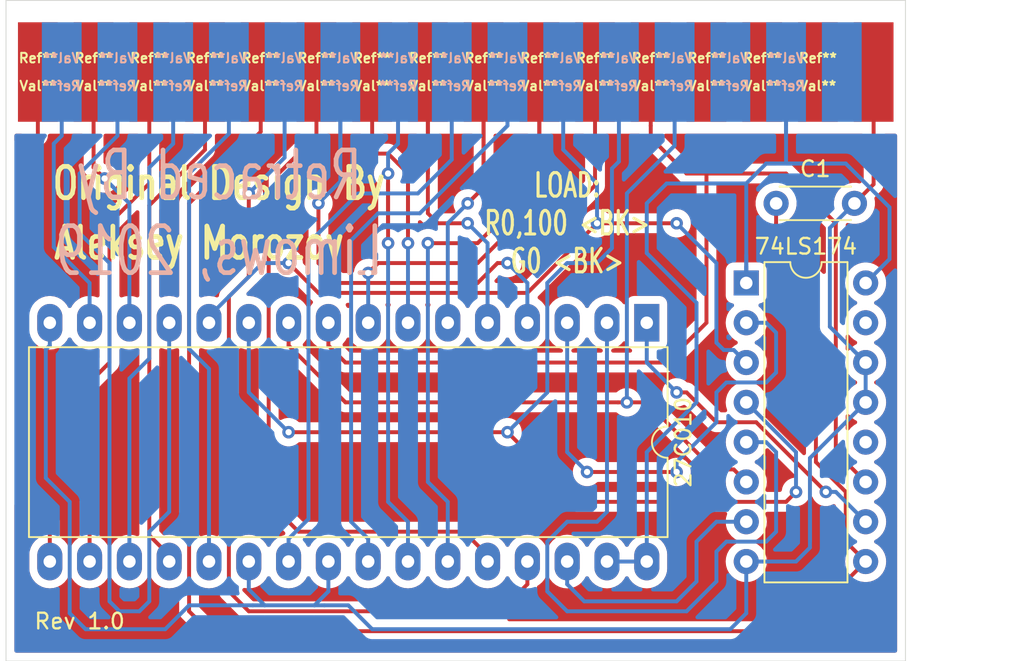
<source format=kicad_pcb>
(kicad_pcb (version 20171130) (host pcbnew "(5.1.4)-1")

  (general
    (thickness 1.6)
    (drawings 9)
    (tracks 340)
    (zones 0)
    (modules 34)
    (nets 1)
  )

  (page A4)
  (layers
    (0 F.Cu signal)
    (31 B.Cu signal)
    (32 B.Adhes user)
    (33 F.Adhes user)
    (34 B.Paste user)
    (35 F.Paste user)
    (36 B.SilkS user)
    (37 F.SilkS user)
    (38 B.Mask user)
    (39 F.Mask user)
    (40 Dwgs.User user)
    (41 Cmts.User user)
    (42 Eco1.User user)
    (43 Eco2.User user)
    (44 Edge.Cuts user)
    (45 Margin user)
    (46 B.CrtYd user)
    (47 F.CrtYd user)
    (48 B.Fab user)
    (49 F.Fab user)
  )

  (setup
    (last_trace_width 0.25)
    (user_trace_width 0.5)
    (trace_clearance 0.2)
    (zone_clearance 0.508)
    (zone_45_only no)
    (trace_min 0.2)
    (via_size 0.8)
    (via_drill 0.4)
    (via_min_size 0.4)
    (via_min_drill 0.3)
    (user_via 1.5 0.9)
    (uvia_size 0.3)
    (uvia_drill 0.1)
    (uvias_allowed no)
    (uvia_min_size 0.2)
    (uvia_min_drill 0.1)
    (edge_width 0.05)
    (segment_width 0.2)
    (pcb_text_width 0.3)
    (pcb_text_size 1.5 1.5)
    (mod_edge_width 0.12)
    (mod_text_size 1 1)
    (mod_text_width 0.15)
    (pad_size 2.54 6.35)
    (pad_drill 0)
    (pad_to_mask_clearance 0.051)
    (solder_mask_min_width 0.25)
    (aux_axis_origin 0 0)
    (visible_elements 7FFFFFFF)
    (pcbplotparams
      (layerselection 0x010fc_ffffffff)
      (usegerberextensions false)
      (usegerberattributes false)
      (usegerberadvancedattributes false)
      (creategerberjobfile false)
      (excludeedgelayer true)
      (linewidth 0.100000)
      (plotframeref false)
      (viasonmask false)
      (mode 1)
      (useauxorigin false)
      (hpglpennumber 1)
      (hpglpenspeed 20)
      (hpglpendiameter 15.000000)
      (psnegative false)
      (psa4output false)
      (plotreference true)
      (plotvalue true)
      (plotinvisibletext false)
      (padsonsilk false)
      (subtractmaskfromsilk false)
      (outputformat 1)
      (mirror false)
      (drillshape 0)
      (scaleselection 1)
      (outputdirectory "../GitHub/Retro/Apogee/PCBs/ApogeeRom/"))
  )

  (net 0 "")

  (net_class Default "Это класс цепей по умолчанию."
    (clearance 0.2)
    (trace_width 0.25)
    (via_dia 0.8)
    (via_drill 0.4)
    (uvia_dia 0.3)
    (uvia_drill 0.1)
  )

  (module Capacitor_THT:C_Disc_D4.3mm_W1.9mm_P5.00mm (layer F.Cu) (tedit 5AE50EF0) (tstamp 5DCDA4BE)
    (at 151.765 74.93)
    (descr "C, Disc series, Radial, pin pitch=5.00mm, , diameter*width=4.3*1.9mm^2, Capacitor, http://www.vishay.com/docs/45233/krseries.pdf")
    (tags "C Disc series Radial pin pitch 5.00mm  diameter 4.3mm width 1.9mm Capacitor")
    (fp_text reference C1 (at 2.5 -2.2) (layer F.SilkS)
      (effects (font (size 1 1) (thickness 0.15)))
    )
    (fp_text value C_Disc_D4.3mm_W1.9mm_P5.00mm (at 2.5 2.2) (layer F.Fab)
      (effects (font (size 1 1) (thickness 0.15)))
    )
    (fp_text user %R (at 2.5 0) (layer F.Fab)
      (effects (font (size 0.86 0.86) (thickness 0.129)))
    )
    (fp_line (start 6.05 -1.2) (end -1.05 -1.2) (layer F.CrtYd) (width 0.05))
    (fp_line (start 6.05 1.2) (end 6.05 -1.2) (layer F.CrtYd) (width 0.05))
    (fp_line (start -1.05 1.2) (end 6.05 1.2) (layer F.CrtYd) (width 0.05))
    (fp_line (start -1.05 -1.2) (end -1.05 1.2) (layer F.CrtYd) (width 0.05))
    (fp_line (start 4.77 1.055) (end 4.77 1.07) (layer F.SilkS) (width 0.12))
    (fp_line (start 4.77 -1.07) (end 4.77 -1.055) (layer F.SilkS) (width 0.12))
    (fp_line (start 0.23 1.055) (end 0.23 1.07) (layer F.SilkS) (width 0.12))
    (fp_line (start 0.23 -1.07) (end 0.23 -1.055) (layer F.SilkS) (width 0.12))
    (fp_line (start 0.23 1.07) (end 4.77 1.07) (layer F.SilkS) (width 0.12))
    (fp_line (start 0.23 -1.07) (end 4.77 -1.07) (layer F.SilkS) (width 0.12))
    (fp_line (start 4.65 -0.95) (end 0.35 -0.95) (layer F.Fab) (width 0.1))
    (fp_line (start 4.65 0.95) (end 4.65 -0.95) (layer F.Fab) (width 0.1))
    (fp_line (start 0.35 0.95) (end 4.65 0.95) (layer F.Fab) (width 0.1))
    (fp_line (start 0.35 -0.95) (end 0.35 0.95) (layer F.Fab) (width 0.1))
    (pad 2 thru_hole circle (at 5 0) (size 1.6 1.6) (drill 0.8) (layers *.Cu *.Mask))
    (pad 1 thru_hole circle (at 0 0) (size 1.6 1.6) (drill 0.8) (layers *.Cu *.Mask))
    (model ${KISYS3DMOD}/Capacitor_THT.3dshapes/C_Disc_D4.3mm_W1.9mm_P5.00mm.wrl
      (at (xyz 0 0 0))
      (scale (xyz 1 1 1))
      (rotate (xyz 0 0 0))
    )
  )

  (module Connectors:PAD.02X.02 (layer B.Cu) (tedit 5DCDB567) (tstamp 5DCCCF1A)
    (at 106.172 66.548)
    (descr "ELECTRICALLY CONDUCTIVE PAD 0.02\" SQUARE")
    (tags "ELECTRICALLY CONDUCTIVE PAD 0.02\" SQUARE")
    (attr smd)
    (fp_text reference Ref** (at 0 0.889) (layer B.SilkS)
      (effects (font (size 0.6096 0.6096) (thickness 0.127)) (justify mirror))
    )
    (fp_text value Val** (at 0 -0.889) (layer B.SilkS)
      (effects (font (size 0.6096 0.6096) (thickness 0.127)) (justify mirror))
    )
    (pad P31 smd rect (at 0 0) (size 2.54 6.35) (layers B.Cu B.Paste B.Mask)
      (solder_mask_margin 0.1016))
  )

  (module Connectors:PAD.02X.02 (layer B.Cu) (tedit 5DCDB55F) (tstamp 5DCCCF1A)
    (at 109.728 66.548)
    (descr "ELECTRICALLY CONDUCTIVE PAD 0.02\" SQUARE")
    (tags "ELECTRICALLY CONDUCTIVE PAD 0.02\" SQUARE")
    (attr smd)
    (fp_text reference Ref** (at 0 0.889) (layer B.SilkS)
      (effects (font (size 0.6096 0.6096) (thickness 0.127)) (justify mirror))
    )
    (fp_text value Val** (at 0 -0.889) (layer B.SilkS)
      (effects (font (size 0.6096 0.6096) (thickness 0.127)) (justify mirror))
    )
    (pad P30 smd rect (at 0 0) (size 2.54 6.35) (layers B.Cu B.Paste B.Mask)
      (solder_mask_margin 0.1016))
  )

  (module Connectors:PAD.02X.02 (layer B.Cu) (tedit 5DCDB554) (tstamp 5DCCCF1A)
    (at 113.284 66.548)
    (descr "ELECTRICALLY CONDUCTIVE PAD 0.02\" SQUARE")
    (tags "ELECTRICALLY CONDUCTIVE PAD 0.02\" SQUARE")
    (attr smd)
    (fp_text reference Ref** (at 0 0.889) (layer B.SilkS)
      (effects (font (size 0.6096 0.6096) (thickness 0.127)) (justify mirror))
    )
    (fp_text value Val** (at 0 -0.889) (layer B.SilkS)
      (effects (font (size 0.6096 0.6096) (thickness 0.127)) (justify mirror))
    )
    (pad P29 smd rect (at 0 0) (size 2.54 6.35) (layers B.Cu B.Paste B.Mask)
      (solder_mask_margin 0.1016))
  )

  (module Connectors:PAD.02X.02 (layer B.Cu) (tedit 5DCDB54A) (tstamp 5DCCCF1A)
    (at 116.84 66.548)
    (descr "ELECTRICALLY CONDUCTIVE PAD 0.02\" SQUARE")
    (tags "ELECTRICALLY CONDUCTIVE PAD 0.02\" SQUARE")
    (attr smd)
    (fp_text reference Ref** (at 0 0.889) (layer B.SilkS)
      (effects (font (size 0.6096 0.6096) (thickness 0.127)) (justify mirror))
    )
    (fp_text value Val** (at 0 -0.889) (layer B.SilkS)
      (effects (font (size 0.6096 0.6096) (thickness 0.127)) (justify mirror))
    )
    (pad P28 smd rect (at 0 0) (size 2.54 6.35) (layers B.Cu B.Paste B.Mask)
      (solder_mask_margin 0.1016))
  )

  (module Connectors:PAD.02X.02 (layer B.Cu) (tedit 5DCDB53E) (tstamp 5DCCCF1A)
    (at 120.396 66.548)
    (descr "ELECTRICALLY CONDUCTIVE PAD 0.02\" SQUARE")
    (tags "ELECTRICALLY CONDUCTIVE PAD 0.02\" SQUARE")
    (attr smd)
    (fp_text reference Ref** (at 0 0.889) (layer B.SilkS)
      (effects (font (size 0.6096 0.6096) (thickness 0.127)) (justify mirror))
    )
    (fp_text value Val** (at 0 -0.889) (layer B.SilkS)
      (effects (font (size 0.6096 0.6096) (thickness 0.127)) (justify mirror))
    )
    (pad P27 smd rect (at 0 0) (size 2.54 6.35) (layers B.Cu B.Paste B.Mask)
      (solder_mask_margin 0.1016))
  )

  (module Connectors:PAD.02X.02 (layer B.Cu) (tedit 5DCDB536) (tstamp 5DCCCF1A)
    (at 123.952 66.548)
    (descr "ELECTRICALLY CONDUCTIVE PAD 0.02\" SQUARE")
    (tags "ELECTRICALLY CONDUCTIVE PAD 0.02\" SQUARE")
    (attr smd)
    (fp_text reference Ref** (at 0 0.889) (layer B.SilkS)
      (effects (font (size 0.6096 0.6096) (thickness 0.127)) (justify mirror))
    )
    (fp_text value Val** (at 0 -0.889) (layer B.SilkS)
      (effects (font (size 0.6096 0.6096) (thickness 0.127)) (justify mirror))
    )
    (pad P26 smd rect (at 0 0) (size 2.54 6.35) (layers B.Cu B.Paste B.Mask)
      (solder_mask_margin 0.1016))
  )

  (module Connectors:PAD.02X.02 (layer B.Cu) (tedit 5DCDB52C) (tstamp 5DCCCF1A)
    (at 127.635 66.548)
    (descr "ELECTRICALLY CONDUCTIVE PAD 0.02\" SQUARE")
    (tags "ELECTRICALLY CONDUCTIVE PAD 0.02\" SQUARE")
    (attr smd)
    (fp_text reference Ref** (at 0 0.889) (layer B.SilkS)
      (effects (font (size 0.6096 0.6096) (thickness 0.127)) (justify mirror))
    )
    (fp_text value Val** (at 0 -0.889) (layer B.SilkS)
      (effects (font (size 0.6096 0.6096) (thickness 0.127)) (justify mirror))
    )
    (pad P25 smd rect (at 0 0) (size 2.54 6.35) (layers B.Cu B.Paste B.Mask)
      (solder_mask_margin 0.1016))
  )

  (module Connectors:PAD.02X.02 (layer B.Cu) (tedit 5DCDB520) (tstamp 5DCCCF1A)
    (at 131.064 66.548)
    (descr "ELECTRICALLY CONDUCTIVE PAD 0.02\" SQUARE")
    (tags "ELECTRICALLY CONDUCTIVE PAD 0.02\" SQUARE")
    (attr smd)
    (fp_text reference Ref** (at 0 0.889) (layer B.SilkS)
      (effects (font (size 0.6096 0.6096) (thickness 0.127)) (justify mirror))
    )
    (fp_text value Val** (at 0 -0.889) (layer B.SilkS)
      (effects (font (size 0.6096 0.6096) (thickness 0.127)) (justify mirror))
    )
    (pad P24 smd rect (at 0 0) (size 2.54 6.35) (layers B.Cu B.Paste B.Mask)
      (solder_mask_margin 0.1016))
  )

  (module Connectors:PAD.02X.02 (layer B.Cu) (tedit 5DCDB516) (tstamp 5DCCCF1A)
    (at 134.62 66.548)
    (descr "ELECTRICALLY CONDUCTIVE PAD 0.02\" SQUARE")
    (tags "ELECTRICALLY CONDUCTIVE PAD 0.02\" SQUARE")
    (attr smd)
    (fp_text reference Ref** (at 0 0.889) (layer B.SilkS)
      (effects (font (size 0.6096 0.6096) (thickness 0.127)) (justify mirror))
    )
    (fp_text value Val** (at 0 -0.889) (layer B.SilkS)
      (effects (font (size 0.6096 0.6096) (thickness 0.127)) (justify mirror))
    )
    (pad P23 smd rect (at 0 0) (size 2.54 6.35) (layers B.Cu B.Paste B.Mask)
      (solder_mask_margin 0.1016))
  )

  (module Connectors:PAD.02X.02 (layer B.Cu) (tedit 5DCDB50C) (tstamp 5DCCCF1A)
    (at 138.176 66.548)
    (descr "ELECTRICALLY CONDUCTIVE PAD 0.02\" SQUARE")
    (tags "ELECTRICALLY CONDUCTIVE PAD 0.02\" SQUARE")
    (attr smd)
    (fp_text reference Ref** (at 0 0.889) (layer B.SilkS)
      (effects (font (size 0.6096 0.6096) (thickness 0.127)) (justify mirror))
    )
    (fp_text value Val** (at 0 -0.889) (layer B.SilkS)
      (effects (font (size 0.6096 0.6096) (thickness 0.127)) (justify mirror))
    )
    (pad P22 smd rect (at 0 0) (size 2.54 6.35) (layers B.Cu B.Paste B.Mask)
      (solder_mask_margin 0.1016))
  )

  (module Connectors:PAD.02X.02 (layer B.Cu) (tedit 5DCDB4F8) (tstamp 5DCCCF1A)
    (at 141.732 66.548)
    (descr "ELECTRICALLY CONDUCTIVE PAD 0.02\" SQUARE")
    (tags "ELECTRICALLY CONDUCTIVE PAD 0.02\" SQUARE")
    (attr smd)
    (fp_text reference Ref** (at 0 0.889) (layer B.SilkS)
      (effects (font (size 0.6096 0.6096) (thickness 0.127)) (justify mirror))
    )
    (fp_text value Val** (at 0 -0.889) (layer B.SilkS)
      (effects (font (size 0.6096 0.6096) (thickness 0.127)) (justify mirror))
    )
    (pad P21 smd rect (at 0 0) (size 2.54 6.35) (layers B.Cu B.Paste B.Mask)
      (solder_mask_margin 0.1016))
  )

  (module Connectors:PAD.02X.02 (layer B.Cu) (tedit 5DCDB4EF) (tstamp 5DCCCF1A)
    (at 145.288 66.548)
    (descr "ELECTRICALLY CONDUCTIVE PAD 0.02\" SQUARE")
    (tags "ELECTRICALLY CONDUCTIVE PAD 0.02\" SQUARE")
    (attr smd)
    (fp_text reference Ref** (at 0 0.889) (layer B.SilkS)
      (effects (font (size 0.6096 0.6096) (thickness 0.127)) (justify mirror))
    )
    (fp_text value Val** (at 0 -0.889) (layer B.SilkS)
      (effects (font (size 0.6096 0.6096) (thickness 0.127)) (justify mirror))
    )
    (pad P20 smd rect (at 0 0) (size 2.54 6.35) (layers B.Cu B.Paste B.Mask)
      (solder_mask_margin 0.1016))
  )

  (module Connectors:PAD.02X.02 (layer B.Cu) (tedit 5DCDB4DE) (tstamp 5DCCCF1A)
    (at 148.844 66.548)
    (descr "ELECTRICALLY CONDUCTIVE PAD 0.02\" SQUARE")
    (tags "ELECTRICALLY CONDUCTIVE PAD 0.02\" SQUARE")
    (attr smd)
    (fp_text reference Ref** (at 0 0.889) (layer B.SilkS)
      (effects (font (size 0.6096 0.6096) (thickness 0.127)) (justify mirror))
    )
    (fp_text value Val** (at 0 -0.889) (layer B.SilkS)
      (effects (font (size 0.6096 0.6096) (thickness 0.127)) (justify mirror))
    )
    (pad P19 smd rect (at 0 0) (size 2.54 6.35) (layers B.Cu B.Paste B.Mask)
      (solder_mask_margin 0.1016))
  )

  (module Connectors:PAD.02X.02 (layer B.Cu) (tedit 5DCDB4C9) (tstamp 5DCCCF1A)
    (at 152.4 66.548)
    (descr "ELECTRICALLY CONDUCTIVE PAD 0.02\" SQUARE")
    (tags "ELECTRICALLY CONDUCTIVE PAD 0.02\" SQUARE")
    (attr smd)
    (fp_text reference Ref** (at 0 0.889) (layer B.SilkS)
      (effects (font (size 0.6096 0.6096) (thickness 0.127)) (justify mirror))
    )
    (fp_text value Val** (at 0 -0.889) (layer B.SilkS)
      (effects (font (size 0.6096 0.6096) (thickness 0.127)) (justify mirror))
    )
    (pad P18 smd rect (at 0 0) (size 2.54 6.35) (layers B.Cu B.Paste B.Mask)
      (solder_mask_margin 0.1016))
  )

  (module Connectors:PAD.02X.02 (layer B.Cu) (tedit 5DCDB4BD) (tstamp 5DCCC33B)
    (at 155.956 66.548)
    (descr "ELECTRICALLY CONDUCTIVE PAD 0.02\" SQUARE")
    (tags "ELECTRICALLY CONDUCTIVE PAD 0.02\" SQUARE")
    (attr smd)
    (fp_text reference Ref** (at 0 0.889) (layer B.SilkS) hide
      (effects (font (size 0.6096 0.6096) (thickness 0.127)) (justify mirror))
    )
    (fp_text value Val** (at 0 -0.889) (layer B.SilkS) hide
      (effects (font (size 0.6096 0.6096) (thickness 0.127)) (justify mirror))
    )
    (pad P17 smd rect (at 0 0) (size 2.54 6.35) (layers B.Cu B.Paste B.Mask)
      (solder_mask_margin 0.1016))
  )

  (module Connectors:PAD.02X.02 (layer F.Cu) (tedit 5DCC589B) (tstamp 5DCCC33B)
    (at 104.648 66.548)
    (descr "ELECTRICALLY CONDUCTIVE PAD 0.02\" SQUARE")
    (tags "ELECTRICALLY CONDUCTIVE PAD 0.02\" SQUARE")
    (attr smd)
    (fp_text reference Ref** (at 0 -0.889) (layer F.SilkS)
      (effects (font (size 0.6096 0.6096) (thickness 0.127)))
    )
    (fp_text value Val** (at 0 0.889) (layer F.SilkS)
      (effects (font (size 0.6096 0.6096) (thickness 0.127)))
    )
    (pad P1 smd rect (at 0 0) (size 2.54 6.35) (layers F.Cu F.Paste F.Mask)
      (solder_mask_margin 0.1016))
  )

  (module Connectors:PAD.02X.02 (layer F.Cu) (tedit 5DCC58A4) (tstamp 5DCCC33B)
    (at 108.204 66.548)
    (descr "ELECTRICALLY CONDUCTIVE PAD 0.02\" SQUARE")
    (tags "ELECTRICALLY CONDUCTIVE PAD 0.02\" SQUARE")
    (attr smd)
    (fp_text reference Ref** (at 0 -0.889) (layer F.SilkS)
      (effects (font (size 0.6096 0.6096) (thickness 0.127)))
    )
    (fp_text value Val** (at 0 0.889) (layer F.SilkS)
      (effects (font (size 0.6096 0.6096) (thickness 0.127)))
    )
    (pad P2 smd rect (at 0 0) (size 2.54 6.35) (layers F.Cu F.Paste F.Mask)
      (solder_mask_margin 0.1016))
  )

  (module Connectors:PAD.02X.02 (layer F.Cu) (tedit 5DCC58BC) (tstamp 5DCCC33B)
    (at 111.76 66.548)
    (descr "ELECTRICALLY CONDUCTIVE PAD 0.02\" SQUARE")
    (tags "ELECTRICALLY CONDUCTIVE PAD 0.02\" SQUARE")
    (attr smd)
    (fp_text reference Ref** (at 0 -0.889) (layer F.SilkS)
      (effects (font (size 0.6096 0.6096) (thickness 0.127)))
    )
    (fp_text value Val** (at 0 0.889) (layer F.SilkS)
      (effects (font (size 0.6096 0.6096) (thickness 0.127)))
    )
    (pad P3 smd rect (at 0 0) (size 2.54 6.35) (layers F.Cu F.Paste F.Mask)
      (solder_mask_margin 0.1016))
  )

  (module Connectors:PAD.02X.02 (layer F.Cu) (tedit 5DCC58C6) (tstamp 5DCCC33B)
    (at 115.316 66.548)
    (descr "ELECTRICALLY CONDUCTIVE PAD 0.02\" SQUARE")
    (tags "ELECTRICALLY CONDUCTIVE PAD 0.02\" SQUARE")
    (attr smd)
    (fp_text reference Ref** (at 0 -0.889) (layer F.SilkS)
      (effects (font (size 0.6096 0.6096) (thickness 0.127)))
    )
    (fp_text value Val** (at 0 0.889) (layer F.SilkS)
      (effects (font (size 0.6096 0.6096) (thickness 0.127)))
    )
    (pad P4 smd rect (at 0 0) (size 2.54 6.35) (layers F.Cu F.Paste F.Mask)
      (solder_mask_margin 0.1016))
  )

  (module Connectors:PAD.02X.02 (layer F.Cu) (tedit 5DCC58CE) (tstamp 5DCCC33B)
    (at 118.872 66.548)
    (descr "ELECTRICALLY CONDUCTIVE PAD 0.02\" SQUARE")
    (tags "ELECTRICALLY CONDUCTIVE PAD 0.02\" SQUARE")
    (attr smd)
    (fp_text reference Ref** (at 0 -0.889) (layer F.SilkS)
      (effects (font (size 0.6096 0.6096) (thickness 0.127)))
    )
    (fp_text value Val** (at 0 0.889) (layer F.SilkS)
      (effects (font (size 0.6096 0.6096) (thickness 0.127)))
    )
    (pad P5 smd rect (at 0 0) (size 2.54 6.35) (layers F.Cu F.Paste F.Mask)
      (solder_mask_margin 0.1016))
  )

  (module Connectors:PAD.02X.02 (layer F.Cu) (tedit 5DCC58D9) (tstamp 5DCCC33B)
    (at 122.428 66.548)
    (descr "ELECTRICALLY CONDUCTIVE PAD 0.02\" SQUARE")
    (tags "ELECTRICALLY CONDUCTIVE PAD 0.02\" SQUARE")
    (attr smd)
    (fp_text reference Ref** (at 0 -0.889) (layer F.SilkS)
      (effects (font (size 0.6096 0.6096) (thickness 0.127)))
    )
    (fp_text value Val** (at 0 0.889) (layer F.SilkS)
      (effects (font (size 0.6096 0.6096) (thickness 0.127)))
    )
    (pad P6 smd rect (at 0 0) (size 2.54 6.35) (layers F.Cu F.Paste F.Mask)
      (solder_mask_margin 0.1016))
  )

  (module Connectors:PAD.02X.02 (layer F.Cu) (tedit 5DCC58E1) (tstamp 5DCCC33B)
    (at 125.984 66.548)
    (descr "ELECTRICALLY CONDUCTIVE PAD 0.02\" SQUARE")
    (tags "ELECTRICALLY CONDUCTIVE PAD 0.02\" SQUARE")
    (attr smd)
    (fp_text reference Ref** (at 0 -0.889) (layer F.SilkS)
      (effects (font (size 0.6096 0.6096) (thickness 0.127)))
    )
    (fp_text value Val** (at 0 0.889) (layer F.SilkS)
      (effects (font (size 0.6096 0.6096) (thickness 0.127)))
    )
    (pad P7 smd rect (at 0 0) (size 2.54 6.35) (layers F.Cu F.Paste F.Mask)
      (solder_mask_margin 0.1016))
  )

  (module Connectors:PAD.02X.02 (layer F.Cu) (tedit 5DCC58EB) (tstamp 5DCCC33B)
    (at 129.54 66.548)
    (descr "ELECTRICALLY CONDUCTIVE PAD 0.02\" SQUARE")
    (tags "ELECTRICALLY CONDUCTIVE PAD 0.02\" SQUARE")
    (attr smd)
    (fp_text reference Ref** (at 0 -0.889) (layer F.SilkS)
      (effects (font (size 0.6096 0.6096) (thickness 0.127)))
    )
    (fp_text value Val** (at 0 0.889) (layer F.SilkS)
      (effects (font (size 0.6096 0.6096) (thickness 0.127)))
    )
    (pad P8 smd rect (at 0 0) (size 2.54 6.35) (layers F.Cu F.Paste F.Mask)
      (solder_mask_margin 0.1016))
  )

  (module Connectors:PAD.02X.02 (layer F.Cu) (tedit 5DCC5905) (tstamp 5DCCC33B)
    (at 133.096 66.548)
    (descr "ELECTRICALLY CONDUCTIVE PAD 0.02\" SQUARE")
    (tags "ELECTRICALLY CONDUCTIVE PAD 0.02\" SQUARE")
    (attr smd)
    (fp_text reference Ref** (at 0 -0.889) (layer F.SilkS)
      (effects (font (size 0.6096 0.6096) (thickness 0.127)))
    )
    (fp_text value Val** (at 0 0.889) (layer F.SilkS)
      (effects (font (size 0.6096 0.6096) (thickness 0.127)))
    )
    (pad P9 smd rect (at 0 0) (size 2.54 6.35) (layers F.Cu F.Paste F.Mask)
      (solder_mask_margin 0.1016))
  )

  (module Connectors:PAD.02X.02 (layer F.Cu) (tedit 5DCC590D) (tstamp 5DCCC33B)
    (at 136.652 66.548)
    (descr "ELECTRICALLY CONDUCTIVE PAD 0.02\" SQUARE")
    (tags "ELECTRICALLY CONDUCTIVE PAD 0.02\" SQUARE")
    (attr smd)
    (fp_text reference Ref** (at 0 -0.889) (layer F.SilkS)
      (effects (font (size 0.6096 0.6096) (thickness 0.127)))
    )
    (fp_text value Val** (at 0 0.889) (layer F.SilkS)
      (effects (font (size 0.6096 0.6096) (thickness 0.127)))
    )
    (pad P10 smd rect (at 0 0) (size 2.54 6.35) (layers F.Cu F.Paste F.Mask)
      (solder_mask_margin 0.1016))
  )

  (module Connectors:PAD.02X.02 (layer F.Cu) (tedit 5DCC591B) (tstamp 5DCCC33B)
    (at 140.208 66.548)
    (descr "ELECTRICALLY CONDUCTIVE PAD 0.02\" SQUARE")
    (tags "ELECTRICALLY CONDUCTIVE PAD 0.02\" SQUARE")
    (attr smd)
    (fp_text reference Ref** (at 0 -0.889) (layer F.SilkS)
      (effects (font (size 0.6096 0.6096) (thickness 0.127)))
    )
    (fp_text value Val** (at 0 0.889) (layer F.SilkS)
      (effects (font (size 0.6096 0.6096) (thickness 0.127)))
    )
    (pad P11 smd rect (at 0 0) (size 2.54 6.35) (layers F.Cu F.Paste F.Mask)
      (solder_mask_margin 0.1016))
  )

  (module Connectors:PAD.02X.02 (layer F.Cu) (tedit 5DCC5924) (tstamp 5DCCC33B)
    (at 143.764 66.548)
    (descr "ELECTRICALLY CONDUCTIVE PAD 0.02\" SQUARE")
    (tags "ELECTRICALLY CONDUCTIVE PAD 0.02\" SQUARE")
    (attr smd)
    (fp_text reference Ref** (at 0 -0.889) (layer F.SilkS)
      (effects (font (size 0.6096 0.6096) (thickness 0.127)))
    )
    (fp_text value Val** (at 0 0.889) (layer F.SilkS)
      (effects (font (size 0.6096 0.6096) (thickness 0.127)))
    )
    (pad P12 smd rect (at 0 0) (size 2.54 6.35) (layers F.Cu F.Paste F.Mask)
      (solder_mask_margin 0.1016))
  )

  (module Connectors:PAD.02X.02 (layer F.Cu) (tedit 5DCC592B) (tstamp 5DCCC33B)
    (at 147.32 66.548)
    (descr "ELECTRICALLY CONDUCTIVE PAD 0.02\" SQUARE")
    (tags "ELECTRICALLY CONDUCTIVE PAD 0.02\" SQUARE")
    (attr smd)
    (fp_text reference Ref** (at 0 -0.889) (layer F.SilkS)
      (effects (font (size 0.6096 0.6096) (thickness 0.127)))
    )
    (fp_text value Val** (at 0 0.889) (layer F.SilkS)
      (effects (font (size 0.6096 0.6096) (thickness 0.127)))
    )
    (pad P13 smd rect (at 0 0) (size 2.54 6.35) (layers F.Cu F.Paste F.Mask)
      (solder_mask_margin 0.1016))
  )

  (module Connectors:PAD.02X.02 (layer F.Cu) (tedit 5DCC5933) (tstamp 5DCCC33B)
    (at 150.876 66.548)
    (descr "ELECTRICALLY CONDUCTIVE PAD 0.02\" SQUARE")
    (tags "ELECTRICALLY CONDUCTIVE PAD 0.02\" SQUARE")
    (attr smd)
    (fp_text reference Ref** (at 0 -0.889) (layer F.SilkS)
      (effects (font (size 0.6096 0.6096) (thickness 0.127)))
    )
    (fp_text value Val** (at 0 0.889) (layer F.SilkS)
      (effects (font (size 0.6096 0.6096) (thickness 0.127)))
    )
    (pad P14 smd rect (at 0 0) (size 2.54 6.35) (layers F.Cu F.Paste F.Mask)
      (solder_mask_margin 0.1016))
  )

  (module Connectors:PAD.02X.02 (layer F.Cu) (tedit 5DCC593B) (tstamp 5DCCC33B)
    (at 154.432 66.548)
    (descr "ELECTRICALLY CONDUCTIVE PAD 0.02\" SQUARE")
    (tags "ELECTRICALLY CONDUCTIVE PAD 0.02\" SQUARE")
    (attr smd)
    (fp_text reference Ref** (at 0 -0.889) (layer F.SilkS)
      (effects (font (size 0.6096 0.6096) (thickness 0.127)))
    )
    (fp_text value Val** (at 0 0.889) (layer F.SilkS)
      (effects (font (size 0.6096 0.6096) (thickness 0.127)))
    )
    (pad P15 smd rect (at 0 0) (size 2.54 6.35) (layers F.Cu F.Paste F.Mask)
      (solder_mask_margin 0.1016))
  )

  (module Connectors:PAD.02X.02 (layer F.Cu) (tedit 5DCC5870) (tstamp 5DCCC33B)
    (at 157.988 66.548)
    (descr "ELECTRICALLY CONDUCTIVE PAD 0.02\" SQUARE")
    (tags "ELECTRICALLY CONDUCTIVE PAD 0.02\" SQUARE")
    (attr smd)
    (fp_text reference "" (at 0 -0.889) (layer F.SilkS)
      (effects (font (size 0.6096 0.6096) (thickness 0.127)))
    )
    (fp_text value "" (at 0 0.889) (layer F.SilkS)
      (effects (font (size 0.6096 0.6096) (thickness 0.127)))
    )
    (pad P16 smd rect (at 0 0) (size 2.54 6.35) (layers F.Cu F.Paste F.Mask)
      (solder_mask_margin 0.1016))
  )

  (module Package_DIP:DIP-16_W7.62mm (layer F.Cu) (tedit 5A02E8C5) (tstamp 5DCCBB8E)
    (at 149.86 80.01)
    (descr "16-lead though-hole mounted DIP package, row spacing 7.62 mm (300 mils)")
    (tags "THT DIP DIL PDIP 2.54mm 7.62mm 300mil")
    (fp_text reference 74LS174 (at 3.81 -2.33) (layer F.SilkS)
      (effects (font (size 1 1) (thickness 0.15)))
    )
    (fp_text value DIP-16_W7.62mm (at 3.81 20.11) (layer F.Fab)
      (effects (font (size 1 1) (thickness 0.15)))
    )
    (fp_text user %R (at 3.81 8.89) (layer F.Fab)
      (effects (font (size 1 1) (thickness 0.15)))
    )
    (fp_line (start 8.7 -1.55) (end -1.1 -1.55) (layer F.CrtYd) (width 0.05))
    (fp_line (start 8.7 19.3) (end 8.7 -1.55) (layer F.CrtYd) (width 0.05))
    (fp_line (start -1.1 19.3) (end 8.7 19.3) (layer F.CrtYd) (width 0.05))
    (fp_line (start -1.1 -1.55) (end -1.1 19.3) (layer F.CrtYd) (width 0.05))
    (fp_line (start 6.46 -1.33) (end 4.81 -1.33) (layer F.SilkS) (width 0.12))
    (fp_line (start 6.46 19.11) (end 6.46 -1.33) (layer F.SilkS) (width 0.12))
    (fp_line (start 1.16 19.11) (end 6.46 19.11) (layer F.SilkS) (width 0.12))
    (fp_line (start 1.16 -1.33) (end 1.16 19.11) (layer F.SilkS) (width 0.12))
    (fp_line (start 2.81 -1.33) (end 1.16 -1.33) (layer F.SilkS) (width 0.12))
    (fp_line (start 0.635 -0.27) (end 1.635 -1.27) (layer F.Fab) (width 0.1))
    (fp_line (start 0.635 19.05) (end 0.635 -0.27) (layer F.Fab) (width 0.1))
    (fp_line (start 6.985 19.05) (end 0.635 19.05) (layer F.Fab) (width 0.1))
    (fp_line (start 6.985 -1.27) (end 6.985 19.05) (layer F.Fab) (width 0.1))
    (fp_line (start 1.635 -1.27) (end 6.985 -1.27) (layer F.Fab) (width 0.1))
    (fp_arc (start 3.81 -1.33) (end 2.81 -1.33) (angle -180) (layer F.SilkS) (width 0.12))
    (pad 16 thru_hole oval (at 7.62 0) (size 1.6 1.6) (drill 0.8) (layers *.Cu *.Mask))
    (pad 8 thru_hole oval (at 0 17.78) (size 1.6 1.6) (drill 0.8) (layers *.Cu *.Mask))
    (pad 15 thru_hole oval (at 7.62 2.54) (size 1.6 1.6) (drill 0.8) (layers *.Cu *.Mask))
    (pad 7 thru_hole oval (at 0 15.24) (size 1.6 1.6) (drill 0.8) (layers *.Cu *.Mask))
    (pad 14 thru_hole oval (at 7.62 5.08) (size 1.6 1.6) (drill 0.8) (layers *.Cu *.Mask))
    (pad 6 thru_hole oval (at 0 12.7) (size 1.6 1.6) (drill 0.8) (layers *.Cu *.Mask))
    (pad 13 thru_hole oval (at 7.62 7.62) (size 1.6 1.6) (drill 0.8) (layers *.Cu *.Mask))
    (pad 5 thru_hole oval (at 0 10.16) (size 1.6 1.6) (drill 0.8) (layers *.Cu *.Mask))
    (pad 12 thru_hole oval (at 7.62 10.16) (size 1.6 1.6) (drill 0.8) (layers *.Cu *.Mask))
    (pad 4 thru_hole oval (at 0 7.62) (size 1.6 1.6) (drill 0.8) (layers *.Cu *.Mask))
    (pad 11 thru_hole oval (at 7.62 12.7) (size 1.6 1.6) (drill 0.8) (layers *.Cu *.Mask))
    (pad 3 thru_hole oval (at 0 5.08) (size 1.6 1.6) (drill 0.8) (layers *.Cu *.Mask))
    (pad 10 thru_hole oval (at 7.62 15.24) (size 1.6 1.6) (drill 0.8) (layers *.Cu *.Mask))
    (pad 2 thru_hole oval (at 0 2.54) (size 1.6 1.6) (drill 0.8) (layers *.Cu *.Mask))
    (pad 9 thru_hole oval (at 7.62 17.78) (size 1.6 1.6) (drill 0.8) (layers *.Cu *.Mask))
    (pad 1 thru_hole rect (at 0 0) (size 1.6 1.6) (drill 0.8) (layers *.Cu *.Mask))
    (model ${KISYS3DMOD}/Package_DIP.3dshapes/DIP-16_W7.62mm.wrl
      (at (xyz 0 0 0))
      (scale (xyz 1 1 1))
      (rotate (xyz 0 0 0))
    )
  )

  (module Package_DIP:DIP-32_W15.24mm_LongPads (layer F.Cu) (tedit 5A02E8C5) (tstamp 5DCCA457)
    (at 143.51 82.55 270)
    (descr "32-lead though-hole mounted DIP package, row spacing 15.24 mm (600 mils), LongPads")
    (tags "THT DIP DIL PDIP 2.54mm 15.24mm 600mil LongPads")
    (fp_text reference 27C010 (at 7.62 -2.33 90) (layer F.SilkS)
      (effects (font (size 1 1) (thickness 0.15)))
    )
    (fp_text value DIP-32_W15.24mm_LongPads (at 7.62 40.43 90) (layer F.Fab)
      (effects (font (size 1 1) (thickness 0.15)))
    )
    (fp_text user %R (at 7.62 19.05 90) (layer F.Fab)
      (effects (font (size 1 1) (thickness 0.15)))
    )
    (fp_line (start 16.7 -1.55) (end -1.5 -1.55) (layer F.CrtYd) (width 0.05))
    (fp_line (start 16.7 39.65) (end 16.7 -1.55) (layer F.CrtYd) (width 0.05))
    (fp_line (start -1.5 39.65) (end 16.7 39.65) (layer F.CrtYd) (width 0.05))
    (fp_line (start -1.5 -1.55) (end -1.5 39.65) (layer F.CrtYd) (width 0.05))
    (fp_line (start 13.68 -1.33) (end 8.62 -1.33) (layer F.SilkS) (width 0.12))
    (fp_line (start 13.68 39.43) (end 13.68 -1.33) (layer F.SilkS) (width 0.12))
    (fp_line (start 1.56 39.43) (end 13.68 39.43) (layer F.SilkS) (width 0.12))
    (fp_line (start 1.56 -1.33) (end 1.56 39.43) (layer F.SilkS) (width 0.12))
    (fp_line (start 6.62 -1.33) (end 1.56 -1.33) (layer F.SilkS) (width 0.12))
    (fp_line (start 0.255 -0.27) (end 1.255 -1.27) (layer F.Fab) (width 0.1))
    (fp_line (start 0.255 39.37) (end 0.255 -0.27) (layer F.Fab) (width 0.1))
    (fp_line (start 14.985 39.37) (end 0.255 39.37) (layer F.Fab) (width 0.1))
    (fp_line (start 14.985 -1.27) (end 14.985 39.37) (layer F.Fab) (width 0.1))
    (fp_line (start 1.255 -1.27) (end 14.985 -1.27) (layer F.Fab) (width 0.1))
    (fp_arc (start 7.62 -1.33) (end 6.62 -1.33) (angle -180) (layer F.SilkS) (width 0.12))
    (pad 32 thru_hole oval (at 15.24 0 270) (size 2.4 1.6) (drill 0.8) (layers *.Cu *.Mask))
    (pad 16 thru_hole oval (at 0 38.1 270) (size 2.4 1.6) (drill 0.8) (layers *.Cu *.Mask))
    (pad 31 thru_hole oval (at 15.24 2.54 270) (size 2.4 1.6) (drill 0.8) (layers *.Cu *.Mask))
    (pad 15 thru_hole oval (at 0 35.56 270) (size 2.4 1.6) (drill 0.8) (layers *.Cu *.Mask))
    (pad 30 thru_hole oval (at 15.24 5.08 270) (size 2.4 1.6) (drill 0.8) (layers *.Cu *.Mask))
    (pad 14 thru_hole oval (at 0 33.02 270) (size 2.4 1.6) (drill 0.8) (layers *.Cu *.Mask))
    (pad 29 thru_hole oval (at 15.24 7.62 270) (size 2.4 1.6) (drill 0.8) (layers *.Cu *.Mask))
    (pad 13 thru_hole oval (at 0 30.48 270) (size 2.4 1.6) (drill 0.8) (layers *.Cu *.Mask))
    (pad 28 thru_hole oval (at 15.24 10.16 270) (size 2.4 1.6) (drill 0.8) (layers *.Cu *.Mask))
    (pad 12 thru_hole oval (at 0 27.94 270) (size 2.4 1.6) (drill 0.8) (layers *.Cu *.Mask))
    (pad 27 thru_hole oval (at 15.24 12.7 270) (size 2.4 1.6) (drill 0.8) (layers *.Cu *.Mask))
    (pad 11 thru_hole oval (at 0 25.4 270) (size 2.4 1.6) (drill 0.8) (layers *.Cu *.Mask))
    (pad 26 thru_hole oval (at 15.24 15.24 270) (size 2.4 1.6) (drill 0.8) (layers *.Cu *.Mask))
    (pad 10 thru_hole oval (at 0 22.86 270) (size 2.4 1.6) (drill 0.8) (layers *.Cu *.Mask))
    (pad 25 thru_hole oval (at 15.24 17.78 270) (size 2.4 1.6) (drill 0.8) (layers *.Cu *.Mask))
    (pad 9 thru_hole oval (at 0 20.32 270) (size 2.4 1.6) (drill 0.8) (layers *.Cu *.Mask))
    (pad 24 thru_hole oval (at 15.24 20.32 270) (size 2.4 1.6) (drill 0.8) (layers *.Cu *.Mask))
    (pad 8 thru_hole oval (at 0 17.78 270) (size 2.4 1.6) (drill 0.8) (layers *.Cu *.Mask))
    (pad 23 thru_hole oval (at 15.24 22.86 270) (size 2.4 1.6) (drill 0.8) (layers *.Cu *.Mask))
    (pad 7 thru_hole oval (at 0 15.24 270) (size 2.4 1.6) (drill 0.8) (layers *.Cu *.Mask))
    (pad 22 thru_hole oval (at 15.24 25.4 270) (size 2.4 1.6) (drill 0.8) (layers *.Cu *.Mask))
    (pad 6 thru_hole oval (at 0 12.7 270) (size 2.4 1.6) (drill 0.8) (layers *.Cu *.Mask))
    (pad 21 thru_hole oval (at 15.24 27.94 270) (size 2.4 1.6) (drill 0.8) (layers *.Cu *.Mask))
    (pad 5 thru_hole oval (at 0 10.16 270) (size 2.4 1.6) (drill 0.8) (layers *.Cu *.Mask))
    (pad 20 thru_hole oval (at 15.24 30.48 270) (size 2.4 1.6) (drill 0.8) (layers *.Cu *.Mask))
    (pad 4 thru_hole oval (at 0 7.62 270) (size 2.4 1.6) (drill 0.8) (layers *.Cu *.Mask))
    (pad 19 thru_hole oval (at 15.24 33.02 270) (size 2.4 1.6) (drill 0.8) (layers *.Cu *.Mask))
    (pad 3 thru_hole oval (at 0 5.08 270) (size 2.4 1.6) (drill 0.8) (layers *.Cu *.Mask))
    (pad 18 thru_hole oval (at 15.24 35.56 270) (size 2.4 1.6) (drill 0.8) (layers *.Cu *.Mask))
    (pad 2 thru_hole oval (at 0 2.54 270) (size 2.4 1.6) (drill 0.8) (layers *.Cu *.Mask))
    (pad 17 thru_hole oval (at 15.24 38.1 270) (size 2.4 1.6) (drill 0.8) (layers *.Cu *.Mask))
    (pad 1 thru_hole rect (at 0 0 270) (size 2.4 1.6) (drill 0.8) (layers *.Cu *.Mask))
    (model ${KISYS3DMOD}/Package_DIP.3dshapes/DIP-32_W15.24mm.wrl
      (at (xyz 0 0 0))
      (scale (xyz 1 1 1))
      (rotate (xyz 0 0 0))
    )
  )

  (gr_text "Rev 1.0" (at 107.315 101.6) (layer F.SilkS)
    (effects (font (size 1 1) (thickness 0.15)))
  )
  (gr_text "Retraced By\nLimows, 2019" (at 116.205 75.565) (layer B.SilkS)
    (effects (font (size 3 2) (thickness 0.3)) (justify mirror))
  )
  (gr_text "LOAD:\nR0,100 <BK>\nG0 <BK>" (at 138.43 76.2) (layer F.SilkS)
    (effects (font (size 1.5 1) (thickness 0.2)))
  )
  (gr_text "Aleksey Morozov" (at 114.935 77.47) (layer F.SilkS)
    (effects (font (size 2 1.5) (thickness 0.3)))
  )
  (gr_text "Original Design By" (at 116.205 73.66) (layer F.SilkS)
    (effects (font (size 2 1.5) (thickness 0.3)))
  )
  (gr_line (start 102.616 104.14) (end 102.616 61.976) (layer Edge.Cuts) (width 0.05) (tstamp 5DCCD8CD))
  (gr_line (start 160.02 104.14) (end 102.616 104.14) (layer Edge.Cuts) (width 0.05))
  (gr_line (start 160.02 61.976) (end 160.02 104.14) (layer Edge.Cuts) (width 0.05))
  (gr_line (start 102.616 61.976) (end 160.02 61.976) (layer Edge.Cuts) (width 0.05))

  (segment (start 143.51 82.55) (end 143.51 82.15) (width 0.25) (layer F.Cu) (net 0))
  (segment (start 107.95 82.55) (end 107.95 80.01) (width 0.25) (layer B.Cu) (net 0))
  (segment (start 107.95 80.01) (end 105.664 77.724) (width 0.25) (layer B.Cu) (net 0))
  (segment (start 105.664 77.724) (end 105.664 71.12) (width 0.25) (layer B.Cu) (net 0))
  (segment (start 106.172 70.612) (end 106.172 66.548) (width 0.25) (layer B.Cu) (net 0))
  (segment (start 105.664 71.12) (end 106.172 70.612) (width 0.25) (layer B.Cu) (net 0))
  (segment (start 110.49 97.79) (end 110.49 86.106) (width 0.25) (layer B.Cu) (net 0))
  (segment (start 110.49 86.106) (end 111.76 84.836) (width 0.25) (layer B.Cu) (net 0))
  (segment (start 111.76 84.836) (end 111.76 72.644) (width 0.25) (layer B.Cu) (net 0))
  (segment (start 113.284 71.12) (end 113.284 66.548) (width 0.25) (layer B.Cu) (net 0))
  (segment (start 111.76 72.644) (end 113.284 71.12) (width 0.25) (layer B.Cu) (net 0))
  (segment (start 152.4 66.548) (end 152.4 69.973) (width 0.25) (layer B.Cu) (net 0))
  (segment (start 149.86 78.232) (end 149.86 80.01) (width 0.25) (layer B.Cu) (net 0))
  (segment (start 105.41 84) (end 105.156 84.254) (width 0.25) (layer B.Cu) (net 0))
  (segment (start 105.41 82.55) (end 105.41 84) (width 0.25) (layer B.Cu) (net 0))
  (segment (start 105.156 84.254) (end 105.156 92.456) (width 0.25) (layer B.Cu) (net 0))
  (segment (start 105.156 92.456) (end 106.68 93.98) (width 0.25) (layer B.Cu) (net 0))
  (segment (start 106.68 93.98) (end 106.68 101.092) (width 0.25) (layer B.Cu) (net 0))
  (segment (start 106.68 101.092) (end 107.696 102.108) (width 0.25) (layer B.Cu) (net 0))
  (segment (start 107.696 102.108) (end 112.776 102.108) (width 0.25) (layer B.Cu) (net 0))
  (segment (start 112.776 102.108) (end 114.3 100.584) (width 0.25) (layer B.Cu) (net 0))
  (segment (start 124.46 100.584) (end 125.984 102.108) (width 0.25) (layer B.Cu) (net 0))
  (segment (start 125.984 102.108) (end 148.844 102.108) (width 0.25) (layer B.Cu) (net 0))
  (segment (start 149.86 101.092) (end 149.86 97.79) (width 0.25) (layer B.Cu) (net 0))
  (segment (start 148.844 102.108) (end 149.86 101.092) (width 0.25) (layer B.Cu) (net 0))
  (segment (start 114.3 100.584) (end 118.364 100.584) (width 0.25) (layer B.Cu) (net 0))
  (segment (start 122.936 100.584) (end 124.46 100.584) (width 0.25) (layer B.Cu) (net 0))
  (segment (start 105.41 97.79) (end 105.41 95.25) (width 0.25) (layer F.Cu) (net 0))
  (segment (start 105.41 95.25) (end 103.632 93.472) (width 0.25) (layer F.Cu) (net 0))
  (segment (start 103.632 93.472) (end 103.632 71.628) (width 0.25) (layer F.Cu) (net 0))
  (segment (start 104.648 70.612) (end 104.648 66.548) (width 0.25) (layer F.Cu) (net 0))
  (segment (start 103.632 71.628) (end 104.648 70.612) (width 0.25) (layer F.Cu) (net 0))
  (segment (start 108.204 72.644) (end 108.204 66.548) (width 0.25) (layer F.Cu) (net 0))
  (segment (start 113.03 97.79) (end 113.03 97.39) (width 0.25) (layer F.Cu) (net 0))
  (segment (start 147.828 73.66) (end 144.78 73.66) (width 0.25) (layer B.Cu) (net 0))
  (segment (start 144.78 73.66) (end 143.51 74.93) (width 0.25) (layer B.Cu) (net 0))
  (segment (start 143.51 74.93) (end 143.51 78.105) (width 0.25) (layer B.Cu) (net 0))
  (segment (start 143.51 78.105) (end 146.685 81.28) (width 0.25) (layer B.Cu) (net 0))
  (segment (start 146.685 81.28) (end 146.685 87.63) (width 0.25) (layer B.Cu) (net 0))
  (segment (start 143.51 90.805) (end 143.51 97.79) (width 0.25) (layer B.Cu) (net 0))
  (segment (start 146.685 87.63) (end 143.51 90.805) (width 0.25) (layer B.Cu) (net 0))
  (segment (start 125.73 97.79) (end 125.73 98.19) (width 0.25) (layer B.Cu) (net 0))
  (segment (start 109.728 70.612) (end 109.728 66.548) (width 0.25) (layer B.Cu) (net 0))
  (segment (start 109.22 100.33) (end 109.22 78.74) (width 0.25) (layer B.Cu) (net 0))
  (segment (start 113.03 94.615) (end 111.76 95.885) (width 0.25) (layer B.Cu) (net 0))
  (segment (start 113.03 82.55) (end 113.03 94.615) (width 0.25) (layer B.Cu) (net 0))
  (segment (start 107.315 76.835) (end 107.315 73.025) (width 0.25) (layer B.Cu) (net 0))
  (segment (start 109.22 78.74) (end 107.315 76.835) (width 0.25) (layer B.Cu) (net 0))
  (segment (start 111.76 95.885) (end 111.76 100.33) (width 0.25) (layer B.Cu) (net 0))
  (segment (start 107.315 73.025) (end 109.728 70.612) (width 0.25) (layer B.Cu) (net 0))
  (segment (start 111.76 100.33) (end 111.125 100.965) (width 0.25) (layer B.Cu) (net 0))
  (segment (start 111.125 100.965) (end 109.855 100.965) (width 0.25) (layer B.Cu) (net 0))
  (segment (start 109.855 100.965) (end 109.22 100.33) (width 0.25) (layer B.Cu) (net 0))
  (segment (start 147.955 95.25) (end 149.86 95.25) (width 0.25) (layer B.Cu) (net 0))
  (segment (start 138.43 99.24) (end 139.52 100.33) (width 0.25) (layer B.Cu) (net 0))
  (segment (start 138.43 97.79) (end 138.43 99.24) (width 0.25) (layer B.Cu) (net 0))
  (segment (start 139.52 100.33) (end 145.415 100.33) (width 0.25) (layer B.Cu) (net 0))
  (segment (start 145.415 100.33) (end 146.685 99.06) (width 0.25) (layer B.Cu) (net 0))
  (segment (start 146.685 99.06) (end 146.685 96.52) (width 0.25) (layer B.Cu) (net 0))
  (segment (start 146.685 96.52) (end 147.955 95.25) (width 0.25) (layer B.Cu) (net 0))
  (via (at 127 77.47) (size 0.8) (drill 0.4) (layers F.Cu B.Cu) (net 0))
  (via (at 127 73.025) (size 0.8) (drill 0.4) (layers F.Cu B.Cu) (net 0))
  (segment (start 128.27 97.79) (end 128.27 95.25) (width 0.25) (layer B.Cu) (net 0))
  (segment (start 128.27 95.25) (end 127 93.98) (width 0.25) (layer B.Cu) (net 0))
  (segment (start 127 71.755) (end 127.635 71.12) (width 0.25) (layer B.Cu) (net 0))
  (segment (start 127 76.2) (end 127 73.66) (width 0.25) (layer F.Cu) (net 0))
  (segment (start 155.575 90.805) (end 157.48 92.71) (width 0.25) (layer F.Cu) (net 0))
  (segment (start 155.575 77.47) (end 155.575 90.805) (width 0.25) (layer F.Cu) (net 0))
  (segment (start 156.21 96.52) (end 157.48 97.79) (width 0.25) (layer F.Cu) (net 0))
  (segment (start 156.21 93.345) (end 156.21 96.52) (width 0.25) (layer F.Cu) (net 0))
  (segment (start 154.305 91.44) (end 156.21 93.345) (width 0.25) (layer F.Cu) (net 0))
  (segment (start 154.305 79.87137) (end 154.305 91.44) (width 0.25) (layer F.Cu) (net 0))
  (segment (start 151.765 76.2) (end 151.765 77.33137) (width 0.25) (layer F.Cu) (net 0))
  (segment (start 151.765 77.33137) (end 154.305 79.87137) (width 0.25) (layer F.Cu) (net 0))
  (via (at 154.94 93.345) (size 0.8) (drill 0.4) (layers F.Cu B.Cu) (net 0))
  (segment (start 157.48 95.25) (end 156.845 95.25) (width 0.25) (layer B.Cu) (net 0))
  (segment (start 133.35 97.39) (end 131.845 95.885) (width 0.25) (layer F.Cu) (net 0))
  (segment (start 133.35 97.79) (end 133.35 97.39) (width 0.25) (layer F.Cu) (net 0))
  (segment (start 131.845 95.885) (end 121.285 95.885) (width 0.25) (layer F.Cu) (net 0))
  (segment (start 121.285 95.885) (end 119.38 93.98) (width 0.25) (layer F.Cu) (net 0))
  (segment (start 123.19 84) (end 124.28 85.09) (width 0.25) (layer F.Cu) (net 0))
  (segment (start 123.19 82.55) (end 123.19 84) (width 0.25) (layer F.Cu) (net 0))
  (segment (start 124.28 85.09) (end 144.78 85.09) (width 0.25) (layer F.Cu) (net 0))
  (segment (start 144.78 85.09) (end 147.32 82.55) (width 0.25) (layer F.Cu) (net 0))
  (segment (start 140.97 97.79) (end 143.51 97.79) (width 0.25) (layer B.Cu) (net 0))
  (segment (start 116.84 70.485) (end 116.84 66.548) (width 0.25) (layer B.Cu) (net 0))
  (segment (start 114.3 73.025) (end 116.84 70.485) (width 0.25) (layer B.Cu) (net 0))
  (segment (start 114.3 84.22) (end 114.3 73.025) (width 0.25) (layer B.Cu) (net 0))
  (segment (start 115.57 97.79) (end 115.57 85.49) (width 0.25) (layer B.Cu) (net 0))
  (segment (start 115.57 85.49) (end 114.3 84.22) (width 0.25) (layer B.Cu) (net 0))
  (via (at 145.415 86.995) (size 0.8) (drill 0.4) (layers F.Cu B.Cu) (net 0))
  (segment (start 143.51 85.09) (end 145.415 86.995) (width 0.25) (layer B.Cu) (net 0))
  (segment (start 143.51 82.55) (end 143.51 85.09) (width 0.25) (layer B.Cu) (net 0))
  (via (at 120.65 78.74) (size 0.8) (drill 0.4) (layers F.Cu B.Cu) (net 0))
  (segment (start 120.084315 78.74) (end 120.65 78.74) (width 0.25) (layer B.Cu) (net 0))
  (segment (start 118.98 78.74) (end 120.084315 78.74) (width 0.25) (layer B.Cu) (net 0))
  (segment (start 115.57 82.15) (end 118.98 78.74) (width 0.25) (layer B.Cu) (net 0))
  (segment (start 115.57 82.55) (end 115.57 82.15) (width 0.25) (layer B.Cu) (net 0))
  (segment (start 120.65 78.74) (end 122.555 80.645) (width 0.25) (layer F.Cu) (net 0))
  (via (at 140.335 76.2) (size 0.8) (drill 0.4) (layers F.Cu B.Cu) (net 0))
  (via (at 145.415 76.2) (size 0.8) (drill 0.4) (layers F.Cu B.Cu) (net 0))
  (segment (start 135.89 80.645) (end 140.335 76.2) (width 0.25) (layer F.Cu) (net 0))
  (segment (start 122.555 80.645) (end 135.89 80.645) (width 0.25) (layer F.Cu) (net 0))
  (segment (start 140.335 76.2) (end 145.415 76.2) (width 0.25) (layer F.Cu) (net 0))
  (segment (start 145.415 76.2) (end 147.955 78.74) (width 0.25) (layer B.Cu) (net 0))
  (segment (start 147.955 78.74) (end 147.955 83.82) (width 0.25) (layer B.Cu) (net 0))
  (segment (start 148.425001 84.290001) (end 147.955 83.82) (width 0.25) (layer B.Cu) (net 0))
  (segment (start 149.060001 84.290001) (end 148.425001 84.290001) (width 0.25) (layer B.Cu) (net 0))
  (segment (start 149.86 85.09) (end 149.060001 84.290001) (width 0.25) (layer B.Cu) (net 0))
  (segment (start 140.335 76.2) (end 140.335 73.66) (width 0.25) (layer B.Cu) (net 0))
  (segment (start 138.176 71.501) (end 138.176 66.548) (width 0.25) (layer B.Cu) (net 0))
  (segment (start 140.335 73.66) (end 138.176 71.501) (width 0.25) (layer B.Cu) (net 0))
  (segment (start 145.415 86.995) (end 146.05 86.995) (width 0.25) (layer F.Cu) (net 0))
  (segment (start 146.05 86.995) (end 147.955 88.9) (width 0.25) (layer F.Cu) (net 0))
  (segment (start 147.955 88.9) (end 150.495 88.9) (width 0.25) (layer F.Cu) (net 0))
  (segment (start 145.288 71.247) (end 145.288 66.548) (width 0.25) (layer B.Cu) (net 0))
  (segment (start 142.24 74.295) (end 145.288 71.247) (width 0.25) (layer B.Cu) (net 0))
  (segment (start 142.24 87.63) (end 142.24 74.295) (width 0.25) (layer B.Cu) (net 0) (tstamp 5DCDABF4))
  (via (at 142.24 87.63) (size 0.8) (drill 0.4) (layers F.Cu B.Cu) (net 0))
  (segment (start 141.674315 87.63) (end 142.24 87.63) (width 0.25) (layer F.Cu) (net 0))
  (segment (start 124.28 87.63) (end 141.674315 87.63) (width 0.25) (layer F.Cu) (net 0))
  (segment (start 120.65 84) (end 124.28 87.63) (width 0.25) (layer F.Cu) (net 0))
  (segment (start 120.65 82.55) (end 120.65 84) (width 0.25) (layer F.Cu) (net 0))
  (via (at 120.65 89.535) (size 0.8) (drill 0.4) (layers F.Cu B.Cu) (net 0))
  (segment (start 118.11 86.995) (end 120.65 89.535) (width 0.25) (layer B.Cu) (net 0))
  (segment (start 118.11 82.55) (end 118.11 86.995) (width 0.25) (layer B.Cu) (net 0))
  (via (at 139.7 92.075) (size 0.8) (drill 0.4) (layers F.Cu B.Cu) (net 0))
  (via (at 145.415 92.075) (size 0.8) (drill 0.4) (layers F.Cu B.Cu) (net 0))
  (segment (start 138.43 90.805) (end 139.7 92.075) (width 0.25) (layer B.Cu) (net 0))
  (segment (start 138.43 82.55) (end 138.43 90.805) (width 0.25) (layer B.Cu) (net 0))
  (segment (start 139.7 92.075) (end 145.415 92.075) (width 0.25) (layer F.Cu) (net 0))
  (via (at 134.62 78.74) (size 0.8) (drill 0.4) (layers F.Cu B.Cu) (net 0))
  (segment (start 123.952 71.247) (end 123.952 66.548) (width 0.25) (layer B.Cu) (net 0))
  (segment (start 134.62 78.74) (end 135.89 80.01) (width 0.25) (layer B.Cu) (net 0))
  (segment (start 135.89 80.01) (end 135.89 82.55) (width 0.25) (layer B.Cu) (net 0))
  (segment (start 108.9025 73.3425) (end 108.204 72.644) (width 0.25) (layer F.Cu) (net 0) (tstamp 5DCDADFC))
  (via (at 108.9025 73.3425) (size 0.8) (drill 0.4) (layers F.Cu B.Cu) (net 0))
  (segment (start 110.49 74.93) (end 108.9025 73.3425) (width 0.25) (layer B.Cu) (net 0))
  (segment (start 110.49 82.55) (end 110.49 74.93) (width 0.25) (layer B.Cu) (net 0))
  (segment (start 107.95 97.79) (end 107.95 86.36) (width 0.25) (layer F.Cu) (net 0))
  (segment (start 107.95 86.36) (end 109.22 85.09) (width 0.25) (layer F.Cu) (net 0))
  (segment (start 109.22 85.09) (end 109.22 76.2) (width 0.25) (layer F.Cu) (net 0))
  (segment (start 111.76 73.66) (end 111.76 66.548) (width 0.25) (layer F.Cu) (net 0))
  (segment (start 109.22 76.2) (end 111.76 73.66) (width 0.25) (layer F.Cu) (net 0))
  (segment (start 113.03 97.39) (end 111.76 96.12) (width 0.25) (layer F.Cu) (net 0))
  (segment (start 111.76 75.057) (end 115.316 71.501) (width 0.25) (layer F.Cu) (net 0))
  (segment (start 111.76 96.12) (end 111.76 75.057) (width 0.25) (layer F.Cu) (net 0))
  (segment (start 115.316 71.501) (end 115.316 66.548) (width 0.25) (layer F.Cu) (net 0))
  (segment (start 118.872 66.548) (end 118.872 68.453) (width 0.25) (layer F.Cu) (net 0))
  (segment (start 153.035 102.235) (end 157.48 97.79) (width 0.25) (layer F.Cu) (net 0))
  (segment (start 115.57 102.235) (end 153.035 102.235) (width 0.25) (layer F.Cu) (net 0))
  (segment (start 114.3 100.965) (end 115.57 102.235) (width 0.25) (layer F.Cu) (net 0))
  (segment (start 114.3 74.93) (end 114.3 100.965) (width 0.25) (layer F.Cu) (net 0))
  (segment (start 118.872 70.358) (end 114.3 74.93) (width 0.25) (layer F.Cu) (net 0))
  (segment (start 118.872 66.548) (end 118.872 70.358) (width 0.25) (layer F.Cu) (net 0))
  (via (at 118.11 74.295) (size 0.8) (drill 0.4) (layers F.Cu B.Cu) (net 0))
  (segment (start 120.396 72.009) (end 118.11 74.295) (width 0.25) (layer B.Cu) (net 0))
  (segment (start 120.396 66.548) (end 120.396 72.009) (width 0.25) (layer B.Cu) (net 0))
  (segment (start 118.11 78.74) (end 118.11 79.61) (width 0.25) (layer F.Cu) (net 0))
  (segment (start 118.11 74.295) (end 118.11 78.74) (width 0.25) (layer F.Cu) (net 0))
  (segment (start 118.11 79.61) (end 116.84 80.88) (width 0.25) (layer F.Cu) (net 0))
  (segment (start 116.84 80.88) (end 116.84 99.695) (width 0.25) (layer F.Cu) (net 0))
  (segment (start 116.84 99.695) (end 118.11 100.965) (width 0.25) (layer F.Cu) (net 0))
  (segment (start 134.165 100.965) (end 132.715 100.965) (width 0.25) (layer F.Cu) (net 0))
  (segment (start 135.89 99.24) (end 134.165 100.965) (width 0.25) (layer F.Cu) (net 0))
  (segment (start 135.89 97.79) (end 135.89 99.24) (width 0.25) (layer F.Cu) (net 0))
  (segment (start 118.11 100.965) (end 132.715 100.965) (width 0.25) (layer F.Cu) (net 0))
  (segment (start 132.715 100.965) (end 133.35 100.965) (width 0.25) (layer F.Cu) (net 0))
  (via (at 153.035 93.345) (size 0.8) (drill 0.4) (layers F.Cu B.Cu) (net 0))
  (via (at 132.08 74.93) (size 0.8) (drill 0.4) (layers F.Cu B.Cu) (net 0))
  (via (at 125.73 79.375) (size 0.8) (drill 0.4) (layers F.Cu B.Cu) (net 0))
  (segment (start 134.62 78.74) (end 133.985 78.74) (width 0.25) (layer F.Cu) (net 0))
  (segment (start 132.715 80.01) (end 123.825 80.01) (width 0.25) (layer F.Cu) (net 0))
  (segment (start 133.985 78.74) (end 132.715 80.01) (width 0.25) (layer F.Cu) (net 0))
  (segment (start 123.825 80.01) (end 122.555 78.74) (width 0.25) (layer F.Cu) (net 0))
  (segment (start 122.555 78.74) (end 122.555 74.93) (width 0.25) (layer F.Cu) (net 0))
  (segment (start 136.652 71.628) (end 136.652 66.548) (width 0.25) (layer F.Cu) (net 0))
  (via (at 129.54 77.47) (size 0.8) (drill 0.4) (layers F.Cu B.Cu) (net 0))
  (segment (start 130.81 97.79) (end 130.81 93.98) (width 0.25) (layer B.Cu) (net 0))
  (segment (start 129.54 92.71) (end 129.54 77.47) (width 0.25) (layer B.Cu) (net 0))
  (segment (start 130.81 93.98) (end 129.54 92.71) (width 0.25) (layer B.Cu) (net 0))
  (segment (start 127 71.755) (end 126.365 71.755) (width 0.25) (layer F.Cu) (net 0))
  (segment (start 125.984 71.374) (end 125.984 66.548) (width 0.25) (layer F.Cu) (net 0))
  (segment (start 126.365 71.755) (end 125.984 71.374) (width 0.25) (layer F.Cu) (net 0))
  (segment (start 140.208 73.787) (end 140.208 66.548) (width 0.25) (layer F.Cu) (net 0))
  (segment (start 136.525 77.47) (end 140.208 73.787) (width 0.25) (layer F.Cu) (net 0))
  (segment (start 133.985 77.47) (end 136.525 77.47) (width 0.25) (layer F.Cu) (net 0))
  (segment (start 132.715 78.74) (end 133.985 77.47) (width 0.25) (layer F.Cu) (net 0))
  (segment (start 132.715 77.47) (end 129.54 77.47) (width 0.25) (layer F.Cu) (net 0))
  (segment (start 135.5725 76.5175) (end 133.6675 76.5175) (width 0.25) (layer F.Cu) (net 0))
  (segment (start 136.652 75.438) (end 135.5725 76.5175) (width 0.25) (layer F.Cu) (net 0))
  (segment (start 136.652 66.548) (end 136.652 75.438) (width 0.25) (layer F.Cu) (net 0))
  (via (at 132.08 76.2) (size 0.8) (drill 0.4) (layers F.Cu B.Cu) (net 0))
  (segment (start 129.54 73.025) (end 129.54 66.548) (width 0.25) (layer F.Cu) (net 0))
  (segment (start 157.48 85.09) (end 156.680001 84.290001) (width 0.25) (layer B.Cu) (net 0))
  (segment (start 155.194 82.804) (end 157.48 85.09) (width 0.25) (layer B.Cu) (net 0))
  (segment (start 155.194 77.771) (end 155.194 82.804) (width 0.25) (layer B.Cu) (net 0))
  (segment (start 157.48 85.09) (end 157.48 87.63) (width 0.25) (layer B.Cu) (net 0))
  (segment (start 153.035 90.805) (end 149.86 87.63) (width 0.25) (layer B.Cu) (net 0))
  (segment (start 153.035 93.345) (end 153.035 90.805) (width 0.25) (layer B.Cu) (net 0))
  (segment (start 149.86 97.79) (end 153.035 97.79) (width 0.25) (layer B.Cu) (net 0))
  (segment (start 153.924 91.186) (end 154.559 90.551) (width 0.25) (layer B.Cu) (net 0))
  (segment (start 157.48 87.63) (end 154.559 90.551) (width 0.25) (layer B.Cu) (net 0))
  (segment (start 154.559 90.551) (end 154.305 90.805) (width 0.25) (layer B.Cu) (net 0))
  (segment (start 153.924 96.901) (end 153.035 97.79) (width 0.25) (layer B.Cu) (net 0))
  (segment (start 153.924 94.488) (end 153.924 96.901) (width 0.25) (layer B.Cu) (net 0))
  (segment (start 153.924 94.488) (end 153.924 91.186) (width 0.25) (layer B.Cu) (net 0))
  (segment (start 153.924 96.52) (end 153.924 94.488) (width 0.25) (layer B.Cu) (net 0))
  (segment (start 155.575 93.345) (end 157.48 95.25) (width 0.25) (layer B.Cu) (net 0))
  (segment (start 154.94 93.345) (end 155.575 93.345) (width 0.25) (layer B.Cu) (net 0))
  (segment (start 150.495 88.9) (end 154.94 93.345) (width 0.25) (layer F.Cu) (net 0))
  (segment (start 152.4 70.858) (end 152.4 66.548) (width 0.25) (layer B.Cu) (net 0))
  (segment (start 157.48 80.01) (end 159.004 78.486) (width 0.25) (layer B.Cu) (net 0))
  (segment (start 159.004 75.311) (end 159.004 75.184) (width 0.25) (layer B.Cu) (net 0))
  (segment (start 159.004 78.486) (end 159.004 75.311) (width 0.25) (layer B.Cu) (net 0))
  (segment (start 159.004 75.184) (end 156.21 72.39) (width 0.25) (layer B.Cu) (net 0))
  (segment (start 152.4 72.39) (end 152.4 66.548) (width 0.25) (layer B.Cu) (net 0))
  (segment (start 151.765 72.39) (end 151.13 72.39) (width 0.25) (layer B.Cu) (net 0))
  (segment (start 149.86 80.01) (end 149.86 73.66) (width 0.25) (layer B.Cu) (net 0))
  (segment (start 149.86 80.01) (end 149.86 78.96) (width 0.25) (layer B.Cu) (net 0))
  (segment (start 149.86 73.66) (end 151.13 72.39) (width 0.25) (layer B.Cu) (net 0))
  (segment (start 153.035 72.39) (end 152.4 72.39) (width 0.25) (layer B.Cu) (net 0))
  (segment (start 153.67 72.39) (end 151.13 72.39) (width 0.25) (layer B.Cu) (net 0))
  (segment (start 153.67 72.39) (end 153.035 72.39) (width 0.25) (layer B.Cu) (net 0))
  (segment (start 156.21 72.39) (end 153.67 72.39) (width 0.25) (layer B.Cu) (net 0))
  (segment (start 151.13 72.39) (end 156.21 72.39) (width 0.25) (layer B.Cu) (net 0))
  (segment (start 147.828 73.66) (end 149.86 73.66) (width 0.25) (layer B.Cu) (net 0))
  (segment (start 123.19 99.695) (end 122.301 100.584) (width 0.25) (layer B.Cu) (net 0))
  (segment (start 123.19 97.79) (end 123.19 99.695) (width 0.25) (layer B.Cu) (net 0))
  (segment (start 122.301 100.584) (end 122.936 100.584) (width 0.25) (layer B.Cu) (net 0))
  (segment (start 118.11 99.568) (end 118.11 97.79) (width 0.25) (layer B.Cu) (net 0))
  (segment (start 119.126 100.584) (end 118.11 99.568) (width 0.25) (layer B.Cu) (net 0))
  (segment (start 119.126 100.584) (end 122.301 100.584) (width 0.25) (layer B.Cu) (net 0))
  (segment (start 118.364 100.584) (end 119.126 100.584) (width 0.25) (layer B.Cu) (net 0))
  (segment (start 143.51 87.63) (end 147.790001 91.910001) (width 0.25) (layer F.Cu) (net 0))
  (segment (start 142.24 87.63) (end 143.51 87.63) (width 0.25) (layer F.Cu) (net 0))
  (segment (start 147.790001 91.910001) (end 149.060001 91.910001) (width 0.25) (layer F.Cu) (net 0))
  (segment (start 149.060001 91.910001) (end 149.86 92.71) (width 0.25) (layer F.Cu) (net 0))
  (segment (start 151.765 83.185) (end 151.13 82.55) (width 0.25) (layer B.Cu) (net 0))
  (segment (start 151.765 85.725) (end 151.765 83.185) (width 0.25) (layer B.Cu) (net 0))
  (segment (start 145.415 91.44) (end 147.955 88.9) (width 0.25) (layer B.Cu) (net 0))
  (segment (start 145.415 92.075) (end 145.415 91.44) (width 0.25) (layer B.Cu) (net 0))
  (segment (start 147.955 88.9) (end 147.955 86.995) (width 0.25) (layer B.Cu) (net 0))
  (segment (start 151.13 82.55) (end 149.86 82.55) (width 0.25) (layer B.Cu) (net 0))
  (segment (start 147.955 86.995) (end 148.59 86.36) (width 0.25) (layer B.Cu) (net 0))
  (segment (start 148.59 86.36) (end 151.13 86.36) (width 0.25) (layer B.Cu) (net 0))
  (segment (start 151.13 86.36) (end 151.765 85.725) (width 0.25) (layer B.Cu) (net 0))
  (segment (start 151.13 90.17) (end 149.86 90.17) (width 0.25) (layer B.Cu) (net 0))
  (segment (start 151.765 90.805) (end 151.13 90.17) (width 0.25) (layer B.Cu) (net 0))
  (segment (start 151.765 95.885) (end 151.765 90.805) (width 0.25) (layer B.Cu) (net 0))
  (segment (start 148.59 96.52) (end 151.13 96.52) (width 0.25) (layer B.Cu) (net 0))
  (segment (start 147.955 97.155) (end 148.59 96.52) (width 0.25) (layer B.Cu) (net 0))
  (segment (start 151.13 96.52) (end 151.765 95.885) (width 0.25) (layer B.Cu) (net 0))
  (segment (start 140.97 82.55) (end 140.97 94.615) (width 0.25) (layer B.Cu) (net 0))
  (segment (start 140.335 95.25) (end 138.43 95.25) (width 0.25) (layer B.Cu) (net 0))
  (segment (start 138.43 100.965) (end 146.05 100.965) (width 0.25) (layer B.Cu) (net 0))
  (segment (start 140.97 94.615) (end 140.335 95.25) (width 0.25) (layer B.Cu) (net 0))
  (segment (start 138.43 95.25) (end 137.16 96.52) (width 0.25) (layer B.Cu) (net 0))
  (segment (start 146.05 100.965) (end 147.955 99.06) (width 0.25) (layer B.Cu) (net 0))
  (segment (start 137.16 96.52) (end 137.16 99.695) (width 0.25) (layer B.Cu) (net 0))
  (segment (start 147.955 99.06) (end 147.955 97.155) (width 0.25) (layer B.Cu) (net 0))
  (segment (start 137.16 99.695) (end 138.43 100.965) (width 0.25) (layer B.Cu) (net 0))
  (segment (start 157.988 73.707) (end 156.765 74.93) (width 0.25) (layer F.Cu) (net 0))
  (segment (start 157.988 66.548) (end 157.988 73.707) (width 0.25) (layer F.Cu) (net 0))
  (segment (start 155.194 76.501) (end 156.765 74.93) (width 0.25) (layer B.Cu) (net 0))
  (segment (start 155.194 77.771) (end 155.194 76.501) (width 0.25) (layer B.Cu) (net 0))
  (segment (start 151.765 76.2) (end 151.765 74.93) (width 0.25) (layer F.Cu) (net 0))
  (segment (start 155.575 77.47) (end 155.575 76.2) (width 0.25) (layer F.Cu) (net 0))
  (segment (start 147.32 74.295) (end 147.32 73.529) (width 0.25) (layer F.Cu) (net 0))
  (segment (start 147.32 82.55) (end 147.32 74.295) (width 0.25) (layer F.Cu) (net 0))
  (segment (start 143.764 66.548) (end 143.764 69.973) (width 0.25) (layer F.Cu) (net 0))
  (segment (start 143.764 69.973) (end 143.764 70.739) (width 0.25) (layer F.Cu) (net 0))
  (segment (start 143.764 70.739) (end 146.05 73.025) (width 0.25) (layer F.Cu) (net 0))
  (segment (start 146.05 73.025) (end 150.999 73.025) (width 0.25) (layer F.Cu) (net 0))
  (segment (start 147.32 74.295) (end 147.32 73.025) (width 0.25) (layer F.Cu) (net 0))
  (segment (start 146.05 73.025) (end 152.4 73.025) (width 0.25) (layer F.Cu) (net 0))
  (segment (start 155.575 76.2) (end 152.4 73.025) (width 0.25) (layer F.Cu) (net 0))
  (segment (start 141.732 66.548) (end 141.732 72.263) (width 0.25) (layer B.Cu) (net 0))
  (segment (start 141.732 72.263) (end 141.2875 72.7075) (width 0.25) (layer B.Cu) (net 0))
  (segment (start 141.2875 72.7075) (end 141.2875 77.7875) (width 0.25) (layer B.Cu) (net 0))
  (segment (start 141.2875 77.7875) (end 140.335 78.74) (width 0.25) (layer B.Cu) (net 0))
  (segment (start 140.335 78.74) (end 138.43 78.74) (width 0.25) (layer B.Cu) (net 0))
  (segment (start 138.43 78.74) (end 137.16 80.01) (width 0.25) (layer B.Cu) (net 0))
  (segment (start 137.16 80.01) (end 137.16 86.36) (width 0.25) (layer B.Cu) (net 0))
  (via (at 134.62 89.535) (size 0.8) (drill 0.4) (layers F.Cu B.Cu) (net 0))
  (segment (start 137.16 86.995) (end 134.62 89.535) (width 0.25) (layer B.Cu) (net 0))
  (segment (start 137.16 86.36) (end 137.16 86.995) (width 0.25) (layer B.Cu) (net 0))
  (segment (start 137.16 92.075) (end 134.62 89.535) (width 0.25) (layer F.Cu) (net 0))
  (segment (start 139.065 93.98) (end 137.16 92.075) (width 0.25) (layer F.Cu) (net 0))
  (segment (start 153.035 93.345) (end 152.4 93.98) (width 0.25) (layer F.Cu) (net 0))
  (segment (start 152.4 93.98) (end 139.065 93.98) (width 0.25) (layer F.Cu) (net 0))
  (segment (start 134.62 89.535) (end 120.65 89.535) (width 0.25) (layer F.Cu) (net 0))
  (segment (start 133.096 66.548) (end 133.096 73.279) (width 0.25) (layer F.Cu) (net 0))
  (segment (start 122.428 70.612) (end 122.428 66.548) (width 0.25) (layer F.Cu) (net 0))
  (segment (start 120.015 73.025) (end 122.428 70.612) (width 0.25) (layer F.Cu) (net 0))
  (segment (start 120.015 76.835) (end 119.38 77.47) (width 0.25) (layer F.Cu) (net 0))
  (segment (start 120.015 73.025) (end 120.015 76.835) (width 0.25) (layer F.Cu) (net 0))
  (segment (start 119.38 93.98) (end 119.38 77.47) (width 0.25) (layer F.Cu) (net 0))
  (via (at 128.27 77.47) (size 0.8) (drill 0.4) (layers F.Cu B.Cu) (net 0))
  (segment (start 128.27 73.025) (end 127.635 72.39) (width 0.25) (layer F.Cu) (net 0))
  (segment (start 128.27 76.835) (end 128.27 73.025) (width 0.25) (layer F.Cu) (net 0))
  (segment (start 127.635 72.39) (end 127 71.755) (width 0.25) (layer F.Cu) (net 0))
  (segment (start 122.555 74.93) (end 122.555 74.93) (width 0.25) (layer F.Cu) (net 0) (tstamp 5DCDBEF5))
  (via (at 122.555 74.93) (size 0.8) (drill 0.4) (layers F.Cu B.Cu) (net 0))
  (segment (start 123.952 73.533) (end 122.555 74.93) (width 0.25) (layer B.Cu) (net 0))
  (segment (start 123.952 66.548) (end 123.952 73.533) (width 0.25) (layer B.Cu) (net 0))
  (segment (start 128.27 81.1) (end 128.27 77.47) (width 0.25) (layer B.Cu) (net 0))
  (segment (start 128.27 82.55) (end 128.27 81.1) (width 0.25) (layer B.Cu) (net 0))
  (segment (start 128.27 73.025) (end 128.27 77.47) (width 0.25) (layer F.Cu) (net 0))
  (segment (start 127 73.025) (end 127 77.47) (width 0.25) (layer F.Cu) (net 0))
  (segment (start 127 93.98) (end 127 77.47) (width 0.25) (layer B.Cu) (net 0))
  (segment (start 127 73.025) (end 127 71.755) (width 0.25) (layer B.Cu) (net 0))
  (segment (start 127.635 71.12) (end 127.635 66.548) (width 0.25) (layer B.Cu) (net 0))
  (segment (start 131.064 72.136) (end 131.064 66.548) (width 0.25) (layer B.Cu) (net 0))
  (segment (start 120.65 97.79) (end 120.65 96.34) (width 0.25) (layer B.Cu) (net 0))
  (segment (start 120.65 96.34) (end 121.92 95.07) (width 0.25) (layer B.Cu) (net 0))
  (segment (start 121.92 95.07) (end 121.92 77.47) (width 0.25) (layer B.Cu) (net 0))
  (segment (start 125.095 74.295) (end 128.905 74.295) (width 0.25) (layer B.Cu) (net 0))
  (segment (start 121.92 77.47) (end 125.095 74.295) (width 0.25) (layer B.Cu) (net 0))
  (segment (start 128.905 74.295) (end 131.064 72.136) (width 0.25) (layer B.Cu) (net 0))
  (segment (start 134.62 69.973) (end 134.62 66.548) (width 0.25) (layer B.Cu) (net 0))
  (segment (start 125.73 96.34) (end 124.64 95.25) (width 0.25) (layer B.Cu) (net 0))
  (segment (start 125.73 97.79) (end 125.73 96.34) (width 0.25) (layer B.Cu) (net 0))
  (segment (start 124.64 95.25) (end 124.64 77.29) (width 0.25) (layer B.Cu) (net 0))
  (segment (start 124.64 77.29) (end 126.365 75.565) (width 0.25) (layer B.Cu) (net 0))
  (segment (start 126.365 75.565) (end 129.028 75.565) (width 0.25) (layer B.Cu) (net 0))
  (segment (start 129.028 75.565) (end 134.62 69.973) (width 0.25) (layer B.Cu) (net 0))
  (segment (start 130.81 76.2) (end 132.08 74.93) (width 0.25) (layer B.Cu) (net 0))
  (segment (start 130.81 82.55) (end 130.81 76.2) (width 0.25) (layer B.Cu) (net 0))
  (segment (start 133.096 73.914) (end 132.08 74.93) (width 0.25) (layer F.Cu) (net 0))
  (segment (start 133.096 66.548) (end 133.096 73.914) (width 0.25) (layer F.Cu) (net 0))
  (segment (start 129.54 66.548) (end 129.54 75.565) (width 0.25) (layer F.Cu) (net 0))
  (segment (start 130.175 76.2) (end 132.08 76.2) (width 0.25) (layer F.Cu) (net 0))
  (segment (start 129.54 75.565) (end 130.175 76.2) (width 0.25) (layer F.Cu) (net 0))
  (segment (start 133.35 77.47) (end 132.08 76.2) (width 0.25) (layer B.Cu) (net 0))
  (segment (start 133.35 82.55) (end 133.35 77.47) (width 0.25) (layer B.Cu) (net 0))
  (segment (start 133.6675 76.5175) (end 132.715 77.47) (width 0.25) (layer F.Cu) (net 0))
  (segment (start 126.365 78.74) (end 125.73 79.375) (width 0.25) (layer F.Cu) (net 0))
  (segment (start 126.365 78.74) (end 132.715 78.74) (width 0.25) (layer F.Cu) (net 0))
  (segment (start 125.73 82.55) (end 125.73 79.375) (width 0.25) (layer B.Cu) (net 0))

  (zone (net 0) (net_name "") (layer B.Cu) (tstamp 5DCE240E) (hatch edge 0.508)
    (connect_pads (clearance 0.508))
    (min_thickness 0.254)
    (fill yes (arc_segments 32) (thermal_gap 0.508) (thermal_bridge_width 0.508))
    (polygon
      (pts
        (xy 160.02 70.485) (xy 102.235 70.485) (xy 102.235 104.14) (xy 160.02 104.14)
      )
    )
    (filled_polygon
      (pts
        (xy 105.029026 70.695724) (xy 104.958454 70.827754) (xy 104.935251 70.904247) (xy 104.914998 70.971014) (xy 104.911455 71.006985)
        (xy 104.900324 71.12) (xy 104.904001 71.157332) (xy 104.904 77.686677) (xy 104.900324 77.724) (xy 104.904 77.761322)
        (xy 104.904 77.761332) (xy 104.914997 77.872985) (xy 104.94147 77.960256) (xy 104.958454 78.016246) (xy 105.029026 78.148276)
        (xy 105.051944 78.176201) (xy 105.123999 78.264001) (xy 105.153003 78.287804) (xy 107.190001 80.324803) (xy 107.190001 80.929099)
        (xy 107.1489 80.951068) (xy 106.930393 81.130392) (xy 106.751068 81.348899) (xy 106.68 81.481858) (xy 106.608932 81.348899)
        (xy 106.429608 81.130392) (xy 106.211101 80.951068) (xy 105.961808 80.817818) (xy 105.691309 80.735764) (xy 105.41 80.708057)
        (xy 105.128692 80.735764) (xy 104.858193 80.817818) (xy 104.6089 80.951068) (xy 104.390393 81.130392) (xy 104.211068 81.348899)
        (xy 104.077818 81.598192) (xy 103.995764 81.868691) (xy 103.975 82.079508) (xy 103.975 83.020491) (xy 103.995764 83.231308)
        (xy 104.077818 83.501807) (xy 104.211068 83.7511) (xy 104.390392 83.969607) (xy 104.436575 84.007508) (xy 104.406997 84.105015)
        (xy 104.396 84.216668) (xy 104.396 84.216678) (xy 104.392324 84.254) (xy 104.396 84.291322) (xy 104.396001 92.418668)
        (xy 104.392324 92.456) (xy 104.396001 92.493333) (xy 104.404668 92.581324) (xy 104.406998 92.604985) (xy 104.450454 92.748246)
        (xy 104.521026 92.880276) (xy 104.592201 92.967002) (xy 104.616 92.996001) (xy 104.644998 93.019799) (xy 105.92 94.294803)
        (xy 105.92 96.045136) (xy 105.691309 95.975764) (xy 105.41 95.948057) (xy 105.128692 95.975764) (xy 104.858193 96.057818)
        (xy 104.6089 96.191068) (xy 104.390393 96.370392) (xy 104.211068 96.588899) (xy 104.077818 96.838192) (xy 103.995764 97.108691)
        (xy 103.975 97.319508) (xy 103.975 98.260491) (xy 103.995764 98.471308) (xy 104.077818 98.741807) (xy 104.211068 98.9911)
        (xy 104.390392 99.209607) (xy 104.608899 99.388932) (xy 104.858192 99.522182) (xy 105.128691 99.604236) (xy 105.41 99.631943)
        (xy 105.691308 99.604236) (xy 105.920001 99.534864) (xy 105.920001 101.054668) (xy 105.916324 101.092) (xy 105.920001 101.129332)
        (xy 105.920001 101.129333) (xy 105.930998 101.240986) (xy 105.935931 101.257247) (xy 105.974454 101.384246) (xy 106.045026 101.516276)
        (xy 106.111272 101.596996) (xy 106.14 101.632001) (xy 106.168998 101.655799) (xy 107.132201 102.619003) (xy 107.155999 102.648001)
        (xy 107.184997 102.671799) (xy 107.271723 102.742974) (xy 107.403751 102.813545) (xy 107.403753 102.813546) (xy 107.547014 102.857003)
        (xy 107.658667 102.868) (xy 107.658677 102.868) (xy 107.696 102.871676) (xy 107.733322 102.868) (xy 112.738678 102.868)
        (xy 112.776 102.871676) (xy 112.813322 102.868) (xy 112.813333 102.868) (xy 112.924986 102.857003) (xy 113.068247 102.813546)
        (xy 113.200276 102.742974) (xy 113.316001 102.648001) (xy 113.339803 102.618998) (xy 114.614803 101.344) (xy 119.088677 101.344)
        (xy 119.126 101.347676) (xy 119.163322 101.344) (xy 122.263678 101.344) (xy 122.301 101.347676) (xy 122.338322 101.344)
        (xy 124.145199 101.344) (xy 125.420205 102.619008) (xy 125.443999 102.648001) (xy 125.472992 102.671795) (xy 125.472996 102.671799)
        (xy 125.543685 102.729811) (xy 125.559724 102.742974) (xy 125.691753 102.813546) (xy 125.835014 102.857003) (xy 125.946667 102.868)
        (xy 125.946676 102.868) (xy 125.983999 102.871676) (xy 126.021322 102.868) (xy 148.806678 102.868) (xy 148.844 102.871676)
        (xy 148.881322 102.868) (xy 148.881333 102.868) (xy 148.992986 102.857003) (xy 149.136247 102.813546) (xy 149.268276 102.742974)
        (xy 149.384001 102.648001) (xy 149.407804 102.618998) (xy 150.371004 101.655798) (xy 150.400001 101.632001) (xy 150.484697 101.528799)
        (xy 150.494974 101.516277) (xy 150.565546 101.384247) (xy 150.576541 101.348) (xy 150.609003 101.240986) (xy 150.62 101.129333)
        (xy 150.62 101.129323) (xy 150.623676 101.092) (xy 150.62 101.054678) (xy 150.62 99.010901) (xy 150.661101 98.988932)
        (xy 150.879608 98.809608) (xy 151.058932 98.591101) (xy 151.080901 98.55) (xy 152.997678 98.55) (xy 153.035 98.553676)
        (xy 153.072322 98.55) (xy 153.072333 98.55) (xy 153.183986 98.539003) (xy 153.327247 98.495546) (xy 153.459276 98.424974)
        (xy 153.575001 98.330001) (xy 153.598803 98.300998) (xy 154.435003 97.464799) (xy 154.464001 97.441001) (xy 154.558974 97.325276)
        (xy 154.629546 97.193247) (xy 154.673003 97.049986) (xy 154.684 96.938333) (xy 154.684 96.938323) (xy 154.687676 96.901)
        (xy 154.684 96.863677) (xy 154.684 94.349356) (xy 154.838061 94.38) (xy 155.041939 94.38) (xy 155.241898 94.340226)
        (xy 155.421168 94.265969) (xy 156.079292 94.924094) (xy 156.065764 94.968691) (xy 156.038057 95.25) (xy 156.065764 95.531309)
        (xy 156.147818 95.801808) (xy 156.281068 96.051101) (xy 156.460392 96.269608) (xy 156.678899 96.448932) (xy 156.811858 96.52)
        (xy 156.678899 96.591068) (xy 156.460392 96.770392) (xy 156.281068 96.988899) (xy 156.147818 97.238192) (xy 156.065764 97.508691)
        (xy 156.038057 97.79) (xy 156.065764 98.071309) (xy 156.147818 98.341808) (xy 156.281068 98.591101) (xy 156.460392 98.809608)
        (xy 156.678899 98.988932) (xy 156.928192 99.122182) (xy 157.198691 99.204236) (xy 157.409508 99.225) (xy 157.550492 99.225)
        (xy 157.761309 99.204236) (xy 158.031808 99.122182) (xy 158.281101 98.988932) (xy 158.499608 98.809608) (xy 158.678932 98.591101)
        (xy 158.812182 98.341808) (xy 158.894236 98.071309) (xy 158.921943 97.79) (xy 158.894236 97.508691) (xy 158.812182 97.238192)
        (xy 158.678932 96.988899) (xy 158.499608 96.770392) (xy 158.281101 96.591068) (xy 158.148142 96.52) (xy 158.281101 96.448932)
        (xy 158.499608 96.269608) (xy 158.678932 96.051101) (xy 158.812182 95.801808) (xy 158.894236 95.531309) (xy 158.921943 95.25)
        (xy 158.894236 94.968691) (xy 158.812182 94.698192) (xy 158.678932 94.448899) (xy 158.499608 94.230392) (xy 158.281101 94.051068)
        (xy 158.148142 93.98) (xy 158.281101 93.908932) (xy 158.499608 93.729608) (xy 158.678932 93.511101) (xy 158.812182 93.261808)
        (xy 158.894236 92.991309) (xy 158.921943 92.71) (xy 158.894236 92.428691) (xy 158.812182 92.158192) (xy 158.678932 91.908899)
        (xy 158.499608 91.690392) (xy 158.281101 91.511068) (xy 158.148142 91.44) (xy 158.281101 91.368932) (xy 158.499608 91.189608)
        (xy 158.678932 90.971101) (xy 158.812182 90.721808) (xy 158.894236 90.451309) (xy 158.921943 90.17) (xy 158.894236 89.888691)
        (xy 158.812182 89.618192) (xy 158.678932 89.368899) (xy 158.499608 89.150392) (xy 158.281101 88.971068) (xy 158.148142 88.9)
        (xy 158.281101 88.828932) (xy 158.499608 88.649608) (xy 158.678932 88.431101) (xy 158.812182 88.181808) (xy 158.894236 87.911309)
        (xy 158.921943 87.63) (xy 158.894236 87.348691) (xy 158.812182 87.078192) (xy 158.678932 86.828899) (xy 158.499608 86.610392)
        (xy 158.281101 86.431068) (xy 158.24 86.409099) (xy 158.24 86.310901) (xy 158.281101 86.288932) (xy 158.499608 86.109608)
        (xy 158.678932 85.891101) (xy 158.812182 85.641808) (xy 158.894236 85.371309) (xy 158.921943 85.09) (xy 158.894236 84.808691)
        (xy 158.812182 84.538192) (xy 158.678932 84.288899) (xy 158.499608 84.070392) (xy 158.281101 83.891068) (xy 158.148142 83.82)
        (xy 158.281101 83.748932) (xy 158.499608 83.569608) (xy 158.678932 83.351101) (xy 158.812182 83.101808) (xy 158.894236 82.831309)
        (xy 158.921943 82.55) (xy 158.894236 82.268691) (xy 158.812182 81.998192) (xy 158.678932 81.748899) (xy 158.499608 81.530392)
        (xy 158.281101 81.351068) (xy 158.148142 81.28) (xy 158.281101 81.208932) (xy 158.499608 81.029608) (xy 158.678932 80.811101)
        (xy 158.812182 80.561808) (xy 158.894236 80.291309) (xy 158.921943 80.01) (xy 158.894236 79.728691) (xy 158.880708 79.684094)
        (xy 159.36 79.204802) (xy 159.360001 103.48) (xy 103.276 103.48) (xy 103.276 70.612) (xy 105.097737 70.612)
      )
    )
    (filled_polygon
      (pts
        (xy 134.691068 98.9911) (xy 134.870392 99.209607) (xy 135.088899 99.388932) (xy 135.338192 99.522182) (xy 135.608691 99.604236)
        (xy 135.89 99.631943) (xy 136.171308 99.604236) (xy 136.400001 99.534864) (xy 136.400001 99.657668) (xy 136.396324 99.695)
        (xy 136.400001 99.732333) (xy 136.410998 99.843986) (xy 136.415931 99.860247) (xy 136.454454 99.987246) (xy 136.525026 100.119276)
        (xy 136.593716 100.202974) (xy 136.62 100.235001) (xy 136.648998 100.258799) (xy 137.738198 101.348) (xy 126.298803 101.348)
        (xy 125.023803 100.073002) (xy 125.000001 100.043999) (xy 124.884276 99.949026) (xy 124.752247 99.878454) (xy 124.608986 99.834997)
        (xy 124.497333 99.824) (xy 124.497322 99.824) (xy 124.46 99.820324) (xy 124.422678 99.824) (xy 123.940971 99.824)
        (xy 123.95 99.732333) (xy 123.95 99.732323) (xy 123.953676 99.695) (xy 123.95 99.657677) (xy 123.95 99.4109)
        (xy 123.9911 99.388932) (xy 124.209607 99.209608) (xy 124.388932 98.991101) (xy 124.46 98.858142) (xy 124.531068 98.9911)
        (xy 124.710392 99.209607) (xy 124.928899 99.388932) (xy 125.178192 99.522182) (xy 125.448691 99.604236) (xy 125.73 99.631943)
        (xy 126.011308 99.604236) (xy 126.281807 99.522182) (xy 126.5311 99.388932) (xy 126.749607 99.209608) (xy 126.928932 98.991101)
        (xy 127 98.858142) (xy 127.071068 98.9911) (xy 127.250392 99.209607) (xy 127.468899 99.388932) (xy 127.718192 99.522182)
        (xy 127.988691 99.604236) (xy 128.27 99.631943) (xy 128.551308 99.604236) (xy 128.821807 99.522182) (xy 129.0711 99.388932)
        (xy 129.289607 99.209608) (xy 129.468932 98.991101) (xy 129.54 98.858142) (xy 129.611068 98.9911) (xy 129.790392 99.209607)
        (xy 130.008899 99.388932) (xy 130.258192 99.522182) (xy 130.528691 99.604236) (xy 130.81 99.631943) (xy 131.091308 99.604236)
        (xy 131.361807 99.522182) (xy 131.6111 99.388932) (xy 131.829607 99.209608) (xy 132.008932 98.991101) (xy 132.08 98.858142)
        (xy 132.151068 98.9911) (xy 132.330392 99.209607) (xy 132.548899 99.388932) (xy 132.798192 99.522182) (xy 133.068691 99.604236)
        (xy 133.35 99.631943) (xy 133.631308 99.604236) (xy 133.901807 99.522182) (xy 134.1511 99.388932) (xy 134.369607 99.209608)
        (xy 134.548932 98.991101) (xy 134.62 98.858142)
      )
    )
    (filled_polygon
      (pts
        (xy 148.840392 98.809608) (xy 149.058899 98.988932) (xy 149.100001 99.010901) (xy 149.1 100.777198) (xy 148.529199 101.348)
        (xy 146.741801 101.348) (xy 148.466004 99.623798) (xy 148.495001 99.600001) (xy 148.589974 99.484276) (xy 148.660546 99.352247)
        (xy 148.704003 99.208986) (xy 148.715 99.097333) (xy 148.715 99.097323) (xy 148.718676 99.06) (xy 148.715 99.022677)
        (xy 148.715 98.656817)
      )
    )
    (filled_polygon
      (pts
        (xy 116.911068 98.9911) (xy 117.090392 99.209607) (xy 117.308899 99.388932) (xy 117.35 99.410901) (xy 117.35 99.530677)
        (xy 117.346324 99.568) (xy 117.35 99.605322) (xy 117.35 99.605332) (xy 117.360997 99.716985) (xy 117.391942 99.818998)
        (xy 117.393459 99.824) (xy 114.337322 99.824) (xy 114.299999 99.820324) (xy 114.262676 99.824) (xy 114.262667 99.824)
        (xy 114.151014 99.834997) (xy 114.007753 99.878454) (xy 113.875724 99.949026) (xy 113.875722 99.949027) (xy 113.875723 99.949027)
        (xy 113.788996 100.020201) (xy 113.788992 100.020205) (xy 113.759999 100.043999) (xy 113.736205 100.072992) (xy 112.461199 101.348)
        (xy 111.816801 101.348) (xy 112.271003 100.893799) (xy 112.300001 100.870001) (xy 112.394974 100.754276) (xy 112.465546 100.622247)
        (xy 112.509003 100.478986) (xy 112.52 100.367333) (xy 112.52 100.367332) (xy 112.523677 100.33) (xy 112.52 100.292667)
        (xy 112.52 99.534864) (xy 112.748691 99.604236) (xy 113.03 99.631943) (xy 113.311308 99.604236) (xy 113.581807 99.522182)
        (xy 113.8311 99.388932) (xy 114.049607 99.209608) (xy 114.228932 98.991101) (xy 114.3 98.858142) (xy 114.371068 98.9911)
        (xy 114.550392 99.209607) (xy 114.768899 99.388932) (xy 115.018192 99.522182) (xy 115.288691 99.604236) (xy 115.57 99.631943)
        (xy 115.851308 99.604236) (xy 116.121807 99.522182) (xy 116.3711 99.388932) (xy 116.589607 99.209608) (xy 116.768932 98.991101)
        (xy 116.84 98.858142)
      )
    )
    (filled_polygon
      (pts
        (xy 108.46 100.292678) (xy 108.456324 100.33) (xy 108.46 100.367322) (xy 108.46 100.367332) (xy 108.470997 100.478985)
        (xy 108.502853 100.584001) (xy 108.514454 100.622246) (xy 108.585026 100.754276) (xy 108.622349 100.799754) (xy 108.679999 100.870001)
        (xy 108.709002 100.893803) (xy 109.163198 101.348) (xy 108.010802 101.348) (xy 107.44 100.777199) (xy 107.44 99.534864)
        (xy 107.668691 99.604236) (xy 107.95 99.631943) (xy 108.231308 99.604236) (xy 108.46 99.534864)
      )
    )
    (filled_polygon
      (pts
        (xy 111.000001 100.015197) (xy 110.810199 100.205) (xy 110.169802 100.205) (xy 109.98 100.015199) (xy 109.98 99.534864)
        (xy 110.208691 99.604236) (xy 110.49 99.631943) (xy 110.771308 99.604236) (xy 111.000001 99.534864)
      )
    )
    (filled_polygon
      (pts
        (xy 121.991068 98.9911) (xy 122.170392 99.209607) (xy 122.388899 99.388932) (xy 122.409992 99.400206) (xy 121.986199 99.824)
        (xy 119.440802 99.824) (xy 118.963077 99.346276) (xy 119.129607 99.209608) (xy 119.308932 98.991101) (xy 119.38 98.858142)
        (xy 119.451068 98.9911) (xy 119.630392 99.209607) (xy 119.848899 99.388932) (xy 120.098192 99.522182) (xy 120.368691 99.604236)
        (xy 120.65 99.631943) (xy 120.931308 99.604236) (xy 121.201807 99.522182) (xy 121.4511 99.388932) (xy 121.669607 99.209608)
        (xy 121.848932 98.991101) (xy 121.92 98.858142)
      )
    )
    (filled_polygon
      (pts
        (xy 139.771068 98.9911) (xy 139.950392 99.209607) (xy 140.168899 99.388932) (xy 140.418192 99.522182) (xy 140.575829 99.57)
        (xy 139.834802 99.57) (xy 139.460787 99.195985) (xy 139.628932 98.991101) (xy 139.7 98.858142)
      )
    )
    (filled_polygon
      (pts
        (xy 142.311068 98.9911) (xy 142.490392 99.209607) (xy 142.708899 99.388932) (xy 142.958192 99.522182) (xy 143.115829 99.57)
        (xy 141.36417 99.57) (xy 141.521807 99.522182) (xy 141.7711 99.388932) (xy 141.989607 99.209608) (xy 142.168932 98.991101)
        (xy 142.24 98.858142)
      )
    )
    (filled_polygon
      (pts
        (xy 147.195 88.585197) (xy 144.903998 90.876201) (xy 144.875 90.899999) (xy 144.851202 90.928997) (xy 144.851201 90.928998)
        (xy 144.780026 91.015724) (xy 144.739789 91.091001) (xy 144.709454 91.147753) (xy 144.665997 91.291014) (xy 144.658428 91.367861)
        (xy 144.611063 91.415226) (xy 144.497795 91.584744) (xy 144.419774 91.773102) (xy 144.38 91.973061) (xy 144.38 92.176939)
        (xy 144.419774 92.376898) (xy 144.497795 92.565256) (xy 144.611063 92.734774) (xy 144.755226 92.878937) (xy 144.924744 92.992205)
        (xy 145.113102 93.070226) (xy 145.313061 93.11) (xy 145.516939 93.11) (xy 145.716898 93.070226) (xy 145.905256 92.992205)
        (xy 146.074774 92.878937) (xy 146.218937 92.734774) (xy 146.332205 92.565256) (xy 146.410226 92.376898) (xy 146.45 92.176939)
        (xy 146.45 91.973061) (xy 146.410226 91.773102) (xy 146.335969 91.593832) (xy 148.466009 89.463794) (xy 148.495001 89.440001)
        (xy 148.518795 89.411008) (xy 148.518799 89.411004) (xy 148.589973 89.324277) (xy 148.589974 89.324276) (xy 148.660546 89.192247)
        (xy 148.704003 89.048986) (xy 148.715 88.937333) (xy 148.715 88.937324) (xy 148.718676 88.900001) (xy 148.715 88.862678)
        (xy 148.715 88.496817) (xy 148.840392 88.649608) (xy 149.058899 88.828932) (xy 149.191858 88.9) (xy 149.058899 88.971068)
        (xy 148.840392 89.150392) (xy 148.661068 89.368899) (xy 148.527818 89.618192) (xy 148.445764 89.888691) (xy 148.418057 90.17)
        (xy 148.445764 90.451309) (xy 148.527818 90.721808) (xy 148.661068 90.971101) (xy 148.840392 91.189608) (xy 149.058899 91.368932)
        (xy 149.191858 91.44) (xy 149.058899 91.511068) (xy 148.840392 91.690392) (xy 148.661068 91.908899) (xy 148.527818 92.158192)
        (xy 148.445764 92.428691) (xy 148.418057 92.71) (xy 148.445764 92.991309) (xy 148.527818 93.261808) (xy 148.661068 93.511101)
        (xy 148.840392 93.729608) (xy 149.058899 93.908932) (xy 149.191858 93.98) (xy 149.058899 94.051068) (xy 148.840392 94.230392)
        (xy 148.661068 94.448899) (xy 148.639099 94.49) (xy 147.992322 94.49) (xy 147.954999 94.486324) (xy 147.917676 94.49)
        (xy 147.917667 94.49) (xy 147.806014 94.500997) (xy 147.662753 94.544454) (xy 147.530724 94.615026) (xy 147.414999 94.709999)
        (xy 147.391201 94.738997) (xy 146.173998 95.956201) (xy 146.145 95.979999) (xy 146.121202 96.008997) (xy 146.121201 96.008998)
        (xy 146.050026 96.095724) (xy 145.979454 96.227754) (xy 145.95673 96.302667) (xy 145.935998 96.371014) (xy 145.925586 96.476724)
        (xy 145.921324 96.52) (xy 145.925001 96.557332) (xy 145.925 98.745198) (xy 145.100199 99.57) (xy 143.90417 99.57)
        (xy 144.061807 99.522182) (xy 144.3111 99.388932) (xy 144.529607 99.209608) (xy 144.708932 98.991101) (xy 144.842182 98.741808)
        (xy 144.924236 98.471309) (xy 144.945 98.260492) (xy 144.945 97.319509) (xy 144.924236 97.108691) (xy 144.842182 96.838192)
        (xy 144.708932 96.588899) (xy 144.529608 96.370392) (xy 144.311101 96.191068) (xy 144.27 96.169099) (xy 144.27 91.119801)
        (xy 147.195 88.194802)
      )
    )
    (filled_polygon
      (pts
        (xy 152.544744 94.262205) (xy 152.733102 94.340226) (xy 152.933061 94.38) (xy 153.136939 94.38) (xy 153.164 94.374617)
        (xy 153.164 96.557332) (xy 153.164001 96.557341) (xy 153.164001 96.586197) (xy 152.720199 97.03) (xy 151.694801 97.03)
        (xy 152.276004 96.448798) (xy 152.305001 96.425001) (xy 152.399974 96.309276) (xy 152.470546 96.177247) (xy 152.514003 96.033986)
        (xy 152.525 95.922333) (xy 152.525 95.922332) (xy 152.528677 95.885) (xy 152.525 95.847667) (xy 152.525 94.249013)
      )
    )
    (filled_polygon
      (pts
        (xy 114.810001 85.804803) (xy 114.81 96.1691) (xy 114.7689 96.191068) (xy 114.550393 96.370392) (xy 114.371068 96.588899)
        (xy 114.3 96.721858) (xy 114.228932 96.588899) (xy 114.049608 96.370392) (xy 113.831101 96.191068) (xy 113.581808 96.057818)
        (xy 113.311309 95.975764) (xy 113.03 95.948057) (xy 112.748692 95.975764) (xy 112.742011 95.977791) (xy 113.541003 95.178799)
        (xy 113.570001 95.155001) (xy 113.664974 95.039276) (xy 113.735546 94.907247) (xy 113.779003 94.763986) (xy 113.79 94.652333)
        (xy 113.79 94.652324) (xy 113.793676 94.615001) (xy 113.79 94.577678) (xy 113.79 84.784801)
      )
    )
    (filled_polygon
      (pts
        (xy 123.88 95.212678) (xy 123.876324 95.25) (xy 123.88 95.287322) (xy 123.88 95.287332) (xy 123.890997 95.398985)
        (xy 123.919903 95.494276) (xy 123.934454 95.542246) (xy 124.005026 95.674276) (xy 124.030262 95.705026) (xy 124.099999 95.790001)
        (xy 124.129002 95.813804) (xy 124.699213 96.384015) (xy 124.531068 96.588899) (xy 124.46 96.721858) (xy 124.388932 96.588899)
        (xy 124.209608 96.370392) (xy 123.991101 96.191068) (xy 123.741808 96.057818) (xy 123.471309 95.975764) (xy 123.19 95.948057)
        (xy 122.908692 95.975764) (xy 122.638193 96.057818) (xy 122.3889 96.191068) (xy 122.170393 96.370392) (xy 121.991068 96.588899)
        (xy 121.92 96.721858) (xy 121.848932 96.588899) (xy 121.680787 96.384014) (xy 122.431004 95.633798) (xy 122.460001 95.610001)
        (xy 122.554974 95.494276) (xy 122.625546 95.362247) (xy 122.669003 95.218986) (xy 122.68 95.107333) (xy 122.68 95.107324)
        (xy 122.683676 95.070001) (xy 122.68 95.032678) (xy 122.68 84.294864) (xy 122.908691 84.364236) (xy 123.19 84.391943)
        (xy 123.471308 84.364236) (xy 123.741807 84.282182) (xy 123.880001 84.208316)
      )
    )
    (filled_polygon
      (pts
        (xy 128.78 92.672678) (xy 128.776324 92.71) (xy 128.78 92.747322) (xy 128.78 92.747332) (xy 128.790997 92.858985)
        (xy 128.823763 92.967002) (xy 128.834454 93.002246) (xy 128.905026 93.134276) (xy 128.944871 93.182826) (xy 128.999999 93.250001)
        (xy 129.029003 93.273804) (xy 130.050001 94.294803) (xy 130.05 96.169099) (xy 130.0089 96.191068) (xy 129.790393 96.370392)
        (xy 129.611068 96.588899) (xy 129.54 96.721858) (xy 129.468932 96.588899) (xy 129.289608 96.370392) (xy 129.071101 96.191068)
        (xy 129.03 96.169099) (xy 129.03 95.287322) (xy 129.033676 95.249999) (xy 129.03 95.212676) (xy 129.03 95.212667)
        (xy 129.019003 95.101014) (xy 128.975546 94.957753) (xy 128.904974 94.825724) (xy 128.810001 94.709999) (xy 128.781003 94.686201)
        (xy 127.76 93.665199) (xy 127.76 84.294864) (xy 127.988691 84.364236) (xy 128.27 84.391943) (xy 128.551308 84.364236)
        (xy 128.780001 84.294864)
      )
    )
    (filled_polygon
      (pts
        (xy 134.691068 83.7511) (xy 134.870392 83.969607) (xy 135.088899 84.148932) (xy 135.338192 84.282182) (xy 135.608691 84.364236)
        (xy 135.89 84.391943) (xy 136.171308 84.364236) (xy 136.400001 84.294864) (xy 136.400001 86.322658) (xy 136.4 86.322668)
        (xy 136.4 86.680197) (xy 134.580199 88.5) (xy 134.518061 88.5) (xy 134.318102 88.539774) (xy 134.129744 88.617795)
        (xy 133.960226 88.731063) (xy 133.816063 88.875226) (xy 133.702795 89.044744) (xy 133.624774 89.233102) (xy 133.585 89.433061)
        (xy 133.585 89.636939) (xy 133.624774 89.836898) (xy 133.702795 90.025256) (xy 133.816063 90.194774) (xy 133.960226 90.338937)
        (xy 134.129744 90.452205) (xy 134.318102 90.530226) (xy 134.518061 90.57) (xy 134.721939 90.57) (xy 134.921898 90.530226)
        (xy 135.110256 90.452205) (xy 135.279774 90.338937) (xy 135.423937 90.194774) (xy 135.537205 90.025256) (xy 135.615226 89.836898)
        (xy 135.655 89.636939) (xy 135.655 89.574801) (xy 137.670001 87.559802) (xy 137.670001 90.767667) (xy 137.666324 90.805)
        (xy 137.670001 90.842333) (xy 137.677553 90.919003) (xy 137.680998 90.953985) (xy 137.724454 91.097246) (xy 137.795026 91.229276)
        (xy 137.849592 91.295764) (xy 137.89 91.345001) (xy 137.918998 91.368799) (xy 138.665 92.114802) (xy 138.665 92.176939)
        (xy 138.704774 92.376898) (xy 138.782795 92.565256) (xy 138.896063 92.734774) (xy 139.040226 92.878937) (xy 139.209744 92.992205)
        (xy 139.398102 93.070226) (xy 139.598061 93.11) (xy 139.801939 93.11) (xy 140.001898 93.070226) (xy 140.190256 92.992205)
        (xy 140.210001 92.979012) (xy 140.210001 94.300197) (xy 140.020199 94.49) (xy 138.467322 94.49) (xy 138.429999 94.486324)
        (xy 138.392676 94.49) (xy 138.392667 94.49) (xy 138.281014 94.500997) (xy 138.137753 94.544454) (xy 138.005724 94.615026)
        (xy 137.889999 94.709999) (xy 137.866201 94.738997) (xy 136.649003 95.956196) (xy 136.619999 95.979999) (xy 136.564871 96.047174)
        (xy 136.525026 96.095724) (xy 136.522293 96.100838) (xy 136.441808 96.057818) (xy 136.171309 95.975764) (xy 135.89 95.948057)
        (xy 135.608692 95.975764) (xy 135.338193 96.057818) (xy 135.0889 96.191068) (xy 134.870393 96.370392) (xy 134.691068 96.588899)
        (xy 134.62 96.721858) (xy 134.548932 96.588899) (xy 134.369608 96.370392) (xy 134.151101 96.191068) (xy 133.901808 96.057818)
        (xy 133.631309 95.975764) (xy 133.35 95.948057) (xy 133.068692 95.975764) (xy 132.798193 96.057818) (xy 132.5489 96.191068)
        (xy 132.330393 96.370392) (xy 132.151068 96.588899) (xy 132.08 96.721858) (xy 132.008932 96.588899) (xy 131.829608 96.370392)
        (xy 131.611101 96.191068) (xy 131.57 96.169099) (xy 131.57 94.017322) (xy 131.573676 93.979999) (xy 131.57 93.942676)
        (xy 131.57 93.942667) (xy 131.559003 93.831014) (xy 131.515546 93.687753) (xy 131.444974 93.555724) (xy 131.350001 93.439999)
        (xy 131.321003 93.416201) (xy 130.3 92.395199) (xy 130.3 84.294864) (xy 130.528691 84.364236) (xy 130.81 84.391943)
        (xy 131.091308 84.364236) (xy 131.361807 84.282182) (xy 131.6111 84.148932) (xy 131.829607 83.969608) (xy 132.008932 83.751101)
        (xy 132.08 83.618142) (xy 132.151068 83.7511) (xy 132.330392 83.969607) (xy 132.548899 84.148932) (xy 132.798192 84.282182)
        (xy 133.068691 84.364236) (xy 133.35 84.391943) (xy 133.631308 84.364236) (xy 133.901807 84.282182) (xy 134.1511 84.148932)
        (xy 134.369607 83.969608) (xy 134.548932 83.751101) (xy 134.62 83.618142)
      )
    )
    (filled_polygon
      (pts
        (xy 116.911068 83.7511) (xy 117.090392 83.969607) (xy 117.308899 84.148932) (xy 117.35 84.170901) (xy 117.350001 86.957667)
        (xy 117.346324 86.995) (xy 117.350001 87.032333) (xy 117.360998 87.143986) (xy 117.37418 87.187442) (xy 117.404454 87.287246)
        (xy 117.475026 87.419276) (xy 117.529175 87.485256) (xy 117.57 87.535001) (xy 117.598998 87.558799) (xy 119.615 89.574803)
        (xy 119.615 89.636939) (xy 119.654774 89.836898) (xy 119.732795 90.025256) (xy 119.846063 90.194774) (xy 119.990226 90.338937)
        (xy 120.159744 90.452205) (xy 120.348102 90.530226) (xy 120.548061 90.57) (xy 120.751939 90.57) (xy 120.951898 90.530226)
        (xy 121.140256 90.452205) (xy 121.16 90.439012) (xy 121.16 94.755198) (xy 120.138998 95.776201) (xy 120.11 95.799999)
        (xy 120.086202 95.828997) (xy 120.086201 95.828998) (xy 120.015026 95.915724) (xy 119.944454 96.047754) (xy 119.929903 96.095724)
        (xy 119.91106 96.157843) (xy 119.8489 96.191068) (xy 119.630393 96.370392) (xy 119.451068 96.588899) (xy 119.38 96.721858)
        (xy 119.308932 96.588899) (xy 119.129608 96.370392) (xy 118.911101 96.191068) (xy 118.661808 96.057818) (xy 118.391309 95.975764)
        (xy 118.11 95.948057) (xy 117.828692 95.975764) (xy 117.558193 96.057818) (xy 117.3089 96.191068) (xy 117.090393 96.370392)
        (xy 116.911068 96.588899) (xy 116.84 96.721858) (xy 116.768932 96.588899) (xy 116.589608 96.370392) (xy 116.371101 96.191068)
        (xy 116.33 96.169099) (xy 116.33 85.527322) (xy 116.333676 85.489999) (xy 116.33 85.452676) (xy 116.33 85.452667)
        (xy 116.319003 85.341014) (xy 116.275546 85.197753) (xy 116.204974 85.065724) (xy 116.110001 84.949999) (xy 116.081003 84.926201)
        (xy 115.544204 84.389402) (xy 115.57 84.391943) (xy 115.851308 84.364236) (xy 116.121807 84.282182) (xy 116.3711 84.148932)
        (xy 116.589607 83.969608) (xy 116.768932 83.751101) (xy 116.84 83.618142)
      )
    )
    (filled_polygon
      (pts
        (xy 126.24 93.942678) (xy 126.236324 93.98) (xy 126.24 94.017322) (xy 126.24 94.017332) (xy 126.250997 94.128985)
        (xy 126.271251 94.195753) (xy 126.294454 94.272246) (xy 126.365026 94.404276) (xy 126.390263 94.435027) (xy 126.459999 94.520001)
        (xy 126.489003 94.543804) (xy 127.510001 95.564803) (xy 127.510001 96.169099) (xy 127.4689 96.191068) (xy 127.250393 96.370392)
        (xy 127.071068 96.588899) (xy 127 96.721858) (xy 126.928932 96.588899) (xy 126.749608 96.370392) (xy 126.531101 96.191068)
        (xy 126.468941 96.157843) (xy 126.435546 96.047753) (xy 126.364974 95.915724) (xy 126.270001 95.799999) (xy 126.241003 95.776201)
        (xy 125.4 94.935199) (xy 125.4 84.349466) (xy 125.448691 84.364236) (xy 125.73 84.391943) (xy 126.011308 84.364236)
        (xy 126.240001 84.294864)
      )
    )
    (filled_polygon
      (pts
        (xy 144.38 87.034802) (xy 144.38 87.096939) (xy 144.419774 87.296898) (xy 144.497795 87.485256) (xy 144.611063 87.654774)
        (xy 144.755226 87.798937) (xy 144.924744 87.912205) (xy 145.113102 87.990226) (xy 145.227264 88.012934) (xy 142.999003 90.241196)
        (xy 142.969999 90.264999) (xy 142.914871 90.332174) (xy 142.875026 90.380724) (xy 142.831451 90.462246) (xy 142.804454 90.512754)
        (xy 142.760997 90.656015) (xy 142.75 90.767668) (xy 142.75 90.767678) (xy 142.746324 90.805) (xy 142.75 90.842323)
        (xy 142.750001 96.169099) (xy 142.7089 96.191068) (xy 142.490393 96.370392) (xy 142.311068 96.588899) (xy 142.24 96.721858)
        (xy 142.168932 96.588899) (xy 141.989608 96.370392) (xy 141.771101 96.191068) (xy 141.521808 96.057818) (xy 141.251309 95.975764)
        (xy 140.97 95.948057) (xy 140.688692 95.975764) (xy 140.418193 96.057818) (xy 140.1689 96.191068) (xy 139.950393 96.370392)
        (xy 139.771068 96.588899) (xy 139.7 96.721858) (xy 139.628932 96.588899) (xy 139.449608 96.370392) (xy 139.231101 96.191068)
        (xy 138.981808 96.057818) (xy 138.824171 96.01) (xy 140.297678 96.01) (xy 140.335 96.013676) (xy 140.372322 96.01)
        (xy 140.372333 96.01) (xy 140.483986 95.999003) (xy 140.627247 95.955546) (xy 140.759276 95.884974) (xy 140.875001 95.790001)
        (xy 140.898803 95.760998) (xy 141.481002 95.1788) (xy 141.510001 95.155001) (xy 141.604974 95.039276) (xy 141.675546 94.907247)
        (xy 141.719003 94.763986) (xy 141.73 94.652333) (xy 141.733677 94.615) (xy 141.73 94.577667) (xy 141.73 88.534013)
        (xy 141.749744 88.547205) (xy 141.938102 88.625226) (xy 142.138061 88.665) (xy 142.341939 88.665) (xy 142.541898 88.625226)
        (xy 142.730256 88.547205) (xy 142.899774 88.433937) (xy 143.043937 88.289774) (xy 143.157205 88.120256) (xy 143.235226 87.931898)
        (xy 143.275 87.731939) (xy 143.275 87.528061) (xy 143.235226 87.328102) (xy 143.157205 87.139744) (xy 143.043937 86.970226)
        (xy 143 86.926289) (xy 143 85.654801)
      )
    )
    (filled_polygon
      (pts
        (xy 106.751068 83.7511) (xy 106.930392 83.969607) (xy 107.148899 84.148932) (xy 107.398192 84.282182) (xy 107.668691 84.364236)
        (xy 107.95 84.391943) (xy 108.231308 84.364236) (xy 108.460001 84.294864) (xy 108.46 96.045136) (xy 108.231309 95.975764)
        (xy 107.95 95.948057) (xy 107.668692 95.975764) (xy 107.44 96.045136) (xy 107.44 94.017322) (xy 107.443676 93.979999)
        (xy 107.44 93.942676) (xy 107.44 93.942667) (xy 107.429003 93.831014) (xy 107.385546 93.687753) (xy 107.314974 93.555724)
        (xy 107.264307 93.493986) (xy 107.243799 93.468996) (xy 107.243795 93.468992) (xy 107.220001 93.439999) (xy 107.191009 93.416206)
        (xy 105.916 92.141199) (xy 105.916 84.568801) (xy 105.920997 84.563804) (xy 105.950001 84.540001) (xy 106.044974 84.424276)
        (xy 106.115546 84.292247) (xy 106.148941 84.182157) (xy 106.2111 84.148932) (xy 106.429607 83.969608) (xy 106.608932 83.751101)
        (xy 106.68 83.618142)
      )
    )
    (filled_polygon
      (pts
        (xy 112.270001 94.300197) (xy 111.25 95.320199) (xy 111.25 86.420801) (xy 112.27 85.400802)
      )
    )
    (filled_polygon
      (pts
        (xy 151.005 94.383183) (xy 150.879608 94.230392) (xy 150.661101 94.051068) (xy 150.528142 93.98) (xy 150.661101 93.908932)
        (xy 150.879608 93.729608) (xy 151.005 93.576817)
      )
    )
    (filled_polygon
      (pts
        (xy 156.038057 90.17) (xy 156.065764 90.451309) (xy 156.147818 90.721808) (xy 156.281068 90.971101) (xy 156.460392 91.189608)
        (xy 156.678899 91.368932) (xy 156.811858 91.44) (xy 156.678899 91.511068) (xy 156.460392 91.690392) (xy 156.281068 91.908899)
        (xy 156.147818 92.158192) (xy 156.065764 92.428691) (xy 156.038057 92.71) (xy 156.04147 92.744654) (xy 155.999276 92.710026)
        (xy 155.867247 92.639454) (xy 155.723986 92.595997) (xy 155.647139 92.588428) (xy 155.599774 92.541063) (xy 155.430256 92.427795)
        (xy 155.241898 92.349774) (xy 155.041939 92.31) (xy 154.838061 92.31) (xy 154.684 92.340644) (xy 154.684 91.500801)
        (xy 155.122799 91.062003) (xy 155.122803 91.061998) (xy 156.040598 90.144204)
      )
    )
    (filled_polygon
      (pts
        (xy 151.005001 91.119803) (xy 151.005001 91.843184) (xy 150.879608 91.690392) (xy 150.661101 91.511068) (xy 150.528142 91.44)
        (xy 150.661101 91.368932) (xy 150.879608 91.189608) (xy 150.967595 91.082396)
      )
    )
    (filled_polygon
      (pts
        (xy 139.771068 83.7511) (xy 139.950392 83.969607) (xy 140.168899 84.148932) (xy 140.21 84.170901) (xy 140.210001 91.170988)
        (xy 140.190256 91.157795) (xy 140.001898 91.079774) (xy 139.801939 91.04) (xy 139.739802 91.04) (xy 139.19 90.490199)
        (xy 139.19 84.1709) (xy 139.2311 84.148932) (xy 139.449607 83.969608) (xy 139.628932 83.751101) (xy 139.7 83.618142)
      )
    )
    (filled_polygon
      (pts
        (xy 152.4 73.153677) (xy 152.437333 73.15) (xy 155.895199 73.15) (xy 156.310307 73.565108) (xy 156.085273 73.65832)
        (xy 155.850241 73.815363) (xy 155.650363 74.015241) (xy 155.49332 74.250273) (xy 155.385147 74.511426) (xy 155.33 74.788665)
        (xy 155.33 75.071335) (xy 155.366312 75.253886) (xy 154.682998 75.937201) (xy 154.654 75.960999) (xy 154.630202 75.989997)
        (xy 154.630201 75.989998) (xy 154.559026 76.076724) (xy 154.488454 76.208754) (xy 154.469512 76.271201) (xy 154.444998 76.352014)
        (xy 154.434001 76.463667) (xy 154.430324 76.501) (xy 154.434001 76.538332) (xy 154.434 77.733667) (xy 154.434 77.733668)
        (xy 154.434001 82.766668) (xy 154.430324 82.804) (xy 154.434001 82.841333) (xy 154.439066 82.892753) (xy 154.444998 82.952985)
        (xy 154.488454 83.096246) (xy 154.559026 83.228276) (xy 154.613338 83.294454) (xy 154.654 83.344001) (xy 154.682998 83.367799)
        (xy 156.079292 84.764094) (xy 156.065764 84.808691) (xy 156.038057 85.09) (xy 156.065764 85.371309) (xy 156.147818 85.641808)
        (xy 156.281068 85.891101) (xy 156.460392 86.109608) (xy 156.678899 86.288932) (xy 156.72 86.310901) (xy 156.720001 86.409099)
        (xy 156.678899 86.431068) (xy 156.460392 86.610392) (xy 156.281068 86.828899) (xy 156.147818 87.078192) (xy 156.065764 87.348691)
        (xy 156.038057 87.63) (xy 156.065764 87.911309) (xy 156.079292 87.955906) (xy 154.048002 89.987197) (xy 154.047997 89.987201)
        (xy 153.662988 90.372211) (xy 153.598799 90.293997) (xy 153.575001 90.264999) (xy 153.546003 90.241201) (xy 151.260708 87.955906)
        (xy 151.274236 87.911309) (xy 151.301943 87.63) (xy 151.274236 87.348691) (xy 151.203775 87.116411) (xy 151.278986 87.109003)
        (xy 151.422247 87.065546) (xy 151.554276 86.994974) (xy 151.670001 86.900001) (xy 151.693803 86.870998) (xy 152.276004 86.288798)
        (xy 152.305001 86.265001) (xy 152.399974 86.149276) (xy 152.470546 86.017247) (xy 152.514003 85.873986) (xy 152.525 85.762333)
        (xy 152.525 85.762332) (xy 152.528677 85.725) (xy 152.525 85.687667) (xy 152.525 83.222333) (xy 152.528677 83.185)
        (xy 152.519936 83.096247) (xy 152.514003 83.036014) (xy 152.470546 82.892753) (xy 152.399974 82.760724) (xy 152.305001 82.644999)
        (xy 152.276002 82.6212) (xy 151.693803 82.039002) (xy 151.670001 82.009999) (xy 151.554276 81.915026) (xy 151.422247 81.844454)
        (xy 151.278986 81.800997) (xy 151.167333 81.79) (xy 151.167322 81.79) (xy 151.13 81.786324) (xy 151.092678 81.79)
        (xy 151.080901 81.79) (xy 151.058932 81.748899) (xy 150.879608 81.530392) (xy 150.766518 81.437581) (xy 150.784482 81.435812)
        (xy 150.90418 81.399502) (xy 151.014494 81.340537) (xy 151.111185 81.261185) (xy 151.190537 81.164494) (xy 151.249502 81.05418)
        (xy 151.285812 80.934482) (xy 151.298072 80.81) (xy 151.298072 79.21) (xy 151.285812 79.085518) (xy 151.249502 78.96582)
        (xy 151.190537 78.855506) (xy 151.111185 78.758815) (xy 151.014494 78.679463) (xy 150.90418 78.620498) (xy 150.784482 78.584188)
        (xy 150.66 78.571928) (xy 150.62 78.571928) (xy 150.62 75.799317) (xy 150.650363 75.844759) (xy 150.850241 76.044637)
        (xy 151.085273 76.20168) (xy 151.346426 76.309853) (xy 151.623665 76.365) (xy 151.906335 76.365) (xy 152.183574 76.309853)
        (xy 152.444727 76.20168) (xy 152.679759 76.044637) (xy 152.879637 75.844759) (xy 153.03668 75.609727) (xy 153.144853 75.348574)
        (xy 153.2 75.071335) (xy 153.2 74.788665) (xy 153.144853 74.511426) (xy 153.03668 74.250273) (xy 152.879637 74.015241)
        (xy 152.679759 73.815363) (xy 152.444727 73.65832) (xy 152.183574 73.550147) (xy 151.906335 73.495) (xy 151.623665 73.495)
        (xy 151.346426 73.550147) (xy 151.085273 73.65832) (xy 150.850241 73.815363) (xy 150.650363 74.015241) (xy 150.62 74.060683)
        (xy 150.62 73.974801) (xy 151.444802 73.15) (xy 152.362667 73.15)
      )
    )
    (filled_polygon
      (pts
        (xy 119.451068 83.7511) (xy 119.630392 83.969607) (xy 119.848899 84.148932) (xy 120.098192 84.282182) (xy 120.368691 84.364236)
        (xy 120.65 84.391943) (xy 120.931308 84.364236) (xy 121.160001 84.294864) (xy 121.16 88.630988) (xy 121.140256 88.617795)
        (xy 120.951898 88.539774) (xy 120.751939 88.5) (xy 120.689803 88.5) (xy 118.87 86.680199) (xy 118.87 84.1709)
        (xy 118.9111 84.148932) (xy 119.129607 83.969608) (xy 119.308932 83.751101) (xy 119.38 83.618142)
      )
    )
    (filled_polygon
      (pts
        (xy 147.861197 84.800998) (xy 147.885 84.830002) (xy 148.000725 84.924975) (xy 148.132754 84.995547) (xy 148.276015 85.039004)
        (xy 148.387668 85.050001) (xy 148.387676 85.050001) (xy 148.421667 85.053349) (xy 148.418057 85.09) (xy 148.445764 85.371309)
        (xy 148.516225 85.603589) (xy 148.441014 85.610997) (xy 148.297753 85.654454) (xy 148.165724 85.725026) (xy 148.049999 85.819999)
        (xy 148.0262 85.848998) (xy 147.445 86.430199) (xy 147.445 84.384801)
      )
    )
    (filled_polygon
      (pts
        (xy 145.925 81.594802) (xy 145.925001 86.090988) (xy 145.905256 86.077795) (xy 145.716898 85.999774) (xy 145.516939 85.96)
        (xy 145.454802 85.96) (xy 144.27 84.775199) (xy 144.27 84.388072) (xy 144.31 84.388072) (xy 144.434482 84.375812)
        (xy 144.55418 84.339502) (xy 144.664494 84.280537) (xy 144.761185 84.201185) (xy 144.840537 84.104494) (xy 144.899502 83.99418)
        (xy 144.935812 83.874482) (xy 144.948072 83.75) (xy 144.948072 81.35) (xy 144.935812 81.225518) (xy 144.899502 81.10582)
        (xy 144.840537 80.995506) (xy 144.761185 80.898815) (xy 144.664494 80.819463) (xy 144.55418 80.760498) (xy 144.434482 80.724188)
        (xy 144.31 80.711928) (xy 143 80.711928) (xy 143 78.669801)
      )
    )
    (filled_polygon
      (pts
        (xy 111 84.521198) (xy 109.98 85.541199) (xy 109.98 84.294864) (xy 110.208691 84.364236) (xy 110.49 84.391943)
        (xy 110.771308 84.364236) (xy 111 84.294864)
      )
    )
    (filled_polygon
      (pts
        (xy 151.005001 83.499803) (xy 151.005001 84.223183) (xy 150.879608 84.070392) (xy 150.661101 83.891068) (xy 150.528142 83.82)
        (xy 150.661101 83.748932) (xy 150.879608 83.569608) (xy 150.967595 83.462396)
      )
    )
    (filled_polygon
      (pts
        (xy 148.807887 83.530001) (xy 148.739802 83.530001) (xy 148.715 83.505199) (xy 148.715 83.416817)
      )
    )
    (filled_polygon
      (pts
        (xy 158.244001 75.498803) (xy 158.244 78.171197) (xy 157.805906 78.609292) (xy 157.761309 78.595764) (xy 157.550492 78.575)
        (xy 157.409508 78.575) (xy 157.198691 78.595764) (xy 156.928192 78.677818) (xy 156.678899 78.811068) (xy 156.460392 78.990392)
        (xy 156.281068 79.208899) (xy 156.147818 79.458192) (xy 156.065764 79.728691) (xy 156.038057 80.01) (xy 156.065764 80.291309)
        (xy 156.147818 80.561808) (xy 156.281068 80.811101) (xy 156.460392 81.029608) (xy 156.678899 81.208932) (xy 156.811858 81.28)
        (xy 156.678899 81.351068) (xy 156.460392 81.530392) (xy 156.281068 81.748899) (xy 156.147818 81.998192) (xy 156.065764 82.268691)
        (xy 156.038057 82.55) (xy 156.040598 82.575797) (xy 155.954 82.489199) (xy 155.954 76.815801) (xy 156.441114 76.328688)
        (xy 156.623665 76.365) (xy 156.906335 76.365) (xy 157.183574 76.309853) (xy 157.444727 76.20168) (xy 157.679759 76.044637)
        (xy 157.879637 75.844759) (xy 158.03668 75.609727) (xy 158.129892 75.384694)
      )
    )
    (filled_polygon
      (pts
        (xy 148.81582 81.399502) (xy 148.935518 81.435812) (xy 148.953482 81.437581) (xy 148.840392 81.530392) (xy 148.715 81.683183)
        (xy 148.715 81.345612)
      )
    )
    (filled_polygon
      (pts
        (xy 141.480001 80.805136) (xy 141.251309 80.735764) (xy 140.97 80.708057) (xy 140.688692 80.735764) (xy 140.418193 80.817818)
        (xy 140.1689 80.951068) (xy 139.950393 81.130392) (xy 139.771068 81.348899) (xy 139.7 81.481858) (xy 139.628932 81.348899)
        (xy 139.449608 81.130392) (xy 139.231101 80.951068) (xy 138.981808 80.817818) (xy 138.711309 80.735764) (xy 138.43 80.708057)
        (xy 138.148692 80.735764) (xy 137.92 80.805136) (xy 137.92 80.324801) (xy 138.744802 79.5) (xy 140.297678 79.5)
        (xy 140.335 79.503676) (xy 140.372322 79.5) (xy 140.372333 79.5) (xy 140.483986 79.489003) (xy 140.627247 79.445546)
        (xy 140.759276 79.374974) (xy 140.875001 79.280001) (xy 140.898803 79.250998) (xy 141.480001 78.669802)
      )
    )
    (filled_polygon
      (pts
        (xy 131.589744 77.117205) (xy 131.778102 77.195226) (xy 131.978061 77.235) (xy 132.040199 77.235) (xy 132.590001 77.784803)
        (xy 132.59 80.929099) (xy 132.5489 80.951068) (xy 132.330393 81.130392) (xy 132.151068 81.348899) (xy 132.08 81.481858)
        (xy 132.008932 81.348899) (xy 131.829608 81.130392) (xy 131.611101 80.951068) (xy 131.57 80.929099) (xy 131.57 77.104013)
      )
    )
    (filled_polygon
      (pts
        (xy 119.990226 79.543937) (xy 120.159744 79.657205) (xy 120.348102 79.735226) (xy 120.548061 79.775) (xy 120.751939 79.775)
        (xy 120.951898 79.735226) (xy 121.140256 79.657205) (xy 121.160001 79.644012) (xy 121.160001 80.805136) (xy 120.931309 80.735764)
        (xy 120.65 80.708057) (xy 120.368692 80.735764) (xy 120.098193 80.817818) (xy 119.8489 80.951068) (xy 119.630393 81.130392)
        (xy 119.451068 81.348899) (xy 119.38 81.481858) (xy 119.308932 81.348899) (xy 119.129608 81.130392) (xy 118.911101 80.951068)
        (xy 118.661808 80.817818) (xy 118.391309 80.735764) (xy 118.11 80.708057) (xy 118.084204 80.710598) (xy 119.294802 79.5)
        (xy 119.946289 79.5)
      )
    )
    (filled_polygon
      (pts
        (xy 134.129744 79.657205) (xy 134.318102 79.735226) (xy 134.518061 79.775) (xy 134.580199 79.775) (xy 135.13 80.324802)
        (xy 135.13 80.929099) (xy 135.0889 80.951068) (xy 134.870393 81.130392) (xy 134.691068 81.348899) (xy 134.62 81.481858)
        (xy 134.548932 81.348899) (xy 134.369608 81.130392) (xy 134.151101 80.951068) (xy 134.11 80.929099) (xy 134.11 79.644013)
      )
    )
    (filled_polygon
      (pts
        (xy 124.128998 76.726201) (xy 124.1 76.749999) (xy 124.076202 76.778997) (xy 124.076201 76.778998) (xy 124.005026 76.865724)
        (xy 123.934454 76.997754) (xy 123.919903 77.045724) (xy 123.890998 77.141014) (xy 123.880001 77.252667) (xy 123.876324 77.29)
        (xy 123.880001 77.327333) (xy 123.880001 80.891684) (xy 123.741808 80.817818) (xy 123.471309 80.735764) (xy 123.19 80.708057)
        (xy 122.908692 80.735764) (xy 122.68 80.805136) (xy 122.68 77.784801) (xy 125.409802 75.055) (xy 125.800197 75.055)
      )
    )
    (filled_polygon
      (pts
        (xy 113.788998 72.461201) (xy 113.76 72.484999) (xy 113.736202 72.513997) (xy 113.736201 72.513998) (xy 113.665026 72.600724)
        (xy 113.594454 72.732754) (xy 113.583361 72.769324) (xy 113.550998 72.876014) (xy 113.547552 72.910998) (xy 113.536324 73.025)
        (xy 113.540001 73.062332) (xy 113.54 80.805136) (xy 113.311309 80.735764) (xy 113.03 80.708057) (xy 112.748692 80.735764)
        (xy 112.52 80.805136) (xy 112.52 72.958801) (xy 113.795009 71.683794) (xy 113.824001 71.660001) (xy 113.847795 71.631008)
        (xy 113.847799 71.631004) (xy 113.918973 71.544277) (xy 113.918974 71.544276) (xy 113.989546 71.412247) (xy 114.033003 71.268986)
        (xy 114.044 71.157333) (xy 114.044 71.157324) (xy 114.047676 71.120001) (xy 114.044 71.082678) (xy 114.044 70.612)
        (xy 115.638197 70.612)
      )
    )
    (filled_polygon
      (pts
        (xy 119.636001 71.694197) (xy 118.070199 73.26) (xy 118.008061 73.26) (xy 117.808102 73.299774) (xy 117.619744 73.377795)
        (xy 117.450226 73.491063) (xy 117.306063 73.635226) (xy 117.192795 73.804744) (xy 117.114774 73.993102) (xy 117.075 74.193061)
        (xy 117.075 74.396939) (xy 117.114774 74.596898) (xy 117.192795 74.785256) (xy 117.306063 74.954774) (xy 117.450226 75.098937)
        (xy 117.619744 75.212205) (xy 117.808102 75.290226) (xy 118.008061 75.33) (xy 118.211939 75.33) (xy 118.411898 75.290226)
        (xy 118.600256 75.212205) (xy 118.769774 75.098937) (xy 118.913937 74.954774) (xy 119.027205 74.785256) (xy 119.105226 74.596898)
        (xy 119.145 74.396939) (xy 119.145 74.334801) (xy 120.907003 72.572799) (xy 120.936001 72.549001) (xy 121.030974 72.433276)
        (xy 121.101546 72.301247) (xy 121.145003 72.157986) (xy 121.156 72.046333) (xy 121.156 72.046324) (xy 121.159676 72.009001)
        (xy 121.156 71.971678) (xy 121.156 70.612) (xy 123.192 70.612) (xy 123.192 71.284332) (xy 123.192001 71.284339)
        (xy 123.192001 73.218197) (xy 122.515199 73.895) (xy 122.453061 73.895) (xy 122.253102 73.934774) (xy 122.064744 74.012795)
        (xy 121.895226 74.126063) (xy 121.751063 74.270226) (xy 121.637795 74.439744) (xy 121.559774 74.628102) (xy 121.52 74.828061)
        (xy 121.52 75.031939) (xy 121.559774 75.231898) (xy 121.637795 75.420256) (xy 121.751063 75.589774) (xy 121.895226 75.733937)
        (xy 122.064744 75.847205) (xy 122.253102 75.925226) (xy 122.367265 75.947934) (xy 121.408998 76.906201) (xy 121.38 76.929999)
        (xy 121.356202 76.958997) (xy 121.356201 76.958998) (xy 121.285026 77.045724) (xy 121.214454 77.177754) (xy 121.193298 77.2475)
        (xy 121.170999 77.321013) (xy 121.170998 77.321015) (xy 121.156324 77.47) (xy 121.160001 77.507333) (xy 121.160001 77.835988)
        (xy 121.140256 77.822795) (xy 120.951898 77.744774) (xy 120.751939 77.705) (xy 120.548061 77.705) (xy 120.348102 77.744774)
        (xy 120.159744 77.822795) (xy 119.990226 77.936063) (xy 119.946289 77.98) (xy 119.017322 77.98) (xy 118.979999 77.976324)
        (xy 118.942676 77.98) (xy 118.942667 77.98) (xy 118.831014 77.990997) (xy 118.687753 78.034454) (xy 118.555724 78.105026)
        (xy 118.439999 78.199999) (xy 118.416202 78.228996) (xy 115.895906 80.749292) (xy 115.851309 80.735764) (xy 115.57 80.708057)
        (xy 115.288692 80.735764) (xy 115.06 80.805136) (xy 115.06 73.339801) (xy 117.351009 71.048794) (xy 117.380001 71.025001)
        (xy 117.403795 70.996008) (xy 117.403799 70.996004) (xy 117.474973 70.909277) (xy 117.474974 70.909276) (xy 117.545546 70.777247)
        (xy 117.589003 70.633986) (xy 117.591168 70.612) (xy 119.636001 70.612)
      )
    )
    (filled_polygon
      (pts
        (xy 149.1 78.571928) (xy 149.06 78.571928) (xy 148.935518 78.584188) (xy 148.81582 78.620498) (xy 148.712354 78.675803)
        (xy 148.704003 78.591014) (xy 148.660546 78.447753) (xy 148.589974 78.315724) (xy 148.575842 78.298504) (xy 148.518799 78.228996)
        (xy 148.518795 78.228992) (xy 148.495001 78.199999) (xy 148.466009 78.176206) (xy 146.45 76.160199) (xy 146.45 76.098061)
        (xy 146.410226 75.898102) (xy 146.332205 75.709744) (xy 146.218937 75.540226) (xy 146.074774 75.396063) (xy 145.905256 75.282795)
        (xy 145.716898 75.204774) (xy 145.516939 75.165) (xy 145.313061 75.165) (xy 145.113102 75.204774) (xy 144.924744 75.282795)
        (xy 144.755226 75.396063) (xy 144.611063 75.540226) (xy 144.497795 75.709744) (xy 144.419774 75.898102) (xy 144.38 76.098061)
        (xy 144.38 76.301939) (xy 144.419774 76.501898) (xy 144.497795 76.690256) (xy 144.611063 76.859774) (xy 144.755226 77.003937)
        (xy 144.924744 77.117205) (xy 145.113102 77.195226) (xy 145.313061 77.235) (xy 145.375199 77.235) (xy 147.195 79.054803)
        (xy 147.195 80.715198) (xy 144.27 77.790199) (xy 144.27 75.244801) (xy 145.094802 74.42) (xy 149.100001 74.42)
      )
    )
    (filled_polygon
      (pts
        (xy 137.416 71.463677) (xy 137.412324 71.501) (xy 137.416 71.538322) (xy 137.416 71.538332) (xy 137.426997 71.649985)
        (xy 137.46856 71.787001) (xy 137.470454 71.793246) (xy 137.541026 71.925276) (xy 137.56829 71.958497) (xy 137.635999 72.041001)
        (xy 137.665003 72.064804) (xy 139.575001 73.974803) (xy 139.575 75.496289) (xy 139.531063 75.540226) (xy 139.417795 75.709744)
        (xy 139.339774 75.898102) (xy 139.3 76.098061) (xy 139.3 76.301939) (xy 139.339774 76.501898) (xy 139.417795 76.690256)
        (xy 139.531063 76.859774) (xy 139.675226 77.003937) (xy 139.844744 77.117205) (xy 140.033102 77.195226) (xy 140.233061 77.235)
        (xy 140.436939 77.235) (xy 140.527501 77.216986) (xy 140.527501 77.472697) (xy 140.020199 77.98) (xy 138.467322 77.98)
        (xy 138.429999 77.976324) (xy 138.392676 77.98) (xy 138.392667 77.98) (xy 138.281014 77.990997) (xy 138.137753 78.034454)
        (xy 138.005724 78.105026) (xy 137.889999 78.199999) (xy 137.866202 78.228996) (xy 136.649003 79.446196) (xy 136.619999 79.469999)
        (xy 136.564871 79.537174) (xy 136.525026 79.585724) (xy 136.525 79.585773) (xy 136.524974 79.585724) (xy 136.430001 79.469999)
        (xy 136.401004 79.446202) (xy 135.655 78.700199) (xy 135.655 78.638061) (xy 135.615226 78.438102) (xy 135.537205 78.249744)
        (xy 135.423937 78.080226) (xy 135.279774 77.936063) (xy 135.110256 77.822795) (xy 134.921898 77.744774) (xy 134.721939 77.705)
        (xy 134.518061 77.705) (xy 134.318102 77.744774) (xy 134.129744 77.822795) (xy 134.11 77.835987) (xy 134.11 77.507322)
        (xy 134.113676 77.469999) (xy 134.11 77.432676) (xy 134.11 77.432667) (xy 134.099003 77.321014) (xy 134.055546 77.177753)
        (xy 133.984974 77.045724) (xy 133.890001 76.929999) (xy 133.861003 76.906201) (xy 133.115 76.160199) (xy 133.115 76.098061)
        (xy 133.075226 75.898102) (xy 132.997205 75.709744) (xy 132.90049 75.565) (xy 132.997205 75.420256) (xy 133.075226 75.231898)
        (xy 133.115 75.031939) (xy 133.115 74.828061) (xy 133.075226 74.628102) (xy 132.997205 74.439744) (xy 132.883937 74.270226)
        (xy 132.739774 74.126063) (xy 132.570256 74.012795) (xy 132.381898 73.934774) (xy 132.181939 73.895) (xy 131.978061 73.895)
        (xy 131.778102 73.934774) (xy 131.701154 73.966647) (xy 135.055802 70.612) (xy 137.416 70.612)
      )
    )
    (filled_polygon
      (pts
        (xy 106.803998 72.461201) (xy 106.775 72.484999) (xy 106.751202 72.513997) (xy 106.751201 72.513998) (xy 106.680026 72.600724)
        (xy 106.609454 72.732754) (xy 106.598361 72.769324) (xy 106.565998 72.876014) (xy 106.562552 72.910998) (xy 106.551324 73.025)
        (xy 106.555001 73.062332) (xy 106.555 76.797677) (xy 106.551324 76.835) (xy 106.555 76.872322) (xy 106.555 76.872332)
        (xy 106.565997 76.983985) (xy 106.606408 77.117205) (xy 106.609454 77.127246) (xy 106.680026 77.259276) (xy 106.684458 77.264676)
        (xy 106.774999 77.375001) (xy 106.804003 77.398804) (xy 108.460001 79.054803) (xy 108.460001 79.445199) (xy 106.424 77.409199)
        (xy 106.424 71.434801) (xy 106.683003 71.175798) (xy 106.712001 71.152001) (xy 106.806974 71.036276) (xy 106.877546 70.904247)
        (xy 106.921003 70.760986) (xy 106.932 70.649333) (xy 106.932 70.649324) (xy 106.935676 70.612001) (xy 106.935676 70.612)
        (xy 108.653198 70.612)
      )
    )
    (filled_polygon
      (pts
        (xy 131.084774 74.628102) (xy 131.045 74.828061) (xy 131.045 74.890198) (xy 130.298998 75.636201) (xy 130.27 75.659999)
        (xy 130.246202 75.688997) (xy 130.246201 75.688998) (xy 130.175026 75.775724) (xy 130.104454 75.907754) (xy 130.079726 75.989276)
        (xy 130.062933 76.044637) (xy 130.060998 76.051015) (xy 130.046324 76.2) (xy 130.050001 76.237332) (xy 130.050001 76.565988)
        (xy 130.030256 76.552795) (xy 129.841898 76.474774) (xy 129.641939 76.435) (xy 129.438061 76.435) (xy 129.238102 76.474774)
        (xy 129.049744 76.552795) (xy 128.905 76.64951) (xy 128.760256 76.552795) (xy 128.571898 76.474774) (xy 128.371939 76.435)
        (xy 128.168061 76.435) (xy 127.968102 76.474774) (xy 127.779744 76.552795) (xy 127.635 76.64951) (xy 127.490256 76.552795)
        (xy 127.301898 76.474774) (xy 127.101939 76.435) (xy 126.898061 76.435) (xy 126.698102 76.474774) (xy 126.509744 76.552795)
        (xy 126.340226 76.666063) (xy 126.196063 76.810226) (xy 126.082795 76.979744) (xy 126.004774 77.168102) (xy 125.965 77.368061)
        (xy 125.965 77.571939) (xy 126.004774 77.771898) (xy 126.082795 77.960256) (xy 126.196063 78.129774) (xy 126.240001 78.173712)
        (xy 126.240001 78.470988) (xy 126.220256 78.457795) (xy 126.031898 78.379774) (xy 125.831939 78.34) (xy 125.628061 78.34)
        (xy 125.428102 78.379774) (xy 125.4 78.391414) (xy 125.4 77.604801) (xy 126.679803 76.325) (xy 128.990678 76.325)
        (xy 129.028 76.328676) (xy 129.065322 76.325) (xy 129.065333 76.325) (xy 129.176986 76.314003) (xy 129.320247 76.270546)
        (xy 129.452276 76.199974) (xy 129.568001 76.105001) (xy 129.591804 76.075997) (xy 131.116647 74.551154)
      )
    )
    (filled_polygon
      (pts
        (xy 108.098563 74.002274) (xy 108.242726 74.146437) (xy 108.412244 74.259705) (xy 108.600602 74.337726) (xy 108.800561 74.3775)
        (xy 108.862699 74.3775) (xy 109.730001 75.244803) (xy 109.730001 78.175199) (xy 108.075 76.520199) (xy 108.075 73.967009)
      )
    )
    (filled_polygon
      (pts
        (xy 159.36 74.465198) (xy 156.773804 71.879003) (xy 156.750001 71.849999) (xy 156.634276 71.755026) (xy 156.502247 71.684454)
        (xy 156.358986 71.640997) (xy 156.247333 71.63) (xy 156.247322 71.63) (xy 156.21 71.626324) (xy 156.172678 71.63)
        (xy 153.16 71.63) (xy 153.16 70.612) (xy 159.36 70.612)
      )
    )
    (filled_polygon
      (pts
        (xy 112.524 70.805197) (xy 111.248998 72.080201) (xy 111.22 72.103999) (xy 111.196202 72.132997) (xy 111.196201 72.132998)
        (xy 111.125026 72.219724) (xy 111.054454 72.351754) (xy 111.031251 72.428247) (xy 111.010998 72.495014) (xy 111.004744 72.558514)
        (xy 110.996324 72.644) (xy 111.000001 72.681332) (xy 111.000001 74.365199) (xy 109.9375 73.302699) (xy 109.9375 73.240561)
        (xy 109.897726 73.040602) (xy 109.819705 72.852244) (xy 109.706437 72.682726) (xy 109.562274 72.538563) (xy 109.392756 72.425295)
        (xy 109.204398 72.347274) (xy 109.090236 72.324566) (xy 110.239004 71.175798) (xy 110.268001 71.152001) (xy 110.362974 71.036276)
        (xy 110.433546 70.904247) (xy 110.477003 70.760986) (xy 110.488 70.649333) (xy 110.488 70.649324) (xy 110.491676 70.612001)
        (xy 110.491676 70.612) (xy 112.524 70.612)
      )
    )
    (filled_polygon
      (pts
        (xy 126.875 70.805198) (xy 126.488998 71.191201) (xy 126.46 71.214999) (xy 126.436202 71.243997) (xy 126.436201 71.243998)
        (xy 126.365026 71.330724) (xy 126.294454 71.462754) (xy 126.271251 71.539247) (xy 126.250998 71.606014) (xy 126.247552 71.640998)
        (xy 126.236324 71.755) (xy 126.240001 71.792332) (xy 126.240001 72.321288) (xy 126.196063 72.365226) (xy 126.082795 72.534744)
        (xy 126.004774 72.723102) (xy 125.965 72.923061) (xy 125.965 73.126939) (xy 126.004774 73.326898) (xy 126.082795 73.515256)
        (xy 126.095987 73.535) (xy 125.132322 73.535) (xy 125.094999 73.531324) (xy 125.057676 73.535) (xy 125.057667 73.535)
        (xy 124.946014 73.545997) (xy 124.804912 73.588799) (xy 124.802753 73.589454) (xy 124.704969 73.641721) (xy 124.712 73.570333)
        (xy 124.712 73.570324) (xy 124.715676 73.533001) (xy 124.712 73.495678) (xy 124.712 70.612) (xy 126.875 70.612)
      )
    )
    (filled_polygon
      (pts
        (xy 130.304 71.821198) (xy 128.590199 73.535) (xy 127.904013 73.535) (xy 127.917205 73.515256) (xy 127.995226 73.326898)
        (xy 128.035 73.126939) (xy 128.035 72.923061) (xy 127.995226 72.723102) (xy 127.917205 72.534744) (xy 127.803937 72.365226)
        (xy 127.76 72.321289) (xy 127.76 72.069801) (xy 128.146004 71.683798) (xy 128.175001 71.660001) (xy 128.269974 71.544276)
        (xy 128.340546 71.412247) (xy 128.384003 71.268986) (xy 128.395 71.157333) (xy 128.395 71.157332) (xy 128.398677 71.12)
        (xy 128.395 71.082667) (xy 128.395 70.612) (xy 130.304 70.612)
      )
    )
    (filled_polygon
      (pts
        (xy 144.528 70.932198) (xy 142.0475 73.412699) (xy 142.0475 73.022301) (xy 142.242997 72.826804) (xy 142.272001 72.803001)
        (xy 142.332031 72.729854) (xy 142.366974 72.687277) (xy 142.437546 72.555247) (xy 142.448237 72.520003) (xy 142.481003 72.411986)
        (xy 142.492 72.300333) (xy 142.492 72.300323) (xy 142.495676 72.263) (xy 142.492 72.225677) (xy 142.492 70.612)
        (xy 144.528 70.612)
      )
    )
    (filled_polygon
      (pts
        (xy 151.64 71.63) (xy 151.167322 71.63) (xy 151.129999 71.626324) (xy 151.092676 71.63) (xy 151.092667 71.63)
        (xy 150.981014 71.640997) (xy 150.837753 71.684454) (xy 150.705724 71.755026) (xy 150.589999 71.849999) (xy 150.566201 71.878997)
        (xy 149.545199 72.9) (xy 144.817322 72.9) (xy 144.779999 72.896324) (xy 144.742676 72.9) (xy 144.742667 72.9)
        (xy 144.706211 72.903591) (xy 145.799004 71.810798) (xy 145.828001 71.787001) (xy 145.884902 71.717667) (xy 145.922974 71.671277)
        (xy 145.993546 71.539247) (xy 146.005656 71.499324) (xy 146.037003 71.395986) (xy 146.048 71.284333) (xy 146.048 71.284323)
        (xy 146.051676 71.247) (xy 146.048 71.209677) (xy 146.048 70.612) (xy 151.64 70.612)
      )
    )
    (filled_polygon
      (pts
        (xy 140.972001 71.948198) (xy 140.776503 72.143696) (xy 140.747499 72.167499) (xy 140.703541 72.221063) (xy 140.652526 72.283224)
        (xy 140.615896 72.351753) (xy 140.581954 72.415254) (xy 140.538497 72.558515) (xy 140.5275 72.670168) (xy 140.5275 72.670178)
        (xy 140.523824 72.7075) (xy 140.5275 72.744823) (xy 140.5275 72.777698) (xy 138.936 71.186199) (xy 138.936 70.612)
        (xy 140.972001 70.612)
      )
    )
    (filled_polygon
      (pts
        (xy 131.824 71.694198) (xy 131.824 70.612) (xy 132.906199 70.612)
      )
    )
  )
  (zone (net 0) (net_name "") (layer F.Cu) (tstamp 5DCE240B) (hatch edge 0.508)
    (connect_pads (clearance 0.508))
    (min_thickness 0.254)
    (fill yes (arc_segments 32) (thermal_gap 0.508) (thermal_bridge_width 0.508) (smoothing fillet))
    (polygon
      (pts
        (xy 160.02 70.485) (xy 102.87 70.485) (xy 102.87 104.14) (xy 160.02 104.14)
      )
    )
    (filled_polygon
      (pts
        (xy 159.360001 103.48) (xy 103.276 103.48) (xy 103.276 94.190801) (xy 104.650001 95.564803) (xy 104.650001 96.169099)
        (xy 104.6089 96.191068) (xy 104.390393 96.370392) (xy 104.211068 96.588899) (xy 104.077818 96.838192) (xy 103.995764 97.108691)
        (xy 103.975 97.319508) (xy 103.975 98.260491) (xy 103.995764 98.471308) (xy 104.077818 98.741807) (xy 104.211068 98.9911)
        (xy 104.390392 99.209607) (xy 104.608899 99.388932) (xy 104.858192 99.522182) (xy 105.128691 99.604236) (xy 105.41 99.631943)
        (xy 105.691308 99.604236) (xy 105.961807 99.522182) (xy 106.2111 99.388932) (xy 106.429607 99.209608) (xy 106.608932 98.991101)
        (xy 106.68 98.858142) (xy 106.751068 98.9911) (xy 106.930392 99.209607) (xy 107.148899 99.388932) (xy 107.398192 99.522182)
        (xy 107.668691 99.604236) (xy 107.95 99.631943) (xy 108.231308 99.604236) (xy 108.501807 99.522182) (xy 108.7511 99.388932)
        (xy 108.969607 99.209608) (xy 109.148932 98.991101) (xy 109.22 98.858142) (xy 109.291068 98.9911) (xy 109.470392 99.209607)
        (xy 109.688899 99.388932) (xy 109.938192 99.522182) (xy 110.208691 99.604236) (xy 110.49 99.631943) (xy 110.771308 99.604236)
        (xy 111.041807 99.522182) (xy 111.2911 99.388932) (xy 111.509607 99.209608) (xy 111.688932 98.991101) (xy 111.76 98.858142)
        (xy 111.831068 98.9911) (xy 112.010392 99.209607) (xy 112.228899 99.388932) (xy 112.478192 99.522182) (xy 112.748691 99.604236)
        (xy 113.03 99.631943) (xy 113.311308 99.604236) (xy 113.540001 99.534864) (xy 113.540001 100.927667) (xy 113.536324 100.965)
        (xy 113.550998 101.113985) (xy 113.594454 101.257246) (xy 113.665026 101.389276) (xy 113.735379 101.475) (xy 113.76 101.505001)
        (xy 113.788998 101.528799) (xy 115.006201 102.746003) (xy 115.029999 102.775001) (xy 115.145724 102.869974) (xy 115.277753 102.940546)
        (xy 115.421014 102.984003) (xy 115.532667 102.995) (xy 115.532676 102.995) (xy 115.569999 102.998676) (xy 115.607322 102.995)
        (xy 152.997678 102.995) (xy 153.035 102.998676) (xy 153.072322 102.995) (xy 153.072333 102.995) (xy 153.183986 102.984003)
        (xy 153.327247 102.940546) (xy 153.459276 102.869974) (xy 153.575001 102.775001) (xy 153.598804 102.745997) (xy 157.154094 99.190708)
        (xy 157.198691 99.204236) (xy 157.409508 99.225) (xy 157.550492 99.225) (xy 157.761309 99.204236) (xy 158.031808 99.122182)
        (xy 158.281101 98.988932) (xy 158.499608 98.809608) (xy 158.678932 98.591101) (xy 158.812182 98.341808) (xy 158.894236 98.071309)
        (xy 158.921943 97.79) (xy 158.894236 97.508691) (xy 158.812182 97.238192) (xy 158.678932 96.988899) (xy 158.499608 96.770392)
        (xy 158.281101 96.591068) (xy 158.148142 96.52) (xy 158.281101 96.448932) (xy 158.499608 96.269608) (xy 158.678932 96.051101)
        (xy 158.812182 95.801808) (xy 158.894236 95.531309) (xy 158.921943 95.25) (xy 158.894236 94.968691) (xy 158.812182 94.698192)
        (xy 158.678932 94.448899) (xy 158.499608 94.230392) (xy 158.281101 94.051068) (xy 158.148142 93.98) (xy 158.281101 93.908932)
        (xy 158.499608 93.729608) (xy 158.678932 93.511101) (xy 158.812182 93.261808) (xy 158.894236 92.991309) (xy 158.921943 92.71)
        (xy 158.894236 92.428691) (xy 158.812182 92.158192) (xy 158.678932 91.908899) (xy 158.499608 91.690392) (xy 158.281101 91.511068)
        (xy 158.148142 91.44) (xy 158.281101 91.368932) (xy 158.499608 91.189608) (xy 158.678932 90.971101) (xy 158.812182 90.721808)
        (xy 158.894236 90.451309) (xy 158.921943 90.17) (xy 158.894236 89.888691) (xy 158.812182 89.618192) (xy 158.678932 89.368899)
        (xy 158.499608 89.150392) (xy 158.281101 88.971068) (xy 158.148142 88.9) (xy 158.281101 88.828932) (xy 158.499608 88.649608)
        (xy 158.678932 88.431101) (xy 158.812182 88.181808) (xy 158.894236 87.911309) (xy 158.921943 87.63) (xy 158.894236 87.348691)
        (xy 158.812182 87.078192) (xy 158.678932 86.828899) (xy 158.499608 86.610392) (xy 158.281101 86.431068) (xy 158.148142 86.36)
        (xy 158.281101 86.288932) (xy 158.499608 86.109608) (xy 158.678932 85.891101) (xy 158.812182 85.641808) (xy 158.894236 85.371309)
        (xy 158.921943 85.09) (xy 158.894236 84.808691) (xy 158.812182 84.538192) (xy 158.678932 84.288899) (xy 158.499608 84.070392)
        (xy 158.281101 83.891068) (xy 158.148142 83.82) (xy 158.281101 83.748932) (xy 158.499608 83.569608) (xy 158.678932 83.351101)
        (xy 158.812182 83.101808) (xy 158.894236 82.831309) (xy 158.921943 82.55) (xy 158.894236 82.268691) (xy 158.812182 81.998192)
        (xy 158.678932 81.748899) (xy 158.499608 81.530392) (xy 158.281101 81.351068) (xy 158.148142 81.28) (xy 158.281101 81.208932)
        (xy 158.499608 81.029608) (xy 158.678932 80.811101) (xy 158.812182 80.561808) (xy 158.894236 80.291309) (xy 158.921943 80.01)
        (xy 158.894236 79.728691) (xy 158.812182 79.458192) (xy 158.678932 79.208899) (xy 158.499608 78.990392) (xy 158.281101 78.811068)
        (xy 158.031808 78.677818) (xy 157.761309 78.595764) (xy 157.550492 78.575) (xy 157.409508 78.575) (xy 157.198691 78.595764)
        (xy 156.928192 78.677818) (xy 156.678899 78.811068) (xy 156.460392 78.990392) (xy 156.335 79.143183) (xy 156.335 76.30512)
        (xy 156.346426 76.309853) (xy 156.623665 76.365) (xy 156.906335 76.365) (xy 157.183574 76.309853) (xy 157.444727 76.20168)
        (xy 157.679759 76.044637) (xy 157.879637 75.844759) (xy 158.03668 75.609727) (xy 158.144853 75.348574) (xy 158.2 75.071335)
        (xy 158.2 74.788665) (xy 158.163688 74.606114) (xy 158.499003 74.270799) (xy 158.528001 74.247001) (xy 158.622974 74.131276)
        (xy 158.693546 73.999247) (xy 158.737003 73.855986) (xy 158.748 73.744333) (xy 158.748 73.744324) (xy 158.751676 73.707001)
        (xy 158.748 73.669678) (xy 158.748 70.612) (xy 159.36 70.612)
      )
    )
    (filled_polygon
      (pts
        (xy 116.080001 99.657667) (xy 116.076324 99.695) (xy 116.090998 99.843985) (xy 116.134454 99.987246) (xy 116.205026 100.119276)
        (xy 116.272362 100.201324) (xy 116.3 100.235001) (xy 116.328998 100.258799) (xy 117.545198 101.475) (xy 115.884802 101.475)
        (xy 115.06 100.650199) (xy 115.06 99.534864) (xy 115.288691 99.604236) (xy 115.57 99.631943) (xy 115.851308 99.604236)
        (xy 116.080001 99.534864)
      )
    )
    (filled_polygon
      (pts
        (xy 133.960226 90.338937) (xy 134.129744 90.452205) (xy 134.318102 90.530226) (xy 134.518061 90.57) (xy 134.580199 90.57)
        (xy 136.648996 92.638799) (xy 136.649007 92.638808) (xy 138.5012 94.491002) (xy 138.524999 94.520001) (xy 138.640724 94.614974)
        (xy 138.772753 94.685546) (xy 138.916014 94.729003) (xy 139.027667 94.74) (xy 139.027677 94.74) (xy 139.065 94.743676)
        (xy 139.102323 94.74) (xy 148.515136 94.74) (xy 148.445764 94.968691) (xy 148.418057 95.25) (xy 148.445764 95.531309)
        (xy 148.527818 95.801808) (xy 148.661068 96.051101) (xy 148.840392 96.269608) (xy 149.058899 96.448932) (xy 149.191858 96.52)
        (xy 149.058899 96.591068) (xy 148.840392 96.770392) (xy 148.661068 96.988899) (xy 148.527818 97.238192) (xy 148.445764 97.508691)
        (xy 148.418057 97.79) (xy 148.445764 98.071309) (xy 148.527818 98.341808) (xy 148.661068 98.591101) (xy 148.840392 98.809608)
        (xy 149.058899 98.988932) (xy 149.308192 99.122182) (xy 149.578691 99.204236) (xy 149.789508 99.225) (xy 149.930492 99.225)
        (xy 150.141309 99.204236) (xy 150.411808 99.122182) (xy 150.661101 98.988932) (xy 150.879608 98.809608) (xy 151.058932 98.591101)
        (xy 151.192182 98.341808) (xy 151.274236 98.071309) (xy 151.301943 97.79) (xy 151.274236 97.508691) (xy 151.192182 97.238192)
        (xy 151.058932 96.988899) (xy 150.879608 96.770392) (xy 150.661101 96.591068) (xy 150.528142 96.52) (xy 150.661101 96.448932)
        (xy 150.879608 96.269608) (xy 151.058932 96.051101) (xy 151.192182 95.801808) (xy 151.274236 95.531309) (xy 151.301943 95.25)
        (xy 151.274236 94.968691) (xy 151.204864 94.74) (xy 152.362678 94.74) (xy 152.4 94.743676) (xy 152.437322 94.74)
        (xy 152.437333 94.74) (xy 152.548986 94.729003) (xy 152.692247 94.685546) (xy 152.824276 94.614974) (xy 152.940001 94.520001)
        (xy 152.963803 94.490998) (xy 153.074801 94.38) (xy 153.136939 94.38) (xy 153.336898 94.340226) (xy 153.525256 94.262205)
        (xy 153.694774 94.148937) (xy 153.838937 94.004774) (xy 153.952205 93.835256) (xy 153.9875 93.750047) (xy 154.022795 93.835256)
        (xy 154.136063 94.004774) (xy 154.280226 94.148937) (xy 154.449744 94.262205) (xy 154.638102 94.340226) (xy 154.838061 94.38)
        (xy 155.041939 94.38) (xy 155.241898 94.340226) (xy 155.430256 94.262205) (xy 155.45 94.249012) (xy 155.450001 96.482668)
        (xy 155.446324 96.52) (xy 155.450001 96.557333) (xy 155.457553 96.634003) (xy 155.460998 96.668985) (xy 155.504454 96.812246)
        (xy 155.575026 96.944276) (xy 155.611648 96.988899) (xy 155.67 97.060001) (xy 155.698998 97.083799) (xy 156.079292 97.464094)
        (xy 156.065764 97.508691) (xy 156.038057 97.79) (xy 156.065764 98.071309) (xy 156.079292 98.115906) (xy 152.720199 101.475)
        (xy 134.729801 101.475) (xy 136.401008 99.803795) (xy 136.430001 99.780001) (xy 136.453795 99.751008) (xy 136.453799 99.751004)
        (xy 136.524973 99.664277) (xy 136.524974 99.664276) (xy 136.595546 99.532247) (xy 136.628941 99.422157) (xy 136.6911 99.388932)
        (xy 136.909607 99.209608) (xy 137.088932 98.991101) (xy 137.16 98.858142) (xy 137.231068 98.9911) (xy 137.410392 99.209607)
        (xy 137.628899 99.388932) (xy 137.878192 99.522182) (xy 138.148691 99.604236) (xy 138.43 99.631943) (xy 138.711308 99.604236)
        (xy 138.981807 99.522182) (xy 139.2311 99.388932) (xy 139.449607 99.209608) (xy 139.628932 98.991101) (xy 139.7 98.858142)
        (xy 139.771068 98.9911) (xy 139.950392 99.209607) (xy 140.168899 99.388932) (xy 140.418192 99.522182) (xy 140.688691 99.604236)
        (xy 140.97 99.631943) (xy 141.251308 99.604236) (xy 141.521807 99.522182) (xy 141.7711 99.388932) (xy 141.989607 99.209608)
        (xy 142.168932 98.991101) (xy 142.24 98.858142) (xy 142.311068 98.9911) (xy 142.490392 99.209607) (xy 142.708899 99.388932)
        (xy 142.958192 99.522182) (xy 143.228691 99.604236) (xy 143.51 99.631943) (xy 143.791308 99.604236) (xy 144.061807 99.522182)
        (xy 144.3111 99.388932) (xy 144.529607 99.209608) (xy 144.708932 98.991101) (xy 144.842182 98.741808) (xy 144.924236 98.471309)
        (xy 144.945 98.260492) (xy 144.945 97.319509) (xy 144.924236 97.108691) (xy 144.842182 96.838192) (xy 144.708932 96.588899)
        (xy 144.529608 96.370392) (xy 144.311101 96.191068) (xy 144.061808 96.057818) (xy 143.791309 95.975764) (xy 143.51 95.948057)
        (xy 143.228692 95.975764) (xy 142.958193 96.057818) (xy 142.7089 96.191068) (xy 142.490393 96.370392) (xy 142.311068 96.588899)
        (xy 142.24 96.721858) (xy 142.168932 96.588899) (xy 141.989608 96.370392) (xy 141.771101 96.191068) (xy 141.521808 96.057818)
        (xy 141.251309 95.975764) (xy 140.97 95.948057) (xy 140.688692 95.975764) (xy 140.418193 96.057818) (xy 140.1689 96.191068)
        (xy 139.950393 96.370392) (xy 139.771068 96.588899) (xy 139.7 96.721858) (xy 139.628932 96.588899) (xy 139.449608 96.370392)
        (xy 139.231101 96.191068) (xy 138.981808 96.057818) (xy 138.711309 95.975764) (xy 138.43 95.948057) (xy 138.148692 95.975764)
        (xy 137.878193 96.057818) (xy 137.6289 96.191068) (xy 137.410393 96.370392) (xy 137.231068 96.588899) (xy 137.16 96.721858)
        (xy 137.088932 96.588899) (xy 136.909608 96.370392) (xy 136.691101 96.191068) (xy 136.441808 96.057818) (xy 136.171309 95.975764)
        (xy 135.89 95.948057) (xy 135.608692 95.975764) (xy 135.338193 96.057818) (xy 135.0889 96.191068) (xy 134.870393 96.370392)
        (xy 134.691068 96.588899) (xy 134.62 96.721858) (xy 134.548932 96.588899) (xy 134.369608 96.370392) (xy 134.151101 96.191068)
        (xy 133.901808 96.057818) (xy 133.631309 95.975764) (xy 133.35 95.948057) (xy 133.068692 95.975764) (xy 133.024094 95.989292)
        (xy 132.408803 95.374002) (xy 132.385001 95.344999) (xy 132.269276 95.250026) (xy 132.137247 95.179454) (xy 131.993986 95.135997)
        (xy 131.882333 95.125) (xy 131.882322 95.125) (xy 131.845 95.121324) (xy 131.807678 95.125) (xy 121.599802 95.125)
        (xy 120.14 93.665199) (xy 120.14 90.439013) (xy 120.159744 90.452205) (xy 120.348102 90.530226) (xy 120.548061 90.57)
        (xy 120.751939 90.57) (xy 120.951898 90.530226) (xy 121.140256 90.452205) (xy 121.309774 90.338937) (xy 121.353711 90.295)
        (xy 133.916289 90.295)
      )
    )
    (filled_polygon
      (pts
        (xy 134.691068 98.9911) (xy 134.859213 99.195985) (xy 133.850199 100.205) (xy 118.424802 100.205) (xy 117.822011 99.60221)
        (xy 117.828691 99.604236) (xy 118.11 99.631943) (xy 118.391308 99.604236) (xy 118.661807 99.522182) (xy 118.9111 99.388932)
        (xy 119.129607 99.209608) (xy 119.308932 98.991101) (xy 119.38 98.858142) (xy 119.451068 98.9911) (xy 119.630392 99.209607)
        (xy 119.848899 99.388932) (xy 120.098192 99.522182) (xy 120.368691 99.604236) (xy 120.65 99.631943) (xy 120.931308 99.604236)
        (xy 121.201807 99.522182) (xy 121.4511 99.388932) (xy 121.669607 99.209608) (xy 121.848932 98.991101) (xy 121.92 98.858142)
        (xy 121.991068 98.9911) (xy 122.170392 99.209607) (xy 122.388899 99.388932) (xy 122.638192 99.522182) (xy 122.908691 99.604236)
        (xy 123.19 99.631943) (xy 123.471308 99.604236) (xy 123.741807 99.522182) (xy 123.9911 99.388932) (xy 124.209607 99.209608)
        (xy 124.388932 98.991101) (xy 124.46 98.858142) (xy 124.531068 98.9911) (xy 124.710392 99.209607) (xy 124.928899 99.388932)
        (xy 125.178192 99.522182) (xy 125.448691 99.604236) (xy 125.73 99.631943) (xy 126.011308 99.604236) (xy 126.281807 99.522182)
        (xy 126.5311 99.388932) (xy 126.749607 99.209608) (xy 126.928932 98.991101) (xy 127 98.858142) (xy 127.071068 98.9911)
        (xy 127.250392 99.209607) (xy 127.468899 99.388932) (xy 127.718192 99.522182) (xy 127.988691 99.604236) (xy 128.27 99.631943)
        (xy 128.551308 99.604236) (xy 128.821807 99.522182) (xy 129.0711 99.388932) (xy 129.289607 99.209608) (xy 129.468932 98.991101)
        (xy 129.54 98.858142) (xy 129.611068 98.9911) (xy 129.790392 99.209607) (xy 130.008899 99.388932) (xy 130.258192 99.522182)
        (xy 130.528691 99.604236) (xy 130.81 99.631943) (xy 131.091308 99.604236) (xy 131.361807 99.522182) (xy 131.6111 99.388932)
        (xy 131.829607 99.209608) (xy 132.008932 98.991101) (xy 132.08 98.858142) (xy 132.151068 98.9911) (xy 132.330392 99.209607)
        (xy 132.548899 99.388932) (xy 132.798192 99.522182) (xy 133.068691 99.604236) (xy 133.35 99.631943) (xy 133.631308 99.604236)
        (xy 133.901807 99.522182) (xy 134.1511 99.388932) (xy 134.369607 99.209608) (xy 134.548932 98.991101) (xy 134.62 98.858142)
      )
    )
    (filled_polygon
      (pts
        (xy 118.62 93.942678) (xy 118.616324 93.98) (xy 118.62 94.017322) (xy 118.62 94.017332) (xy 118.630997 94.128985)
        (xy 118.645728 94.177546) (xy 118.674454 94.272246) (xy 118.745026 94.404276) (xy 118.781648 94.448899) (xy 118.839999 94.520001)
        (xy 118.869003 94.543804) (xy 120.316726 95.991528) (xy 120.098193 96.057818) (xy 119.8489 96.191068) (xy 119.630393 96.370392)
        (xy 119.451068 96.588899) (xy 119.38 96.721858) (xy 119.308932 96.588899) (xy 119.129608 96.370392) (xy 118.911101 96.191068)
        (xy 118.661808 96.057818) (xy 118.391309 95.975764) (xy 118.11 95.948057) (xy 117.828692 95.975764) (xy 117.6 96.045136)
        (xy 117.6 84.294864) (xy 117.828691 84.364236) (xy 118.11 84.391943) (xy 118.391308 84.364236) (xy 118.620001 84.294864)
      )
    )
    (filled_polygon
      (pts
        (xy 106.751068 83.7511) (xy 106.930392 83.969607) (xy 107.148899 84.148932) (xy 107.398192 84.282182) (xy 107.668691 84.364236)
        (xy 107.95 84.391943) (xy 108.231308 84.364236) (xy 108.46 84.294864) (xy 108.46 84.775198) (xy 107.438998 85.796201)
        (xy 107.41 85.819999) (xy 107.386202 85.848997) (xy 107.386201 85.848998) (xy 107.315026 85.935724) (xy 107.244454 86.067754)
        (xy 107.21418 86.167558) (xy 107.200998 86.211014) (xy 107.190001 86.322667) (xy 107.186324 86.36) (xy 107.190001 86.397332)
        (xy 107.19 96.169099) (xy 107.1489 96.191068) (xy 106.930393 96.370392) (xy 106.751068 96.588899) (xy 106.68 96.721858)
        (xy 106.608932 96.588899) (xy 106.429608 96.370392) (xy 106.211101 96.191068) (xy 106.17 96.169099) (xy 106.17 95.287325)
        (xy 106.173676 95.25) (xy 106.17 95.212675) (xy 106.17 95.212667) (xy 106.159003 95.101014) (xy 106.115546 94.957753)
        (xy 106.044974 94.825724) (xy 105.950001 94.709999) (xy 105.921003 94.686201) (xy 104.392 93.157199) (xy 104.392 83.970927)
        (xy 104.608899 84.148932) (xy 104.858192 84.282182) (xy 105.128691 84.364236) (xy 105.41 84.391943) (xy 105.691308 84.364236)
        (xy 105.961807 84.282182) (xy 106.2111 84.148932) (xy 106.429607 83.969608) (xy 106.608932 83.751101) (xy 106.68 83.618142)
      )
    )
    (filled_polygon
      (pts
        (xy 129.54 96.721858) (xy 129.498919 96.645) (xy 129.581081 96.645)
      )
    )
    (filled_polygon
      (pts
        (xy 111 96.045136) (xy 110.771309 95.975764) (xy 110.49 95.948057) (xy 110.208692 95.975764) (xy 109.938193 96.057818)
        (xy 109.6889 96.191068) (xy 109.470393 96.370392) (xy 109.291068 96.588899) (xy 109.22 96.721858) (xy 109.148932 96.588899)
        (xy 108.969608 96.370392) (xy 108.751101 96.191068) (xy 108.71 96.169099) (xy 108.71 86.674801) (xy 109.731004 85.653798)
        (xy 109.760001 85.630001) (xy 109.854974 85.514276) (xy 109.925546 85.382247) (xy 109.969003 85.238986) (xy 109.98 85.127333)
        (xy 109.98 85.127324) (xy 109.983676 85.090001) (xy 109.98 85.052678) (xy 109.98 84.294864) (xy 110.208691 84.364236)
        (xy 110.49 84.391943) (xy 110.771308 84.364236) (xy 111.000001 84.294864)
      )
    )
    (filled_polygon
      (pts
        (xy 127 96.721858) (xy 126.958919 96.645) (xy 127.041081 96.645)
      )
    )
    (filled_polygon
      (pts
        (xy 121.92 96.721858) (xy 121.878919 96.645) (xy 121.961081 96.645)
      )
    )
    (filled_polygon
      (pts
        (xy 124.46 96.721858) (xy 124.418919 96.645) (xy 124.501081 96.645)
      )
    )
    (filled_polygon
      (pts
        (xy 113.540001 96.045136) (xy 113.311309 95.975764) (xy 113.03 95.948057) (xy 112.748692 95.975764) (xy 112.704094 95.989293)
        (xy 112.52 95.805199) (xy 112.52 84.294864) (xy 112.748691 84.364236) (xy 113.03 84.391943) (xy 113.311308 84.364236)
        (xy 113.54 84.294864)
      )
    )
    (filled_polygon
      (pts
        (xy 116.080001 96.045136) (xy 115.851309 95.975764) (xy 115.57 95.948057) (xy 115.288692 95.975764) (xy 115.06 96.045136)
        (xy 115.06 84.294864) (xy 115.288691 84.364236) (xy 115.57 84.391943) (xy 115.851308 84.364236) (xy 116.08 84.294864)
      )
    )
    (filled_polygon
      (pts
        (xy 123.7162 88.141002) (xy 123.739999 88.170001) (xy 123.855724 88.264974) (xy 123.987753 88.335546) (xy 124.131014 88.379003)
        (xy 124.242667 88.39) (xy 124.242676 88.39) (xy 124.279999 88.393676) (xy 124.317322 88.39) (xy 141.536289 88.39)
        (xy 141.580226 88.433937) (xy 141.749744 88.547205) (xy 141.938102 88.625226) (xy 142.138061 88.665) (xy 142.341939 88.665)
        (xy 142.541898 88.625226) (xy 142.730256 88.547205) (xy 142.899774 88.433937) (xy 142.943711 88.39) (xy 143.195199 88.39)
        (xy 147.226206 92.421009) (xy 147.25 92.450002) (xy 147.278993 92.473796) (xy 147.278997 92.4738) (xy 147.349686 92.531812)
        (xy 147.365725 92.544975) (xy 147.497754 92.615547) (xy 147.641015 92.659004) (xy 147.752668 92.670001) (xy 147.752677 92.670001)
        (xy 147.79 92.673677) (xy 147.827323 92.670001) (xy 148.421997 92.670001) (xy 148.418057 92.71) (xy 148.445764 92.991309)
        (xy 148.515136 93.22) (xy 139.379802 93.22) (xy 138.132863 91.973061) (xy 138.665 91.973061) (xy 138.665 92.176939)
        (xy 138.704774 92.376898) (xy 138.782795 92.565256) (xy 138.896063 92.734774) (xy 139.040226 92.878937) (xy 139.209744 92.992205)
        (xy 139.398102 93.070226) (xy 139.598061 93.11) (xy 139.801939 93.11) (xy 140.001898 93.070226) (xy 140.190256 92.992205)
        (xy 140.359774 92.878937) (xy 140.403711 92.835) (xy 144.711289 92.835) (xy 144.755226 92.878937) (xy 144.924744 92.992205)
        (xy 145.113102 93.070226) (xy 145.313061 93.11) (xy 145.516939 93.11) (xy 145.716898 93.070226) (xy 145.905256 92.992205)
        (xy 146.074774 92.878937) (xy 146.218937 92.734774) (xy 146.332205 92.565256) (xy 146.410226 92.376898) (xy 146.45 92.176939)
        (xy 146.45 91.973061) (xy 146.410226 91.773102) (xy 146.332205 91.584744) (xy 146.218937 91.415226) (xy 146.074774 91.271063)
        (xy 145.905256 91.157795) (xy 145.716898 91.079774) (xy 145.516939 91.04) (xy 145.313061 91.04) (xy 145.113102 91.079774)
        (xy 144.924744 91.157795) (xy 144.755226 91.271063) (xy 144.711289 91.315) (xy 140.403711 91.315) (xy 140.359774 91.271063)
        (xy 140.190256 91.157795) (xy 140.001898 91.079774) (xy 139.801939 91.04) (xy 139.598061 91.04) (xy 139.398102 91.079774)
        (xy 139.209744 91.157795) (xy 139.040226 91.271063) (xy 138.896063 91.415226) (xy 138.782795 91.584744) (xy 138.704774 91.773102)
        (xy 138.665 91.973061) (xy 138.132863 91.973061) (xy 137.723808 91.564007) (xy 137.723799 91.563996) (xy 135.655 89.495199)
        (xy 135.655 89.433061) (xy 135.615226 89.233102) (xy 135.537205 89.044744) (xy 135.423937 88.875226) (xy 135.279774 88.731063)
        (xy 135.110256 88.617795) (xy 134.921898 88.539774) (xy 134.721939 88.5) (xy 134.518061 88.5) (xy 134.318102 88.539774)
        (xy 134.129744 88.617795) (xy 133.960226 88.731063) (xy 133.916289 88.775) (xy 121.353711 88.775) (xy 121.309774 88.731063)
        (xy 121.140256 88.617795) (xy 120.951898 88.539774) (xy 120.751939 88.5) (xy 120.548061 88.5) (xy 120.348102 88.539774)
        (xy 120.159744 88.617795) (xy 120.14 88.630987) (xy 120.14 84.564801)
      )
    )
    (filled_polygon
      (pts
        (xy 152.847264 92.327066) (xy 152.733102 92.349774) (xy 152.544744 92.427795) (xy 152.375226 92.541063) (xy 152.231063 92.685226)
        (xy 152.117795 92.854744) (xy 152.039774 93.043102) (xy 152.004587 93.22) (xy 151.204864 93.22) (xy 151.274236 92.991309)
        (xy 151.301943 92.71) (xy 151.274236 92.428691) (xy 151.192182 92.158192) (xy 151.058932 91.908899) (xy 150.879608 91.690392)
        (xy 150.661101 91.511068) (xy 150.528142 91.44) (xy 150.661101 91.368932) (xy 150.879608 91.189608) (xy 151.058932 90.971101)
        (xy 151.192182 90.721808) (xy 151.203778 90.68358)
      )
    )
    (filled_polygon
      (pts
        (xy 150.850241 73.815363) (xy 150.650363 74.015241) (xy 150.49332 74.250273) (xy 150.385147 74.511426) (xy 150.33 74.788665)
        (xy 150.33 75.071335) (xy 150.385147 75.348574) (xy 150.49332 75.609727) (xy 150.650363 75.844759) (xy 150.850241 76.044637)
        (xy 151.005 76.148043) (xy 151.005 76.162668) (xy 151.005001 77.294038) (xy 151.001324 77.33137) (xy 151.005001 77.368703)
        (xy 151.014976 77.469974) (xy 151.015998 77.480355) (xy 151.059454 77.623616) (xy 151.130026 77.755646) (xy 151.201201 77.842372)
        (xy 151.225 77.871371) (xy 151.253998 77.895169) (xy 153.545 80.186173) (xy 153.545001 90.875199) (xy 151.073551 88.40375)
        (xy 151.192182 88.181808) (xy 151.274236 87.911309) (xy 151.301943 87.63) (xy 151.274236 87.348691) (xy 151.192182 87.078192)
        (xy 151.058932 86.828899) (xy 150.879608 86.610392) (xy 150.661101 86.431068) (xy 150.528142 86.36) (xy 150.661101 86.288932)
        (xy 150.879608 86.109608) (xy 151.058932 85.891101) (xy 151.192182 85.641808) (xy 151.274236 85.371309) (xy 151.301943 85.09)
        (xy 151.274236 84.808691) (xy 151.192182 84.538192) (xy 151.058932 84.288899) (xy 150.879608 84.070392) (xy 150.661101 83.891068)
        (xy 150.528142 83.82) (xy 150.661101 83.748932) (xy 150.879608 83.569608) (xy 151.058932 83.351101) (xy 151.192182 83.101808)
        (xy 151.274236 82.831309) (xy 151.301943 82.55) (xy 151.274236 82.268691) (xy 151.192182 81.998192) (xy 151.058932 81.748899)
        (xy 150.879608 81.530392) (xy 150.766518 81.437581) (xy 150.784482 81.435812) (xy 150.90418 81.399502) (xy 151.014494 81.340537)
        (xy 151.111185 81.261185) (xy 151.190537 81.164494) (xy 151.249502 81.05418) (xy 151.285812 80.934482) (xy 151.298072 80.81)
        (xy 151.298072 79.21) (xy 151.285812 79.085518) (xy 151.249502 78.96582) (xy 151.190537 78.855506) (xy 151.111185 78.758815)
        (xy 151.014494 78.679463) (xy 150.90418 78.620498) (xy 150.784482 78.584188) (xy 150.66 78.571928) (xy 149.06 78.571928)
        (xy 148.935518 78.584188) (xy 148.81582 78.620498) (xy 148.705506 78.679463) (xy 148.608815 78.758815) (xy 148.529463 78.855506)
        (xy 148.470498 78.96582) (xy 148.434188 79.085518) (xy 148.421928 79.21) (xy 148.421928 80.81) (xy 148.434188 80.934482)
        (xy 148.470498 81.05418) (xy 148.529463 81.164494) (xy 148.608815 81.261185) (xy 148.705506 81.340537) (xy 148.81582 81.399502)
        (xy 148.935518 81.435812) (xy 148.953482 81.437581) (xy 148.840392 81.530392) (xy 148.661068 81.748899) (xy 148.527818 81.998192)
        (xy 148.445764 82.268691) (xy 148.418057 82.55) (xy 148.445764 82.831309) (xy 148.527818 83.101808) (xy 148.661068 83.351101)
        (xy 148.840392 83.569608) (xy 149.058899 83.748932) (xy 149.191858 83.82) (xy 149.058899 83.891068) (xy 148.840392 84.070392)
        (xy 148.661068 84.288899) (xy 148.527818 84.538192) (xy 148.445764 84.808691) (xy 148.418057 85.09) (xy 148.445764 85.371309)
        (xy 148.527818 85.641808) (xy 148.661068 85.891101) (xy 148.840392 86.109608) (xy 149.058899 86.288932) (xy 149.191858 86.36)
        (xy 149.058899 86.431068) (xy 148.840392 86.610392) (xy 148.661068 86.828899) (xy 148.527818 87.078192) (xy 148.445764 87.348691)
        (xy 148.418057 87.63) (xy 148.445764 87.911309) (xy 148.515136 88.14) (xy 148.269802 88.14) (xy 146.613804 86.484003)
        (xy 146.590001 86.454999) (xy 146.474276 86.360026) (xy 146.342247 86.289454) (xy 146.198986 86.245997) (xy 146.122139 86.238428)
        (xy 146.074774 86.191063) (xy 145.905256 86.077795) (xy 145.716898 85.999774) (xy 145.516939 85.96) (xy 145.313061 85.96)
        (xy 145.113102 85.999774) (xy 144.924744 86.077795) (xy 144.755226 86.191063) (xy 144.611063 86.335226) (xy 144.497795 86.504744)
        (xy 144.419774 86.693102) (xy 144.38 86.893061) (xy 144.38 87.096939) (xy 144.419774 87.296898) (xy 144.497795 87.485256)
        (xy 144.611063 87.654774) (xy 144.755226 87.798937) (xy 144.924744 87.912205) (xy 145.113102 87.990226) (xy 145.313061 88.03)
        (xy 145.516939 88.03) (xy 145.716898 87.990226) (xy 145.896168 87.915969) (xy 147.3912 89.411002) (xy 147.414999 89.440001)
        (xy 147.530724 89.534974) (xy 147.662753 89.605546) (xy 147.806014 89.649003) (xy 147.917667 89.66) (xy 147.917677 89.66)
        (xy 147.955 89.663676) (xy 147.992323 89.66) (xy 148.515136 89.66) (xy 148.445764 89.888691) (xy 148.418057 90.17)
        (xy 148.445764 90.451309) (xy 148.527818 90.721808) (xy 148.661068 90.971101) (xy 148.807887 91.150001) (xy 148.104804 91.150001)
        (xy 144.073804 87.119003) (xy 144.050001 87.089999) (xy 143.934276 86.995026) (xy 143.802247 86.924454) (xy 143.658986 86.880997)
        (xy 143.547333 86.87) (xy 143.547322 86.87) (xy 143.51 86.866324) (xy 143.472678 86.87) (xy 142.943711 86.87)
        (xy 142.899774 86.826063) (xy 142.730256 86.712795) (xy 142.541898 86.634774) (xy 142.341939 86.595) (xy 142.138061 86.595)
        (xy 141.938102 86.634774) (xy 141.749744 86.712795) (xy 141.580226 86.826063) (xy 141.536289 86.87) (xy 124.594802 86.87)
        (xy 121.680787 83.955986) (xy 121.848932 83.751101) (xy 121.92 83.618142) (xy 121.991068 83.7511) (xy 122.170392 83.969607)
        (xy 122.388899 84.148932) (xy 122.451061 84.182158) (xy 122.484454 84.292246) (xy 122.555026 84.424276) (xy 122.626201 84.511002)
        (xy 122.65 84.540001) (xy 122.678998 84.563799) (xy 123.716201 85.601003) (xy 123.739999 85.630001) (xy 123.855724 85.724974)
        (xy 123.987753 85.795546) (xy 124.131014 85.839003) (xy 124.242667 85.85) (xy 124.242675 85.85) (xy 124.28 85.853676)
        (xy 124.317325 85.85) (xy 144.742678 85.85) (xy 144.78 85.853676) (xy 144.817322 85.85) (xy 144.817333 85.85)
        (xy 144.928986 85.839003) (xy 145.072247 85.795546) (xy 145.204276 85.724974) (xy 145.320001 85.630001) (xy 145.343804 85.600997)
        (xy 147.831009 83.113794) (xy 147.860001 83.090001) (xy 147.883795 83.061008) (xy 147.883799 83.061004) (xy 147.954973 82.974277)
        (xy 147.954974 82.974276) (xy 148.025546 82.842247) (xy 148.069003 82.698986) (xy 148.08 82.587333) (xy 148.08 82.587324)
        (xy 148.083676 82.550001) (xy 148.08 82.512678) (xy 148.08 73.785) (xy 150.895683 73.785)
      )
    )
    (filled_polygon
      (pts
        (xy 156.460392 88.649608) (xy 156.678899 88.828932) (xy 156.811858 88.9) (xy 156.678899 88.971068) (xy 156.460392 89.150392)
        (xy 156.335 89.303183) (xy 156.335 88.496817)
      )
    )
    (filled_polygon
      (pts
        (xy 156.460392 86.109608) (xy 156.678899 86.288932) (xy 156.811858 86.36) (xy 156.678899 86.431068) (xy 156.460392 86.610392)
        (xy 156.335 86.763183) (xy 156.335 85.956817)
      )
    )
    (filled_polygon
      (pts
        (xy 142.084188 83.874482) (xy 142.120498 83.99418) (xy 142.179463 84.104494) (xy 142.258815 84.201185) (xy 142.355506 84.280537)
        (xy 142.448043 84.33) (xy 141.36417 84.33) (xy 141.521807 84.282182) (xy 141.7711 84.148932) (xy 141.989607 83.969608)
        (xy 142.082419 83.856517)
      )
    )
    (filled_polygon
      (pts
        (xy 129.611068 83.7511) (xy 129.790392 83.969607) (xy 130.008899 84.148932) (xy 130.258192 84.282182) (xy 130.415829 84.33)
        (xy 128.66417 84.33) (xy 128.821807 84.282182) (xy 129.0711 84.148932) (xy 129.289607 83.969608) (xy 129.468932 83.751101)
        (xy 129.54 83.618142)
      )
    )
    (filled_polygon
      (pts
        (xy 124.531068 83.7511) (xy 124.710392 83.969607) (xy 124.928899 84.148932) (xy 125.178192 84.282182) (xy 125.335829 84.33)
        (xy 124.594802 84.33) (xy 124.220787 83.955985) (xy 124.388932 83.751101) (xy 124.46 83.618142)
      )
    )
    (filled_polygon
      (pts
        (xy 127.071068 83.7511) (xy 127.250392 83.969607) (xy 127.468899 84.148932) (xy 127.718192 84.282182) (xy 127.875829 84.33)
        (xy 126.12417 84.33) (xy 126.281807 84.282182) (xy 126.5311 84.148932) (xy 126.749607 83.969608) (xy 126.928932 83.751101)
        (xy 127 83.618142)
      )
    )
    (filled_polygon
      (pts
        (xy 132.151068 83.7511) (xy 132.330392 83.969607) (xy 132.548899 84.148932) (xy 132.798192 84.282182) (xy 132.955829 84.33)
        (xy 131.20417 84.33) (xy 131.361807 84.282182) (xy 131.6111 84.148932) (xy 131.829607 83.969608) (xy 132.008932 83.751101)
        (xy 132.08 83.618142)
      )
    )
    (filled_polygon
      (pts
        (xy 137.231068 83.7511) (xy 137.410392 83.969607) (xy 137.628899 84.148932) (xy 137.878192 84.282182) (xy 138.035829 84.33)
        (xy 136.28417 84.33) (xy 136.441807 84.282182) (xy 136.6911 84.148932) (xy 136.909607 83.969608) (xy 137.088932 83.751101)
        (xy 137.16 83.618142)
      )
    )
    (filled_polygon
      (pts
        (xy 134.691068 83.7511) (xy 134.870392 83.969607) (xy 135.088899 84.148932) (xy 135.338192 84.282182) (xy 135.495829 84.33)
        (xy 133.74417 84.33) (xy 133.901807 84.282182) (xy 134.1511 84.148932) (xy 134.369607 83.969608) (xy 134.548932 83.751101)
        (xy 134.62 83.618142)
      )
    )
    (filled_polygon
      (pts
        (xy 139.771068 83.7511) (xy 139.950392 83.969607) (xy 140.168899 84.148932) (xy 140.418192 84.282182) (xy 140.575829 84.33)
        (xy 138.82417 84.33) (xy 138.981807 84.282182) (xy 139.2311 84.148932) (xy 139.449607 83.969608) (xy 139.628932 83.751101)
        (xy 139.7 83.618142)
      )
    )
    (filled_polygon
      (pts
        (xy 156.460392 83.569608) (xy 156.678899 83.748932) (xy 156.811858 83.82) (xy 156.678899 83.891068) (xy 156.460392 84.070392)
        (xy 156.335 84.223183) (xy 156.335 83.416817)
      )
    )
    (filled_polygon
      (pts
        (xy 143.004 70.701678) (xy 143.000324 70.739) (xy 143.004 70.776322) (xy 143.004 70.776333) (xy 143.014997 70.887986)
        (xy 143.037146 70.961) (xy 143.058454 71.031246) (xy 143.129026 71.163276) (xy 143.195274 71.243998) (xy 143.224 71.279001)
        (xy 143.252998 71.302799) (xy 145.4862 73.536002) (xy 145.509999 73.565001) (xy 145.625724 73.659974) (xy 145.757753 73.730546)
        (xy 145.901014 73.774003) (xy 146.012667 73.785) (xy 146.012676 73.785) (xy 146.049999 73.788676) (xy 146.087322 73.785)
        (xy 146.56 73.785) (xy 146.56 74.332332) (xy 146.560001 74.332342) (xy 146.56 82.235197) (xy 144.937461 83.857737)
        (xy 144.948072 83.75) (xy 144.948072 81.35) (xy 144.935812 81.225518) (xy 144.899502 81.10582) (xy 144.840537 80.995506)
        (xy 144.761185 80.898815) (xy 144.664494 80.819463) (xy 144.55418 80.760498) (xy 144.434482 80.724188) (xy 144.31 80.711928)
        (xy 142.71 80.711928) (xy 142.585518 80.724188) (xy 142.46582 80.760498) (xy 142.355506 80.819463) (xy 142.258815 80.898815)
        (xy 142.179463 80.995506) (xy 142.120498 81.10582) (xy 142.084188 81.225518) (xy 142.082419 81.243482) (xy 141.989608 81.130392)
        (xy 141.771101 80.951068) (xy 141.521808 80.817818) (xy 141.251309 80.735764) (xy 140.97 80.708057) (xy 140.688692 80.735764)
        (xy 140.418193 80.817818) (xy 140.1689 80.951068) (xy 139.950393 81.130392) (xy 139.771068 81.348899) (xy 139.7 81.481858)
        (xy 139.628932 81.348899) (xy 139.449608 81.130392) (xy 139.231101 80.951068) (xy 138.981808 80.817818) (xy 138.711309 80.735764)
        (xy 138.43 80.708057) (xy 138.148692 80.735764) (xy 137.878193 80.817818) (xy 137.6289 80.951068) (xy 137.410393 81.130392)
        (xy 137.231068 81.348899) (xy 137.16 81.481858) (xy 137.088932 81.348899) (xy 136.909608 81.130392) (xy 136.691101 80.951068)
        (xy 136.670008 80.939793) (xy 140.374802 77.235) (xy 140.436939 77.235) (xy 140.636898 77.195226) (xy 140.825256 77.117205)
        (xy 140.994774 77.003937) (xy 141.038711 76.96) (xy 144.711289 76.96) (xy 144.755226 77.003937) (xy 144.924744 77.117205)
        (xy 145.113102 77.195226) (xy 145.313061 77.235) (xy 145.516939 77.235) (xy 145.716898 77.195226) (xy 145.905256 77.117205)
        (xy 146.074774 77.003937) (xy 146.218937 76.859774) (xy 146.332205 76.690256) (xy 146.410226 76.501898) (xy 146.45 76.301939)
        (xy 146.45 76.098061) (xy 146.410226 75.898102) (xy 146.332205 75.709744) (xy 146.218937 75.540226) (xy 146.074774 75.396063)
        (xy 145.905256 75.282795) (xy 145.716898 75.204774) (xy 145.516939 75.165) (xy 145.313061 75.165) (xy 145.113102 75.204774)
        (xy 144.924744 75.282795) (xy 144.755226 75.396063) (xy 144.711289 75.44) (xy 141.038711 75.44) (xy 140.994774 75.396063)
        (xy 140.825256 75.282795) (xy 140.636898 75.204774) (xy 140.436939 75.165) (xy 140.233061 75.165) (xy 140.033102 75.204774)
        (xy 139.844744 75.282795) (xy 139.675226 75.396063) (xy 139.531063 75.540226) (xy 139.417795 75.709744) (xy 139.339774 75.898102)
        (xy 139.3 76.098061) (xy 139.3 76.160198) (xy 135.575199 79.885) (xy 133.914802 79.885) (xy 134.138832 79.660969)
        (xy 134.318102 79.735226) (xy 134.518061 79.775) (xy 134.721939 79.775) (xy 134.921898 79.735226) (xy 135.110256 79.657205)
        (xy 135.279774 79.543937) (xy 135.423937 79.399774) (xy 135.537205 79.230256) (xy 135.615226 79.041898) (xy 135.655 78.841939)
        (xy 135.655 78.638061) (xy 135.615226 78.438102) (xy 135.537205 78.249744) (xy 135.524013 78.23) (xy 136.487678 78.23)
        (xy 136.525 78.233676) (xy 136.562322 78.23) (xy 136.562333 78.23) (xy 136.673986 78.219003) (xy 136.817247 78.175546)
        (xy 136.949276 78.104974) (xy 137.065001 78.010001) (xy 137.088804 77.980997) (xy 140.719004 74.350798) (xy 140.748001 74.327001)
        (xy 140.842974 74.211276) (xy 140.913546 74.079247) (xy 140.957003 73.935986) (xy 140.968 73.824333) (xy 140.968 73.824332)
        (xy 140.971677 73.787) (xy 140.968 73.749667) (xy 140.968 70.612) (xy 143.004 70.612)
      )
    )
    (filled_polygon
      (pts
        (xy 156.460392 81.029608) (xy 156.678899 81.208932) (xy 156.811858 81.28) (xy 156.678899 81.351068) (xy 156.460392 81.530392)
        (xy 156.335 81.683183) (xy 156.335 80.876817)
      )
    )
    (filled_polygon
      (pts
        (xy 120.159744 79.657205) (xy 120.348102 79.735226) (xy 120.548061 79.775) (xy 120.610199 79.775) (xy 121.991201 81.156003)
        (xy 122.014999 81.185001) (xy 122.081074 81.239227) (xy 121.991068 81.348899) (xy 121.92 81.481858) (xy 121.848932 81.348899)
        (xy 121.669608 81.130392) (xy 121.451101 80.951068) (xy 121.201808 80.817818) (xy 120.931309 80.735764) (xy 120.65 80.708057)
        (xy 120.368692 80.735764) (xy 120.14 80.805136) (xy 120.14 79.644013)
      )
    )
    (filled_polygon
      (pts
        (xy 124.46 81.481858) (xy 124.418919 81.405) (xy 124.501081 81.405)
      )
    )
    (filled_polygon
      (pts
        (xy 134.62 81.481858) (xy 134.578919 81.405) (xy 134.661081 81.405)
      )
    )
    (filled_polygon
      (pts
        (xy 107.444 72.606677) (xy 107.440324 72.644) (xy 107.444 72.681322) (xy 107.444 72.681332) (xy 107.454997 72.792985)
        (xy 107.49656 72.930001) (xy 107.498454 72.936246) (xy 107.569026 73.068276) (xy 107.608871 73.116826) (xy 107.663999 73.184001)
        (xy 107.693002 73.207803) (xy 107.8675 73.382301) (xy 107.8675 73.444439) (xy 107.907274 73.644398) (xy 107.985295 73.832756)
        (xy 108.098563 74.002274) (xy 108.242726 74.146437) (xy 108.412244 74.259705) (xy 108.600602 74.337726) (xy 108.800561 74.3775)
        (xy 109.004439 74.3775) (xy 109.204398 74.337726) (xy 109.392756 74.259705) (xy 109.562274 74.146437) (xy 109.706437 74.002274)
        (xy 109.819705 73.832756) (xy 109.897726 73.644398) (xy 109.9375 73.444439) (xy 109.9375 73.240561) (xy 109.897726 73.040602)
        (xy 109.819705 72.852244) (xy 109.706437 72.682726) (xy 109.562274 72.538563) (xy 109.392756 72.425295) (xy 109.204398 72.347274)
        (xy 109.004439 72.3075) (xy 108.964 72.3075) (xy 108.964 70.612) (xy 111 70.612) (xy 111 73.345197)
        (xy 108.708998 75.636201) (xy 108.68 75.659999) (xy 108.656202 75.688997) (xy 108.656201 75.688998) (xy 108.585026 75.775724)
        (xy 108.514454 75.907754) (xy 108.493298 75.977499) (xy 108.470998 76.051014) (xy 108.466841 76.093224) (xy 108.456324 76.2)
        (xy 108.460001 76.237332) (xy 108.46 80.805136) (xy 108.231309 80.735764) (xy 107.95 80.708057) (xy 107.668692 80.735764)
        (xy 107.398193 80.817818) (xy 107.1489 80.951068) (xy 106.930393 81.130392) (xy 106.751068 81.348899) (xy 106.68 81.481858)
        (xy 106.608932 81.348899) (xy 106.429608 81.130392) (xy 106.211101 80.951068) (xy 105.961808 80.817818) (xy 105.691309 80.735764)
        (xy 105.41 80.708057) (xy 105.128692 80.735764) (xy 104.858193 80.817818) (xy 104.6089 80.951068) (xy 104.392 81.129073)
        (xy 104.392 71.942801) (xy 105.159004 71.175798) (xy 105.188001 71.152001) (xy 105.240526 71.087999) (xy 105.282974 71.036277)
        (xy 105.353546 70.904247) (xy 105.361205 70.878997) (xy 105.397003 70.760986) (xy 105.408 70.649333) (xy 105.408 70.649323)
        (xy 105.411676 70.612) (xy 107.444 70.612)
      )
    )
    (filled_polygon
      (pts
        (xy 129.54 81.481858) (xy 129.498919 81.405) (xy 129.581081 81.405)
      )
    )
    (filled_polygon
      (pts
        (xy 132.08 81.481858) (xy 132.038919 81.405) (xy 132.121081 81.405)
      )
    )
    (filled_polygon
      (pts
        (xy 127 81.481858) (xy 126.958919 81.405) (xy 127.041081 81.405)
      )
    )
    (filled_polygon
      (pts
        (xy 119.504003 72.461196) (xy 119.474999 72.484999) (xy 119.419871 72.552174) (xy 119.380026 72.600724) (xy 119.33694 72.681332)
        (xy 119.309454 72.732754) (xy 119.265997 72.876015) (xy 119.255 72.987668) (xy 119.255 72.987678) (xy 119.251324 73.025)
        (xy 119.255 73.062323) (xy 119.255001 76.520197) (xy 118.87 76.905199) (xy 118.87 74.998711) (xy 118.913937 74.954774)
        (xy 119.027205 74.785256) (xy 119.105226 74.596898) (xy 119.145 74.396939) (xy 119.145 74.193061) (xy 119.105226 73.993102)
        (xy 119.027205 73.804744) (xy 118.913937 73.635226) (xy 118.769774 73.491063) (xy 118.600256 73.377795) (xy 118.411898 73.299774)
        (xy 118.211939 73.26) (xy 118.008061 73.26) (xy 117.808102 73.299774) (xy 117.619744 73.377795) (xy 117.450226 73.491063)
        (xy 117.306063 73.635226) (xy 117.192795 73.804744) (xy 117.114774 73.993102) (xy 117.075 74.193061) (xy 117.075 74.396939)
        (xy 117.114774 74.596898) (xy 117.192795 74.785256) (xy 117.306063 74.954774) (xy 117.35 74.998711) (xy 117.350001 78.702658)
        (xy 117.35 78.702668) (xy 117.35 79.295198) (xy 116.329003 80.316196) (xy 116.299999 80.339999) (xy 116.244871 80.407174)
        (xy 116.205026 80.455724) (xy 116.154634 80.550001) (xy 116.134454 80.587754) (xy 116.090997 80.731015) (xy 116.083589 80.806225)
        (xy 115.851309 80.735764) (xy 115.57 80.708057) (xy 115.288692 80.735764) (xy 115.06 80.805136) (xy 115.06 75.244801)
        (xy 119.383008 70.921795) (xy 119.412001 70.898001) (xy 119.435795 70.869008) (xy 119.435799 70.869004) (xy 119.506973 70.782277)
        (xy 119.506974 70.782276) (xy 119.577546 70.650247) (xy 119.589148 70.612) (xy 121.353198 70.612)
      )
    )
    (filled_polygon
      (pts
        (xy 113.789003 74.366196) (xy 113.759999 74.389999) (xy 113.707474 74.454001) (xy 113.665026 74.505724) (xy 113.599613 74.628102)
        (xy 113.594454 74.637754) (xy 113.550997 74.781015) (xy 113.54 74.892668) (xy 113.54 74.892678) (xy 113.536324 74.93)
        (xy 113.54 74.967322) (xy 113.54 80.805136) (xy 113.311309 80.735764) (xy 113.03 80.708057) (xy 112.748692 80.735764)
        (xy 112.52 80.805136) (xy 112.52 75.371801) (xy 115.827009 72.064794) (xy 115.856001 72.041001) (xy 115.879795 72.012008)
        (xy 115.879799 72.012004) (xy 115.950973 71.925277) (xy 115.950974 71.925276) (xy 116.021546 71.793247) (xy 116.065003 71.649986)
        (xy 116.076 71.538333) (xy 116.076 71.538324) (xy 116.079676 71.501001) (xy 116.076 71.463678) (xy 116.076 70.612)
        (xy 117.543197 70.612)
      )
    )
    (filled_polygon
      (pts
        (xy 118.620001 80.805136) (xy 118.391309 80.735764) (xy 118.11 80.708057) (xy 118.084204 80.710598) (xy 118.620001 80.174801)
      )
    )
    (filled_polygon
      (pts
        (xy 111.000001 80.805136) (xy 110.771309 80.735764) (xy 110.49 80.708057) (xy 110.208692 80.735764) (xy 109.98 80.805136)
        (xy 109.98 76.514801) (xy 111.000001 75.494801)
      )
    )
    (filled_polygon
      (pts
        (xy 154.815001 76.514803) (xy 154.815 77.432667) (xy 154.815 79.306567) (xy 152.525 77.016569) (xy 152.525 76.148043)
        (xy 152.679759 76.044637) (xy 152.879637 75.844759) (xy 153.03668 75.609727) (xy 153.144853 75.348574) (xy 153.2 75.071335)
        (xy 153.2 74.899801)
      )
    )
    (filled_polygon
      (pts
        (xy 125.224 71.336677) (xy 125.220324 71.374) (xy 125.224 71.411322) (xy 125.224 71.411332) (xy 125.234997 71.522985)
        (xy 125.270795 71.640998) (xy 125.278454 71.666246) (xy 125.349026 71.798276) (xy 125.371944 71.826201) (xy 125.443999 71.914001)
        (xy 125.473003 71.937804) (xy 125.801196 72.265997) (xy 125.824999 72.295001) (xy 125.940724 72.389974) (xy 126.072753 72.460546)
        (xy 126.122325 72.475583) (xy 126.082795 72.534744) (xy 126.004774 72.723102) (xy 125.965 72.923061) (xy 125.965 73.126939)
        (xy 126.004774 73.326898) (xy 126.082795 73.515256) (xy 126.196063 73.684774) (xy 126.24 73.728711) (xy 126.24 76.237332)
        (xy 126.240001 76.237339) (xy 126.240001 76.766288) (xy 126.196063 76.810226) (xy 126.082795 76.979744) (xy 126.004774 77.168102)
        (xy 125.965 77.368061) (xy 125.965 77.571939) (xy 126.004774 77.771898) (xy 126.082795 77.960256) (xy 126.122325 78.019417)
        (xy 126.072753 78.034454) (xy 125.940724 78.105026) (xy 125.824999 78.199999) (xy 125.8012 78.228998) (xy 125.690198 78.34)
        (xy 125.628061 78.34) (xy 125.428102 78.379774) (xy 125.239744 78.457795) (xy 125.070226 78.571063) (xy 124.926063 78.715226)
        (xy 124.812795 78.884744) (xy 124.734774 79.073102) (xy 124.699587 79.25) (xy 124.139802 79.25) (xy 123.315 78.425199)
        (xy 123.315 75.633711) (xy 123.358937 75.589774) (xy 123.472205 75.420256) (xy 123.550226 75.231898) (xy 123.59 75.031939)
        (xy 123.59 74.828061) (xy 123.550226 74.628102) (xy 123.472205 74.439744) (xy 123.358937 74.270226) (xy 123.214774 74.126063)
        (xy 123.045256 74.012795) (xy 122.856898 73.934774) (xy 122.656939 73.895) (xy 122.453061 73.895) (xy 122.253102 73.934774)
        (xy 122.064744 74.012795) (xy 121.895226 74.126063) (xy 121.751063 74.270226) (xy 121.637795 74.439744) (xy 121.559774 74.628102)
        (xy 121.52 74.828061) (xy 121.52 75.031939) (xy 121.559774 75.231898) (xy 121.637795 75.420256) (xy 121.751063 75.589774)
        (xy 121.795001 75.633712) (xy 121.795 78.702677) (xy 121.791324 78.74) (xy 121.795 78.777322) (xy 121.795 78.777332)
        (xy 121.798591 78.813789) (xy 121.685 78.700199) (xy 121.685 78.638061) (xy 121.645226 78.438102) (xy 121.567205 78.249744)
        (xy 121.453937 78.080226) (xy 121.309774 77.936063) (xy 121.140256 77.822795) (xy 120.951898 77.744774) (xy 120.751939 77.705)
        (xy 120.548061 77.705) (xy 120.348102 77.744774) (xy 120.159744 77.822795) (xy 120.14 77.835987) (xy 120.14 77.784801)
        (xy 120.526002 77.3988) (xy 120.555001 77.375001) (xy 120.649974 77.259276) (xy 120.720546 77.127247) (xy 120.764003 76.983986)
        (xy 120.775 76.872333) (xy 120.775 76.872332) (xy 120.778677 76.835) (xy 120.775 76.797667) (xy 120.775 73.339801)
        (xy 122.939004 71.175798) (xy 122.968001 71.152001) (xy 123.062974 71.036276) (xy 123.133546 70.904247) (xy 123.177003 70.760986)
        (xy 123.188 70.649333) (xy 123.188 70.649324) (xy 123.191676 70.612001) (xy 123.191676 70.612) (xy 125.224 70.612)
      )
    )
    (filled_polygon
      (pts
        (xy 129.352264 76.452066) (xy 129.238102 76.474774) (xy 129.049744 76.552795) (xy 129.03 76.565987) (xy 129.03 76.129801)
      )
    )
    (filled_polygon
      (pts
        (xy 135.892 71.665332) (xy 135.892001 71.665338) (xy 135.892001 75.123197) (xy 135.257699 75.7575) (xy 133.704822 75.7575)
        (xy 133.667499 75.753824) (xy 133.630176 75.7575) (xy 133.630167 75.7575) (xy 133.518514 75.768497) (xy 133.375253 75.811954)
        (xy 133.243224 75.882526) (xy 133.243222 75.882527) (xy 133.243223 75.882527) (xy 133.156496 75.953701) (xy 133.156492 75.953705)
        (xy 133.127499 75.977499) (xy 133.103705 76.006492) (xy 133.097934 76.012263) (xy 133.075226 75.898102) (xy 132.997205 75.709744)
        (xy 132.90049 75.565) (xy 132.997205 75.420256) (xy 133.075226 75.231898) (xy 133.115 75.031939) (xy 133.115 74.969801)
        (xy 133.607003 74.477799) (xy 133.636001 74.454001) (xy 133.698784 74.3775) (xy 133.730974 74.338277) (xy 133.801546 74.206247)
        (xy 133.809205 74.180997) (xy 133.845003 74.062986) (xy 133.856 73.951333) (xy 133.856 73.951323) (xy 133.859676 73.914)
        (xy 133.856 73.876678) (xy 133.856 70.612) (xy 135.892 70.612)
      )
    )
    (filled_polygon
      (pts
        (xy 139.448 73.472198) (xy 137.408409 75.511789) (xy 137.412 75.475333) (xy 137.415677 75.438) (xy 137.412 75.400667)
        (xy 137.412 70.612) (xy 139.448 70.612)
      )
    )
    (filled_polygon
      (pts
        (xy 132.336001 73.599197) (xy 132.040199 73.895) (xy 131.978061 73.895) (xy 131.778102 73.934774) (xy 131.589744 74.012795)
        (xy 131.420226 74.126063) (xy 131.276063 74.270226) (xy 131.162795 74.439744) (xy 131.084774 74.628102) (xy 131.045 74.828061)
        (xy 131.045 75.031939) (xy 131.084774 75.231898) (xy 131.162795 75.420256) (xy 131.175987 75.44) (xy 130.489802 75.44)
        (xy 130.3 75.250199) (xy 130.3 70.612) (xy 132.336001 70.612)
      )
    )
    (filled_polygon
      (pts
        (xy 157.228001 73.392197) (xy 157.088886 73.531312) (xy 156.906335 73.495) (xy 156.623665 73.495) (xy 156.346426 73.550147)
        (xy 156.085273 73.65832) (xy 155.850241 73.815363) (xy 155.650363 74.015241) (xy 155.49332 74.250273) (xy 155.385147 74.511426)
        (xy 155.33 74.788665) (xy 155.33 74.880198) (xy 152.963804 72.514003) (xy 152.940001 72.484999) (xy 152.824276 72.390026)
        (xy 152.692247 72.319454) (xy 152.548986 72.275997) (xy 152.437333 72.265) (xy 152.437322 72.265) (xy 152.4 72.261324)
        (xy 152.362678 72.265) (xy 147.357333 72.265) (xy 147.32 72.261323) (xy 147.282667 72.265) (xy 146.364802 72.265)
        (xy 144.711801 70.612) (xy 157.228001 70.612)
      )
    )
    (filled_polygon
      (pts
        (xy 114.556 71.186197) (xy 112.52 73.222198) (xy 112.52 70.612) (xy 114.556 70.612)
      )
    )
    (filled_polygon
      (pts
        (xy 128.78 72.460198) (xy 128.198803 71.879002) (xy 128.198799 71.878997) (xy 127.563803 71.244002) (xy 127.540001 71.214999)
        (xy 127.424276 71.120026) (xy 127.292247 71.049454) (xy 127.148986 71.005997) (xy 127.037333 70.995) (xy 127.037322 70.995)
        (xy 127 70.991324) (xy 126.962678 70.995) (xy 126.744 70.995) (xy 126.744 70.612) (xy 128.78 70.612)
      )
    )
    (filled_polygon
      (pts
        (xy 103.276 70.909199) (xy 103.276 70.612) (xy 103.573198 70.612)
      )
    )
  )
)

</source>
